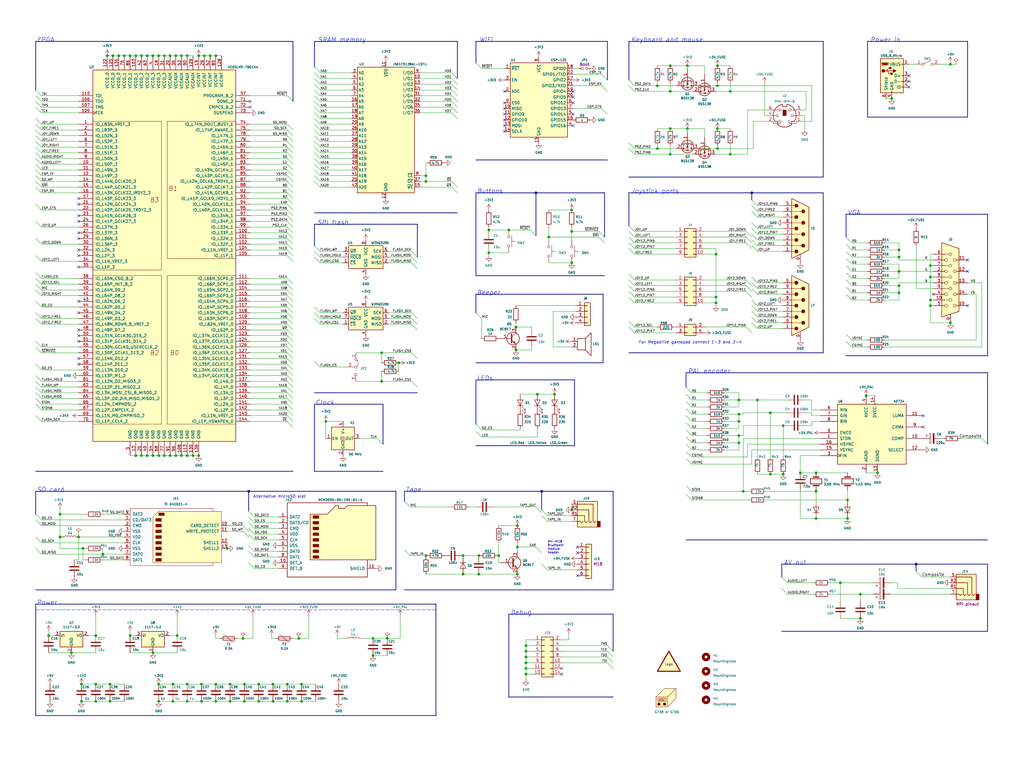
<source format=kicad_sch>
(kicad_sch (version 20210406) (generator eeschema)
  (paper "User" 454.99 337.998)
  (title_block (title "ZXUNO.1010") (date "2021-09-02") (rev "A") (comment 1 "10x10 PCB variant of ZX-UNO project"))
  (lib_symbols
    (symbol "Connector:AudioJack4"
      (property "Reference" "J" (at 0 8.89 0))
      (property "Value" "AudioJack4" (at 0 6.35 0))
      (symbol "AudioJack4_1_1"
        (pin passive line (at 5.08 -2.54 180) (length 2.54) (name "~") (number "R1"))
        (pin passive line (at 5.08 0 180) (length 2.54) (name "~") (number "R2"))
        (pin passive line (at 5.08 2.54 180) (length 2.54) (name "~") (number "S"))
        (pin passive line (at 5.08 -5.08 180) (length 2.54) (name "~") (number "T"))
      )
    )
    (symbol "Connector:DB15_Female_HighDensity_MountingHoles" (pin_names (offset 1.016) hide)
      (property "Reference" "J" (at 0 21.59 0))
      (property "Value" "DB15_Female_HighDensity_MountingHoles" (at 0 19.05 0))
      (symbol "DB15_Female_HighDensity_MountingHoles_1_1"
        (pin passive line (at 0 -17.78 90) (length 3.81) (name "~") (number "0"))
        (pin passive line (at -7.62 10.16 0) (length 5.08) (name "~") (number "1"))
        (pin passive line (at -7.62 -7.62 0) (length 5.08) (name "~") (number "10"))
        (pin passive line (at 7.62 10.16 180) (length 5.08) (name "~") (number "11"))
        (pin passive line (at 7.62 5.08 180) (length 5.08) (name "~") (number "12"))
        (pin passive line (at 7.62 0 180) (length 5.08) (name "~") (number "13"))
        (pin passive line (at 7.62 -5.08 180) (length 5.08) (name "~") (number "14"))
        (pin passive line (at 7.62 -10.16 180) (length 5.08) (name "~") (number "15"))
        (pin passive line (at -7.62 5.08 0) (length 5.08) (name "~") (number "2"))
        (pin passive line (at -7.62 0 0) (length 5.08) (name "~") (number "3"))
        (pin passive line (at -7.62 -5.08 0) (length 5.08) (name "~") (number "4"))
        (pin passive line (at -7.62 -10.16 0) (length 5.08) (name "~") (number "5"))
        (pin passive line (at -7.62 12.7 0) (length 5.08) (name "~") (number "6"))
        (pin passive line (at -7.62 7.62 0) (length 5.08) (name "~") (number "7"))
        (pin passive line (at -7.62 2.54 0) (length 5.08) (name "~") (number "8"))
        (pin passive line (at -7.62 -2.54 0) (length 5.08) (name "~") (number "9"))
      )
    )
    (symbol "Connector:DB9_Male_MountingHoles" (pin_names (offset 1.016) hide)
      (property "Reference" "J" (at 0 16.51 0))
      (property "Value" "DB9_Male_MountingHoles" (at 0 14.605 0))
      (symbol "DB9_Male_MountingHoles_1_1"
        (pin passive line (at 0 -15.24 90) (length 3.81) (name "PAD") (number "0"))
        (pin passive line (at -7.62 -10.16 0) (length 3.81) (name "1") (number "1"))
        (pin passive line (at -7.62 -5.08 0) (length 3.81) (name "2") (number "2"))
        (pin passive line (at -7.62 0 0) (length 3.81) (name "3") (number "3"))
        (pin passive line (at -7.62 5.08 0) (length 3.81) (name "4") (number "4"))
        (pin passive line (at -7.62 10.16 0) (length 3.81) (name "5") (number "5"))
        (pin passive line (at -7.62 -7.62 0) (length 3.81) (name "6") (number "6"))
        (pin passive line (at -7.62 -2.54 0) (length 3.81) (name "7") (number "7"))
        (pin passive line (at -7.62 2.54 0) (length 3.81) (name "8") (number "8"))
        (pin passive line (at -7.62 7.62 0) (length 3.81) (name "9") (number "9"))
      )
    )
    (symbol "Connector:Micro_SD_Card_Det" (pin_names (offset 1.016))
      (property "Reference" "J" (at -16.51 17.78 0))
      (property "Value" "Micro_SD_Card_Det" (at 16.51 17.78 0))
      (symbol "Micro_SD_Card_Det_1_1"
        (pin bidirectional line (at -22.86 10.16 0) (length 3.81) (name "DAT2") (number "1"))
        (pin passive line (at -22.86 -10.16 0) (length 3.81) (name "DET_A") (number "10"))
        (pin passive line (at 20.32 -12.7 180) (length 3.81) (name "SHIELD") (number "11"))
        (pin bidirectional line (at -22.86 7.62 0) (length 3.81) (name "DAT3/CD") (number "2"))
        (pin input line (at -22.86 5.08 0) (length 3.81) (name "CMD") (number "3"))
        (pin power_in line (at -22.86 2.54 0) (length 3.81) (name "VDD") (number "4"))
        (pin input line (at -22.86 0 0) (length 3.81) (name "CLK") (number "5"))
        (pin power_in line (at -22.86 -2.54 0) (length 3.81) (name "VSS") (number "6"))
        (pin bidirectional line (at -22.86 -5.08 0) (length 3.81) (name "DAT0") (number "7"))
        (pin bidirectional line (at -22.86 -7.62 0) (length 3.81) (name "DAT1") (number "8"))
        (pin passive line (at -22.86 -12.7 0) (length 3.81) (name "DET_B") (number "9"))
      )
    )
    (symbol "Connector:Mini-DIN-6" (pin_names (offset 1.016))
      (property "Reference" "J" (at 0 6.35 0))
      (property "Value" "Mini-DIN-6" (at 0 -6.35 0))
      (symbol "Mini-DIN-6_1_1"
        (pin passive line (at 7.62 -2.54 180) (length 2.54) (name "~") (number "1"))
        (pin passive line (at -7.62 -2.54 0) (length 2.54) (name "~") (number "2"))
        (pin passive line (at 7.62 0 180) (length 2.54) (name "~") (number "3"))
        (pin passive line (at -7.62 0 0) (length 2.54) (name "~") (number "4"))
        (pin passive line (at 7.62 2.54 180) (length 2.54) (name "~") (number "5"))
        (pin passive line (at -7.62 2.54 0) (length 2.54) (name "~") (number "6"))
      )
    )
    (symbol "Connector:SD_Card" (pin_names (offset 1.016))
      (property "Reference" "J" (at -16.51 13.97 0))
      (property "Value" "SD_Card" (at 15.24 -13.97 0))
      (symbol "SD_Card_1_1"
        (pin input line (at -22.86 7.62 0) (length 2.54) (name "CD/DAT3") (number "1"))
        (pin input line (at 22.86 5.08 180) (length 2.54) (name "CARD_DETECT") (number "10"))
        (pin input line (at 22.86 2.54 180) (length 2.54) (name "WRITE_PROTECT") (number "11"))
        (pin input line (at 22.86 -2.54 180) (length 2.54) (name "SHELL1") (number "12"))
        (pin input line (at 22.86 -5.08 180) (length 2.54) (name "SHELL2") (number "13"))
        (pin input line (at -22.86 5.08 0) (length 2.54) (name "CMD") (number "2"))
        (pin power_in line (at -22.86 2.54 0) (length 2.54) (name "VSS") (number "3"))
        (pin power_in line (at -22.86 0 0) (length 2.54) (name "VDD") (number "4"))
        (pin input line (at -22.86 -2.54 0) (length 2.54) (name "CLK") (number "5"))
        (pin power_in line (at -22.86 -5.08 0) (length 2.54) (name "VSS") (number "6"))
        (pin input line (at -22.86 -7.62 0) (length 2.54) (name "DAT0") (number "7"))
        (pin input line (at -22.86 -10.16 0) (length 2.54) (name "DAT1") (number "8"))
        (pin input line (at -22.86 10.16 0) (length 2.54) (name "DAT2") (number "9"))
      )
    )
    (symbol "Connector:USB_B_Micro" (pin_names (offset 1.016))
      (property "Reference" "J" (at -5.08 11.43 0))
      (property "Value" "USB_B_Micro" (at -5.08 8.89 0))
      (symbol "USB_B_Micro_1_1"
        (pin power_out line (at 7.62 5.08 180) (length 2.54) (name "VBUS") (number "1"))
        (pin passive line (at 7.62 -2.54 180) (length 2.54) (name "D-") (number "2"))
        (pin passive line (at 7.62 0 180) (length 2.54) (name "D+") (number "3"))
        (pin passive line (at 7.62 -5.08 180) (length 2.54) (name "ID") (number "4"))
        (pin power_out line (at 0 -10.16 90) (length 2.54) (name "GND") (number "5"))
        (pin passive line (at -2.54 -10.16 90) (length 2.54) (name "Shield") (number "6"))
      )
    )
    (symbol "Connector_Generic:Conn_01x04" (pin_names (offset 1.016) hide)
      (property "Reference" "J" (at 0 5.08 0))
      (property "Value" "Conn_01x04" (at 0 -7.62 0))
      (symbol "Conn_01x04_1_1"
        (pin passive line (at -5.08 2.54 0) (length 3.81) (name "Pin_1") (number "1"))
        (pin passive line (at -5.08 0 0) (length 3.81) (name "Pin_2") (number "2"))
        (pin passive line (at -5.08 -2.54 0) (length 3.81) (name "Pin_3") (number "3"))
        (pin passive line (at -5.08 -5.08 0) (length 3.81) (name "Pin_4") (number "4"))
      )
    )
    (symbol "Connector_Generic:Conn_01x06" (pin_names (offset 1.016) hide)
      (property "Reference" "J" (at 0 7.62 0))
      (property "Value" "Conn_01x06" (at 0 -10.16 0))
      (symbol "Conn_01x06_1_1"
        (pin passive line (at -5.08 5.08 0) (length 3.81) (name "Pin_1") (number "1"))
        (pin passive line (at -5.08 2.54 0) (length 3.81) (name "Pin_2") (number "2"))
        (pin passive line (at -5.08 0 0) (length 3.81) (name "Pin_3") (number "3"))
        (pin passive line (at -5.08 -2.54 0) (length 3.81) (name "Pin_4") (number "4"))
        (pin passive line (at -5.08 -5.08 0) (length 3.81) (name "Pin_5") (number "5"))
        (pin passive line (at -5.08 -7.62 0) (length 3.81) (name "Pin_6") (number "6"))
      )
    )
    (symbol "Connector_Generic:Conn_02x02_Odd_Even" (pin_names (offset 1.016) hide)
      (property "Reference" "J" (at 1.27 2.54 0))
      (property "Value" "Conn_02x02_Odd_Even" (at 1.27 -5.08 0))
      (symbol "Conn_02x02_Odd_Even_1_1"
        (pin passive line (at -5.08 0 0) (length 3.81) (name "Pin_1") (number "1"))
        (pin passive line (at 7.62 0 180) (length 3.81) (name "Pin_2") (number "2"))
        (pin passive line (at -5.08 -2.54 0) (length 3.81) (name "Pin_3") (number "3"))
        (pin passive line (at 7.62 -2.54 180) (length 3.81) (name "Pin_4") (number "4"))
      )
    )
    (symbol "Connector_Generic:Conn_02x05_Odd_Even" (pin_names (offset 1.016) hide)
      (property "Reference" "J" (at 1.27 7.62 0))
      (property "Value" "Conn_02x05_Odd_Even" (at 1.27 -7.62 0))
      (symbol "Conn_02x05_Odd_Even_1_1"
        (pin passive line (at -5.08 5.08 0) (length 3.81) (name "Pin_1") (number "1"))
        (pin passive line (at 7.62 -5.08 180) (length 3.81) (name "Pin_10") (number "10"))
        (pin passive line (at 7.62 5.08 180) (length 3.81) (name "Pin_2") (number "2"))
        (pin passive line (at -5.08 2.54 0) (length 3.81) (name "Pin_3") (number "3"))
        (pin passive line (at 7.62 2.54 180) (length 3.81) (name "Pin_4") (number "4"))
        (pin passive line (at -5.08 0 0) (length 3.81) (name "Pin_5") (number "5"))
        (pin passive line (at 7.62 0 180) (length 3.81) (name "Pin_6") (number "6"))
        (pin passive line (at -5.08 -2.54 0) (length 3.81) (name "Pin_7") (number "7"))
        (pin passive line (at 7.62 -2.54 180) (length 3.81) (name "Pin_8") (number "8"))
        (pin passive line (at -5.08 -5.08 0) (length 3.81) (name "Pin_9") (number "9"))
      )
    )
    (symbol "Connector_Generic:Conn_02x07_Odd_Even" (pin_names (offset 1.016) hide)
      (property "Reference" "J" (at 1.27 10.16 0))
      (property "Value" "Conn_02x07_Odd_Even" (at 1.27 -10.16 0))
      (symbol "Conn_02x07_Odd_Even_1_1"
        (pin passive line (at -5.08 7.62 0) (length 3.81) (name "Pin_1") (number "1"))
        (pin passive line (at 7.62 -2.54 180) (length 3.81) (name "Pin_10") (number "10"))
        (pin passive line (at -5.08 -5.08 0) (length 3.81) (name "Pin_11") (number "11"))
        (pin passive line (at 7.62 -5.08 180) (length 3.81) (name "Pin_12") (number "12"))
        (pin passive line (at -5.08 -7.62 0) (length 3.81) (name "Pin_13") (number "13"))
        (pin passive line (at 7.62 -7.62 180) (length 3.81) (name "Pin_14") (number "14"))
        (pin passive line (at 7.62 7.62 180) (length 3.81) (name "Pin_2") (number "2"))
        (pin passive line (at -5.08 5.08 0) (length 3.81) (name "Pin_3") (number "3"))
        (pin passive line (at 7.62 5.08 180) (length 3.81) (name "Pin_4") (number "4"))
        (pin passive line (at -5.08 2.54 0) (length 3.81) (name "Pin_5") (number "5"))
        (pin passive line (at 7.62 2.54 180) (length 3.81) (name "Pin_6") (number "6"))
        (pin passive line (at -5.08 0 0) (length 3.81) (name "Pin_7") (number "7"))
        (pin passive line (at 7.62 0 180) (length 3.81) (name "Pin_8") (number "8"))
        (pin passive line (at -5.08 -2.54 0) (length 3.81) (name "Pin_9") (number "9"))
      )
    )
    (symbol "Device:C" (pin_numbers hide) (pin_names (offset 0.254))
      (property "Reference" "C" (at 0.635 2.54 0))
      (property "Value" "C" (at 0.635 -2.54 0))
      (symbol "C_1_1"
        (pin passive line (at 0 3.81 270) (length 2.794) (name "~") (number "1"))
        (pin passive line (at 0 -3.81 90) (length 2.794) (name "~") (number "2"))
      )
    )
    (symbol "Device:CP" (pin_numbers hide) (pin_names (offset 0.254))
      (property "Reference" "C" (at 0.635 2.54 0))
      (property "Value" "CP" (at 0.635 -2.54 0))
      (symbol "CP_1_1"
        (pin passive line (at 0 3.81 270) (length 2.794) (name "~") (number "1"))
        (pin passive line (at 0 -3.81 90) (length 2.794) (name "~") (number "2"))
      )
    )
    (symbol "Device:Crystal" (pin_numbers hide) (pin_names (offset 1.016) hide)
      (property "Reference" "Y" (at 0 3.81 0))
      (property "Value" "Crystal" (at 0 -3.81 0))
      (symbol "Crystal_1_1"
        (pin passive line (at -3.81 0 0) (length 1.27) (name "1") (number "1"))
        (pin passive line (at 3.81 0 180) (length 1.27) (name "2") (number "2"))
      )
    )
    (symbol "Device:D" (pin_numbers hide) (pin_names (offset 1.016) hide)
      (property "Reference" "D" (at 0 2.54 0))
      (property "Value" "D" (at 0 -2.54 0))
      (symbol "D_1_1"
        (pin passive line (at -3.81 0 0) (length 2.54) (name "K") (number "1"))
        (pin passive line (at 3.81 0 180) (length 2.54) (name "A") (number "2"))
      )
    )
    (symbol "Device:Jumper_NO_Small" (pin_numbers hide) (pin_names (offset 0.762) hide)
      (property "Reference" "JP" (at 0 2.032 0))
      (property "Value" "Jumper_NO_Small" (at 0.254 -1.524 0))
      (symbol "Jumper_NO_Small_0_1"
        (pin passive line (at -2.54 0 0) (length 1.016) (name "1") (number "1"))
        (pin passive line (at 2.54 0 180) (length 1.016) (name "2") (number "2"))
      )
    )
    (symbol "Device:L" (pin_numbers hide) (pin_names (offset 1.016) hide)
      (property "Reference" "L" (at -1.27 0 90))
      (property "Value" "L" (at 1.905 0 90))
      (symbol "L_1_1"
        (pin passive line (at 0 3.81 270) (length 1.27) (name "1") (number "1"))
        (pin passive line (at 0 -3.81 90) (length 1.27) (name "2") (number "2"))
      )
    )
    (symbol "Device:LED" (pin_numbers hide) (pin_names (offset 1.016) hide)
      (property "Reference" "D" (at 0 2.54 0))
      (property "Value" "LED" (at 0 -2.54 0))
      (symbol "LED_1_1"
        (pin passive line (at -3.81 0 0) (length 2.54) (name "K") (number "1"))
        (pin passive line (at 3.81 0 180) (length 2.54) (name "A") (number "2"))
      )
    )
    (symbol "Device:Polyfuse" (pin_numbers hide) (pin_names (offset 0))
      (property "Reference" "F" (at -2.54 0 90))
      (property "Value" "Polyfuse" (at 2.54 0 90))
      (symbol "Polyfuse_1_1"
        (pin passive line (at 0 3.81 270) (length 1.27) (name "~") (number "1"))
        (pin passive line (at 0 -3.81 90) (length 1.27) (name "~") (number "2"))
      )
    )
    (symbol "Device:R" (pin_numbers hide) (pin_names (offset 0))
      (property "Reference" "R" (at 2.032 0 90))
      (property "Value" "R" (at 0 0 90))
      (symbol "R_1_1"
        (pin passive line (at 0 3.81 270) (length 1.27) (name "~") (number "1"))
        (pin passive line (at 0 -3.81 90) (length 1.27) (name "~") (number "2"))
      )
    )
    (symbol "Device:Speaker" (pin_names (offset 0) hide)
      (property "Reference" "LS" (at 1.27 5.715 0))
      (property "Value" "Speaker" (at 1.27 3.81 0))
      (symbol "Speaker_1_1"
        (pin input line (at -5.08 0 0) (length 2.54) (name "1") (number "1"))
        (pin input line (at -5.08 -2.54 0) (length 2.54) (name "2") (number "2"))
      )
    )
    (symbol "Jumper:Jumper_3_Bridged12" (pin_names (offset 0) hide)
      (property "Reference" "JP" (at -2.54 -2.54 0))
      (property "Value" "Jumper_3_Bridged12" (at 0 2.794 0))
      (symbol "Jumper_3_Bridged12_1_1"
        (pin passive line (at -6.35 0 0) (length 2.54) (name "A") (number "1"))
        (pin input line (at 0 -3.81 90) (length 2.54) (name "C") (number "2"))
        (pin passive line (at 6.35 0 180) (length 2.54) (name "B") (number "3"))
      )
    )
    (symbol "Mechanical:Housing" (pin_names (offset 1.016))
      (property "Reference" "N" (at 3.81 0 0))
      (property "Value" "Housing" (at 3.81 -1.905 0))
    )
    (symbol "Mechanical:MountingHole" (pin_names (offset 1.016))
      (property "Reference" "H" (at 0 5.08 0))
      (property "Value" "MountingHole" (at 0 3.175 0))
    )
    (symbol "Memory_EEPROM:AT25xxx"
      (property "Reference" "U" (at -7.62 6.35 0))
      (property "Value" "AT25xxx" (at 2.54 -6.35 0))
      (symbol "AT25xxx_1_1"
        (pin input line (at -10.16 -2.54 0) (length 2.54) (name "~CS") (number "1"))
        (pin tri_state line (at 10.16 -2.54 180) (length 2.54) (name "MISO") (number "2"))
        (pin input line (at -10.16 2.54 0) (length 2.54) (name "~WP") (number "3"))
        (pin power_in line (at 0 -7.62 90) (length 2.54) (name "GND") (number "4"))
        (pin input line (at 10.16 0 180) (length 2.54) (name "MOSI") (number "5"))
        (pin input line (at 10.16 2.54 180) (length 2.54) (name "SCK") (number "6"))
        (pin input line (at -10.16 0 0) (length 2.54) (name "~HOLD") (number "7"))
        (pin power_in line (at 0 7.62 270) (length 2.54) (name "VCC") (number "8"))
      )
    )
    (symbol "Oscillator:XO91" (pin_names (offset 0.254))
      (property "Reference" "X" (at -5.08 6.35 0))
      (property "Value" "XO91" (at 1.27 -6.35 0))
      (symbol "XO91_1_1"
        (pin input line (at -7.62 0 0) (length 2.54) (name "EN") (number "1"))
        (pin power_in line (at 0 -7.62 90) (length 2.54) (name "GND") (number "2"))
        (pin output line (at 7.62 0 180) (length 2.54) (name "OUT") (number "3"))
        (pin power_in line (at 0 7.62 270) (length 2.54) (name "V+") (number "4"))
      )
    )
    (symbol "RF_Module:ESP-12E"
      (property "Reference" "U" (at -12.7 19.05 0))
      (property "Value" "ESP-12E" (at 12.7 19.05 0))
      (symbol "ESP-12E_1_1"
        (pin input line (at -15.24 15.24 0) (length 2.54) (name "~RST") (number "1"))
        (pin bidirectional line (at -15.24 -2.54 0) (length 2.54) (name "MISO") (number "10"))
        (pin bidirectional line (at -15.24 -5.08 0) (length 2.54) (name "GPIO9") (number "11"))
        (pin bidirectional line (at -15.24 -7.62 0) (length 2.54) (name "GPIO10") (number "12"))
        (pin bidirectional line (at -15.24 -10.16 0) (length 2.54) (name "MOSI") (number "13"))
        (pin bidirectional line (at -15.24 -12.7 0) (length 2.54) (name "SCLK") (number "14"))
        (pin power_in line (at 0 -17.78 90) (length 2.54) (name "GND") (number "15"))
        (pin bidirectional line (at 15.24 -7.62 180) (length 2.54) (name "GPIO15") (number "16"))
        (pin bidirectional line (at 15.24 10.16 180) (length 2.54) (name "GPIO2") (number "17"))
        (pin bidirectional line (at 15.24 15.24 180) (length 2.54) (name "GPIO0") (number "18"))
        (pin bidirectional line (at 15.24 5.08 180) (length 2.54) (name "GPIO4") (number "19"))
        (pin input line (at -15.24 5.08 0) (length 2.54) (name "ADC") (number "2"))
        (pin bidirectional line (at 15.24 2.54 180) (length 2.54) (name "GPIO5") (number "20"))
        (pin bidirectional line (at 15.24 7.62 180) (length 2.54) (name "GPIO3/RXD") (number "21"))
        (pin bidirectional line (at 15.24 12.7 180) (length 2.54) (name "GPIO1/TXD") (number "22"))
        (pin input line (at -15.24 10.16 0) (length 2.54) (name "EN") (number "3"))
        (pin bidirectional line (at 15.24 -10.16 180) (length 2.54) (name "GPIO16") (number "4"))
        (pin bidirectional line (at 15.24 -5.08 180) (length 2.54) (name "GPIO14") (number "5"))
        (pin bidirectional line (at 15.24 0 180) (length 2.54) (name "GPIO12") (number "6"))
        (pin bidirectional line (at 15.24 -2.54 180) (length 2.54) (name "GPIO13") (number "7"))
        (pin power_in line (at 0 20.32 270) (length 2.54) (name "VCC") (number "8"))
        (pin input line (at -15.24 0 0) (length 2.54) (name "CS0") (number "9"))
      )
    )
    (symbol "Regulator_Linear:AZ1117-1.2" (pin_names (offset 0.254))
      (property "Reference" "U" (at -3.81 3.175 0))
      (property "Value" "AZ1117-1.2" (at 0 3.175 0))
      (symbol "AZ1117-1.2_1_1"
        (pin power_in line (at 0 -7.62 90) (length 2.54) (name "GND") (number "1"))
        (pin power_out line (at 7.62 0 180) (length 2.54) (name "VO") (number "2"))
        (pin power_in line (at -7.62 0 0) (length 2.54) (name "VI") (number "3"))
      )
    )
    (symbol "Regulator_Linear:AZ1117-3.3" (pin_names (offset 0.254))
      (property "Reference" "U" (at -3.81 3.175 0))
      (property "Value" "AZ1117-3.3" (at 0 3.175 0))
      (symbol "AZ1117-3.3_1_1"
        (pin power_in line (at 0 -7.62 90) (length 2.54) (name "GND") (number "1"))
        (pin power_out line (at 7.62 0 180) (length 2.54) (name "VO") (number "2"))
        (pin power_in line (at -7.62 0 0) (length 2.54) (name "VI") (number "3"))
      )
    )
    (symbol "Switch:SW_Push" (pin_numbers hide) (pin_names (offset 1.016) hide)
      (property "Reference" "SW" (at 1.27 2.54 0))
      (property "Value" "SW_Push" (at 0 -1.524 0))
      (symbol "SW_Push_0_1"
        (pin passive line (at -5.08 0 0) (length 2.54) (name "1") (number "1"))
        (pin passive line (at 5.08 0 180) (length 2.54) (name "2") (number "2"))
      )
    )
    (symbol "Switch:SW_SPST" (pin_names (offset 0) hide)
      (property "Reference" "SW" (at 0 3.175 0))
      (property "Value" "SW_SPST" (at 0 -2.54 0))
      (symbol "SW_SPST_1_1"
        (pin passive line (at -5.08 0 0) (length 2.54) (name "A") (number "1"))
        (pin passive line (at 5.08 0 180) (length 2.54) (name "B") (number "2"))
      )
    )
    (symbol "Transistor_BJT:BC817" (pin_names (offset 0) hide)
      (property "Reference" "Q" (at 5.08 1.905 0))
      (property "Value" "BC817" (at 5.08 0 0))
      (symbol "BC817_1_1"
        (pin input line (at -5.08 0 0) (length 5.715) (name "B") (number "1"))
        (pin passive line (at 2.54 -5.08 90) (length 2.54) (name "E") (number "2"))
        (pin passive line (at 2.54 5.08 270) (length 2.54) (name "C") (number "3"))
      )
    )
    (symbol "Transistor_FET:BSS138" (pin_names (offset 0) hide)
      (property "Reference" "Q" (at 5.08 1.905 0))
      (property "Value" "BSS138" (at 5.08 0 0))
      (symbol "BSS138_1_1"
        (pin input line (at -5.08 0 0) (length 5.334) (name "G") (number "1"))
        (pin passive line (at 2.54 -5.08 90) (length 2.54) (name "S") (number "2"))
        (pin passive line (at 2.54 5.08 270) (length 2.54) (name "D") (number "3"))
      )
    )
    (symbol "ad724:AD724" (pin_names (offset 1.016))
      (property "Reference" "U" (at -13.97 13.97 0))
      (property "Value" "AD724" (at 12.7 13.97 0))
      (symbol "AD724_1_1"
        (pin input line (at -22.86 -2.54 0) (length 7.62) (name "STDN") (number "1"))
        (pin output line (at 22.86 -2.54 180) (length 7.62) (name "COMP") (number "10"))
        (pin output line (at 22.86 7.62 180) (length 7.62) (name "LUMA") (number "11"))
        (pin input line (at 22.86 -7.62 180) (length 7.62) (name "SELECT") (number "12"))
        (pin power_in line (at 2.54 -17.78 90) (length 3.81) (name "DGND") (number "13"))
        (pin power_in line (at 1.27 16.51 270) (length 3.81) (name "DVCC") (number "14"))
        (pin input line (at -22.86 -7.62 0) (length 7.62) (name "VSYNC") (number "15"))
        (pin input line (at -22.86 -5.08 0) (length 7.62) (name "HSYNC") (number "16"))
        (pin power_in line (at -2.54 -17.78 90) (length 3.81) (name "AGND") (number "2"))
        (pin input clock (at -22.86 -10.16 0) (length 7.62) (name "FIN") (number "3"))
        (pin power_in line (at -2.54 16.51 270) (length 3.81) (name "AVCC") (number "4"))
        (pin input line (at -22.86 0 0) (length 7.62) (name "ENCD") (number "5"))
        (pin input line (at -22.86 10.16 0) (length 7.62) (name "RIN") (number "6"))
        (pin input line (at -22.86 7.62 0) (length 7.62) (name "GIN") (number "7"))
        (pin input line (at -22.86 5.08 0) (length 7.62) (name "BIN") (number "8"))
        (pin output line (at 22.86 2.54 180) (length 7.62) (name "CRMA") (number "9"))
      )
    )
    (symbol "my:IS61WV20488BLL-10"
      (property "Reference" "U4" (at -10.795 29.21 0))
      (property "Value" "IS61WV20488BLL-10" (at 11.43 29.21 0))
      (symbol "IS61WV20488BLL-10_1_1"
        (pin no_connect line (at 15.24 -17.78 180) (length 2.54) hide (name "NC") (number "1"))
        (pin bidirectional line (at 15.24 22.86 180) (length 2.54) (name "I/O1") (number "10"))
        (pin power_in line (at 0 30.48 270) (length 2.54) (name "VDD") (number "11"))
        (pin power_in line (at 0 -30.48 90) (length 2.54) (name "GND") (number "12"))
        (pin bidirectional line (at 15.24 20.32 180) (length 2.54) (name "I/O2") (number "13"))
        (pin bidirectional line (at 15.24 17.78 180) (length 2.54) (name "I/O3") (number "14"))
        (pin input line (at 15.24 -25.4 180) (length 2.54) (name "~WE") (number "15"))
        (pin input line (at -15.24 12.7 0) (length 2.54) (name "A5") (number "16"))
        (pin input line (at -15.24 10.16 0) (length 2.54) (name "A6") (number "17"))
        (pin input line (at -15.24 7.62 0) (length 2.54) (name "A7") (number "18"))
        (pin input line (at -15.24 5.08 0) (length 2.54) (name "A8") (number "19"))
        (pin no_connect line (at 15.24 -15.24 180) (length 2.54) hide (name "NC") (number "2"))
        (pin input line (at -15.24 2.54 0) (length 2.54) (name "A9") (number "20"))
        (pin no_connect line (at 15.24 -12.7 180) (length 2.54) hide (name "NC") (number "21"))
        (pin no_connect line (at 15.24 -10.16 180) (length 2.54) hide (name "NC") (number "22"))
        (pin no_connect line (at 15.24 -7.62 180) (length 2.54) hide (name "NC") (number "23"))
        (pin no_connect line (at 15.24 -5.08 180) (length 2.54) hide (name "NC") (number "24"))
        (pin input line (at -15.24 -22.86 0) (length 2.54) (name "A19") (number "25"))
        (pin input line (at -15.24 0 0) (length 2.54) (name "A10") (number "26"))
        (pin input line (at -15.24 -2.54 0) (length 2.54) (name "A11") (number "27"))
        (pin input line (at -15.24 -5.08 0) (length 2.54) (name "A12") (number "28"))
        (pin input line (at -15.24 -7.62 0) (length 2.54) (name "A13") (number "29"))
        (pin input line (at -15.24 25.4 0) (length 2.54) (name "A0") (number "3"))
        (pin input line (at -15.24 -10.16 0) (length 2.54) (name "A14") (number "30"))
        (pin bidirectional line (at 15.24 15.24 180) (length 2.54) (name "I/O4") (number "31"))
        (pin bidirectional line (at 15.24 12.7 180) (length 2.54) (name "I/O5") (number "32"))
        (pin passive line (at 0 30.48 270) (length 2.54) hide (name "VDD") (number "33"))
        (pin passive line (at 0 -30.48 90) (length 2.54) hide (name "GND") (number "34"))
        (pin bidirectional line (at 15.24 10.16 180) (length 2.54) (name "I/O6") (number "35"))
        (pin bidirectional line (at 15.24 7.62 180) (length 2.54) (name "I/O7") (number "36"))
        (pin input line (at 15.24 -22.86 180) (length 2.54) (name "~OE") (number "37"))
        (pin input line (at -15.24 -12.7 0) (length 2.54) (name "A15") (number "38"))
        (pin input line (at -15.24 -15.24 0) (length 2.54) (name "A16") (number "39"))
        (pin input line (at -15.24 22.86 0) (length 2.54) (name "A1") (number "4"))
        (pin input line (at -15.24 -17.78 0) (length 2.54) (name "A17") (number "40"))
        (pin input line (at -15.24 -20.32 0) (length 2.54) (name "A18") (number "41"))
        (pin input line (at -15.24 -25.4 0) (length 2.54) (name "A20") (number "42"))
        (pin no_connect line (at 15.24 -2.54 180) (length 2.54) hide (name "NC") (number "43"))
        (pin no_connect line (at 15.24 0 180) (length 2.54) hide (name "NC") (number "44"))
        (pin input line (at -15.24 20.32 0) (length 2.54) (name "A2") (number "5"))
        (pin input line (at -15.24 17.78 0) (length 2.54) (name "A3") (number "6"))
        (pin input line (at -15.24 15.24 0) (length 2.54) (name "A4") (number "7"))
        (pin input line (at 15.24 -20.32 180) (length 2.54) (name "~CE") (number "8"))
        (pin bidirectional line (at 15.24 25.4 180) (length 2.54) (name "I/O0") (number "9"))
      )
    )
    (symbol "my:XC6SLX9-TQG144" (pin_names (offset 1.016))
      (property "Reference" "U" (at -31.75 83.82 0))
      (property "Value" "XC6SLX9-TQG144" (at 37.465 83.82 0))
      (symbol "XC6SLX9-TQG144_0_0"
        (text "B0" (at 4.445 -43.18 0) (effects (font (size 2 2) italic)))
        (text "B1" (at 3.81 29.845 0) (effects (font (size 2 2) italic)))
        (text "B2" (at -4.445 -43.18 0) (effects (font (size 2 2) italic)))
        (text "B3" (at -4.445 24.765 0) (effects (font (size 2 2) italic)))
      )
      (symbol "XC6SLX9-TQG144_1_1"
        (pin bidirectional line (at -38.1 58.42 0) (length 6.35) (name "IO_L83N_VREF_3") (number "1"))
        (pin bidirectional line (at -38.1 40.64 0) (length 6.35) (name "IO_L50P_3") (number "10"))
        (pin bidirectional line (at 38.1 10.16 180) (length 6.35) (name "IO_L33P_1") (number "100"))
        (pin bidirectional line (at 38.1 7.62 180) (length 6.35) (name "IO_L32N_1") (number "101"))
        (pin bidirectional line (at 38.1 5.08 180) (length 6.35) (name "IO_L32P_1") (number "102"))
        (pin power_in line (at -12.7 88.9 270) (length 6.35) (name "VCCO_1") (number "103"))
        (pin bidirectional line (at 38.1 2.54 180) (length 6.35) (name "IO_L1N_VREF_1") (number "104"))
        (pin bidirectional line (at 38.1 0 180) (length 6.35) (name "IO_L1P_1") (number "105"))
        (pin output line (at -38.1 68.58 0) (length 6.35) (name "TDO") (number "106"))
        (pin input line (at -38.1 66.04 0) (length 6.35) (name "TMS") (number "107"))
        (pin power_in line (at 7.62 -88.9 90) (length 6.35) (name "GND") (number "108"))
        (pin input clock (at -38.1 63.5 0) (length 6.35) (name "TCK") (number "109"))
        (pin bidirectional line (at -38.1 38.1 0) (length 6.35) (name "IO_L49N_3") (number "11"))
        (pin input line (at -38.1 71.12 0) (length 6.35) (name "TDI") (number "110"))
        (pin bidirectional line (at 38.1 -10.16 180) (length 6.35) (name "IO_L66N_SCP0_0") (number "111"))
        (pin bidirectional line (at 38.1 -12.7 180) (length 6.35) (name "IO_L66P_SCP1_0") (number "112"))
        (pin power_in line (at 10.16 -88.9 90) (length 6.35) (name "GND") (number "113"))
        (pin bidirectional line (at 38.1 -15.24 180) (length 6.35) (name "IO_L65N_SCP2_0") (number "114"))
        (pin bidirectional line (at 38.1 -17.78 180) (length 6.35) (name "IO_L65P_SCP3_0") (number "115"))
        (pin bidirectional line (at 38.1 -20.32 180) (length 6.35) (name "IO_L64N_SCP4_0") (number "116"))
        (pin bidirectional line (at 38.1 -22.86 180) (length 6.35) (name "IO_L64P_SCP5_0") (number "117"))
        (pin bidirectional line (at 38.1 -25.4 180) (length 6.35) (name "IO_L63N_SCP6_0") (number "118"))
        (pin bidirectional line (at 38.1 -27.94 180) (length 6.35) (name "IO_L63P_SCP7_0") (number "119"))
        (pin bidirectional line (at -38.1 35.56 0) (length 6.35) (name "IO_L49P_3") (number "12"))
        (pin bidirectional line (at 38.1 -30.48 180) (length 6.35) (name "IO_L62N_VREF_0") (number "120"))
        (pin bidirectional line (at 38.1 -33.02 180) (length 6.35) (name "IO_L62P_0") (number "121"))
        (pin power_in line (at -25.4 88.9 270) (length 6.35) (name "VCCO_0") (number "122"))
        (pin bidirectional line (at 38.1 -35.56 180) (length 6.35) (name "IO_L37N_GCLK12_0") (number "123"))
        (pin bidirectional line (at 38.1 -38.1 180) (length 6.35) (name "IO_L37P_GCLK13_0") (number "124"))
        (pin power_in line (at -22.86 88.9 270) (length 6.35) (name "VCCO_0") (number "125"))
        (pin bidirectional line (at 38.1 -40.64 180) (length 6.35) (name "IO_L36N_GCLK14_0") (number "126"))
        (pin bidirectional line (at 38.1 -43.18 180) (length 6.35) (name "IO_L36P_GCLK15_0") (number "127"))
        (pin power_in line (at 25.4 88.9 270) (length 6.35) (name "VCCINT") (number "128"))
        (pin power_in line (at 12.7 88.9 270) (length 6.35) (name "VCCAUX") (number "129"))
        (pin power_in line (at -12.7 -88.9 90) (length 6.35) (name "GND") (number "13"))
        (pin power_in line (at 12.7 -88.9 90) (length 6.35) (name "GND") (number "130"))
        (pin bidirectional line (at 38.1 -45.72 180) (length 6.35) (name "IO_L35N_GCLK16_0") (number "131"))
        (pin bidirectional line (at 38.1 -48.26 180) (length 6.35) (name "IO_L35P_GCLK17_0") (number "132"))
        (pin bidirectional line (at 38.1 -50.8 180) (length 6.35) (name "IO_L34N_GCLK18_0") (number "133"))
        (pin bidirectional line (at 38.1 -53.34 180) (length 6.35) (name "IO_L34P_GCLK19_0") (number "134"))
        (pin power_in line (at -20.32 88.9 270) (length 6.35) (name "VCCO_0") (number "135"))
        (pin power_in line (at 15.24 -88.9 90) (length 6.35) (name "GND") (number "136"))
        (pin bidirectional line (at 38.1 -55.88 180) (length 6.35) (name "IO_L4N_0") (number "137"))
        (pin bidirectional line (at 38.1 -58.42 180) (length 6.35) (name "IO_L4P_0") (number "138"))
        (pin bidirectional line (at 38.1 -60.96 180) (length 6.35) (name "IO_L3N_0") (number "139"))
        (pin bidirectional line (at -38.1 33.02 0) (length 6.35) (name "IO_L44N_GCLK20_3") (number "14"))
        (pin bidirectional line (at 38.1 -63.5 180) (length 6.35) (name "IO_L3P_0") (number "140"))
        (pin bidirectional line (at 38.1 -66.04 180) (length 6.35) (name "IO_L2N_0") (number "141"))
        (pin bidirectional line (at 38.1 -68.58 180) (length 6.35) (name "IO_L2P_0") (number "142"))
        (pin bidirectional line (at 38.1 -71.12 180) (length 6.35) (name "IO_L1N_VREF_0") (number "143"))
        (pin bidirectional line (at 38.1 -73.66 180) (length 6.35) (name "IO_L1P_HSWAPEN_0") (number "144"))
        (pin bidirectional line (at -38.1 30.48 0) (length 6.35) (name "IO_L44P_GCLK21_3") (number "15"))
        (pin bidirectional line (at -38.1 27.94 0) (length 6.35) (name "IO_L43N_GCLK22_IRDY2_3") (number "16"))
        (pin bidirectional line (at -38.1 25.4 0) (length 6.35) (name "IO_L43P_GCLK23_3") (number "17"))
        (pin power_in line (at -2.54 88.9 270) (length 6.35) (name "VCCO_3") (number "18"))
        (pin power_in line (at 15.24 88.9 270) (length 6.35) (name "VCCINT") (number "19"))
        (pin bidirectional line (at -38.1 55.88 0) (length 6.35) (name "IO_L83P_3") (number "2"))
        (pin power_in line (at 2.54 88.9 270) (length 6.35) (name "VCCAUX") (number "20"))
        (pin bidirectional line (at -38.1 22.86 0) (length 6.35) (name "IO_L42N_GCLK24_3") (number "21"))
        (pin bidirectional line (at -38.1 20.32 0) (length 6.35) (name "IO_L42P_GCLK25_TRDY2_3") (number "22"))
        (pin bidirectional line (at -38.1 17.78 0) (length 6.35) (name "IO_L41N_GCLK26_3") (number "23"))
        (pin bidirectional line (at -38.1 15.24 0) (length 6.35) (name "IO_L41P_GCLK27_3") (number "24"))
        (pin power_in line (at -10.16 -88.9 90) (length 6.35) (name "GND") (number "25"))
        (pin bidirectional line (at -38.1 12.7 0) (length 6.35) (name "IO_L37N_3") (number "26"))
        (pin bidirectional line (at -38.1 10.16 0) (length 6.35) (name "IO_L37P_3") (number "27"))
        (pin power_in line (at 17.78 88.9 270) (length 6.35) (name "VCCINT") (number "28"))
        (pin bidirectional line (at -38.1 7.62 0) (length 6.35) (name "IO_L36N_3") (number "29"))
        (pin power_in line (at -15.24 -88.9 90) (length 6.35) (name "GND") (number "3"))
        (pin bidirectional line (at -38.1 5.08 0) (length 6.35) (name "IO_L36P_3") (number "30"))
        (pin power_in line (at 0 88.9 270) (length 6.35) (name "VCCO_3") (number "31"))
        (pin bidirectional line (at -38.1 2.54 0) (length 6.35) (name "IO_L2N_3") (number "32"))
        (pin bidirectional line (at -38.1 0 0) (length 6.35) (name "IO_L2P_3") (number "33"))
        (pin bidirectional line (at -38.1 -2.54 0) (length 6.35) (name "IO_L1N_VREF_3") (number "34"))
        (pin bidirectional line (at -38.1 -5.08 0) (length 6.35) (name "IO_L1P_3") (number "35"))
        (pin power_in line (at 5.08 88.9 270) (length 6.35) (name "VCCAUX") (number "36"))
        (pin bidirectional line (at 38.1 71.12 180) (length 6.35) (name "PROGRAM_B_2") (number "37"))
        (pin bidirectional line (at -38.1 -10.16 0) (length 6.35) (name "IO_L65N_CSO_B_2") (number "38"))
        (pin bidirectional line (at -38.1 -12.7 0) (length 6.35) (name "IO_L65P_INIT_B_2") (number "39"))
        (pin power_in line (at -5.08 88.9 270) (length 6.35) (name "VCCO_3") (number "4"))
        (pin bidirectional line (at -38.1 -15.24 0) (length 6.35) (name "IO_L64N_D9_2") (number "40"))
        (pin bidirectional line (at -38.1 -17.78 0) (length 6.35) (name "IO_L64P_D8_2") (number "41"))
        (pin power_in line (at -10.16 88.9 270) (length 6.35) (name "VCCO_2") (number "42"))
        (pin bidirectional line (at -38.1 -20.32 0) (length 6.35) (name "IO_L62N_D6_2") (number "43"))
        (pin bidirectional line (at -38.1 -22.86 0) (length 6.35) (name "IO_L62P_D5_2") (number "44"))
        (pin bidirectional line (at -38.1 -25.4 0) (length 6.35) (name "IO_L49N_D4_2") (number "45"))
        (pin bidirectional line (at -38.1 -27.94 0) (length 6.35) (name "IO_L49P_D3_2") (number "46"))
        (pin bidirectional line (at -38.1 -30.48 0) (length 6.35) (name "IO_L48N_RDWR_B_VREF_2") (number "47"))
        (pin bidirectional line (at -38.1 -33.02 0) (length 6.35) (name "IO_L48P_D7_2") (number "48"))
        (pin power_in line (at -7.62 -88.9 90) (length 6.35) (name "GND") (number "49"))
        (pin bidirectional line (at -38.1 53.34 0) (length 6.35) (name "IO_L52N_3") (number "5"))
        (pin bidirectional line (at -38.1 -35.56 0) (length 6.35) (name "IO_L31N_GCLK30_D15_2") (number "50"))
        (pin bidirectional line (at -38.1 -38.1 0) (length 6.35) (name "IO_L31P_GCLK31_D14_2") (number "51"))
        (pin power_in line (at 20.32 88.9 270) (length 6.35) (name "VCCINT") (number "52"))
        (pin power_in line (at 7.62 88.9 270) (length 6.35) (name "VCCAUX") (number "53"))
        (pin power_in line (at -5.08 -88.9 90) (length 6.35) (name "GND") (number "54"))
        (pin bidirectional line (at -38.1 -40.64 0) (length 6.35) (name "IO_L30N_GCLK0_USERCCLK_2") (number "55"))
        (pin bidirectional line (at -38.1 -43.18 0) (length 6.35) (name "IO_L30P_GCLK1_D13_2") (number "56"))
        (pin bidirectional line (at -38.1 -45.72 0) (length 6.35) (name "IO_L14N_D12_2") (number "57"))
        (pin bidirectional line (at -38.1 -48.26 0) (length 6.35) (name "IO_L14P_D11_2") (number "58"))
        (pin bidirectional line (at -38.1 -50.8 0) (length 6.35) (name "IO_L13N_D10_2") (number "59"))
        (pin bidirectional line (at -38.1 50.8 0) (length 6.35) (name "IO_L52P_3") (number "6"))
        (pin bidirectional line (at -38.1 -53.34 0) (length 6.35) (name "IO_L13P_M1_2") (number "60"))
        (pin bidirectional line (at -38.1 -55.88 0) (length 6.35) (name "IO_L12N_D2_MISO3_2") (number "61"))
        (pin bidirectional line (at -38.1 -58.42 0) (length 6.35) (name "IO_L12P_D1_MISO2_2") (number "62"))
        (pin power_in line (at -7.62 88.9 270) (length 6.35) (name "VCCO_2") (number "63"))
        (pin bidirectional line (at -38.1 -60.96 0) (length 6.35) (name "IO_L3N_MOSI_CSI_B_MISO0_2") (number "64"))
        (pin bidirectional line (at -38.1 -63.5 0) (length 6.35) (name "IO_L3P_D0_DIN_MISO_MISO1_2") (number "65"))
        (pin bidirectional line (at -38.1 -66.04 0) (length 6.35) (name "IO_L2N_CMPMOSI_2") (number "66"))
        (pin bidirectional line (at -38.1 -68.58 0) (length 6.35) (name "IO_L2P_CMPCLK_2") (number "67"))
        (pin power_in line (at -2.54 -88.9 90) (length 6.35) (name "GND") (number "68"))
        (pin bidirectional line (at -38.1 -71.12 0) (length 6.35) (name "IO_L1N_M0_CMPMISO_2") (number "69"))
        (pin bidirectional line (at -38.1 48.26 0) (length 6.35) (name "IO_L51N_3") (number "7"))
        (pin bidirectional line (at -38.1 -73.66 0) (length 6.35) (name "IO_L1P_CCLK_2") (number "70"))
        (pin bidirectional line (at 38.1 68.58 180) (length 6.35) (name "DONE_2") (number "71"))
        (pin bidirectional line (at 38.1 66.04 180) (length 6.35) (name "CMPCS_B_2") (number "72"))
        (pin bidirectional line (at 38.1 63.5 180) (length 6.35) (name "SUSPEND") (number "73"))
        (pin bidirectional line (at 38.1 58.42 180) (length 6.35) (name "IO_L74N_DOUT_BUSY_1") (number "74"))
        (pin bidirectional line (at 38.1 55.88 180) (length 6.35) (name "IO_L74P_AWAKE_1") (number "75"))
        (pin power_in line (at -17.78 88.9 270) (length 6.35) (name "VCCO_1") (number "76"))
        (pin power_in line (at 0 -88.9 90) (length 6.35) (name "GND") (number "77"))
        (pin bidirectional line (at 38.1 53.34 180) (length 6.35) (name "IO_L47N_1") (number "78"))
        (pin bidirectional line (at 38.1 50.8 180) (length 6.35) (name "IO_L47P_1") (number "79"))
        (pin bidirectional line (at -38.1 45.72 0) (length 6.35) (name "IO_L51P_3") (number "8"))
        (pin bidirectional line (at 38.1 48.26 180) (length 6.35) (name "IO_L46N_1") (number "80"))
        (pin bidirectional line (at 38.1 45.72 180) (length 6.35) (name "IO_L46P_1") (number "81"))
        (pin bidirectional line (at 38.1 43.18 180) (length 6.35) (name "IO_L45N_1") (number "82"))
        (pin bidirectional line (at 38.1 40.64 180) (length 6.35) (name "IO_L45P_1") (number "83"))
        (pin bidirectional line (at 38.1 38.1 180) (length 6.35) (name "IO_L43N_GCLK4_1") (number "84"))
        (pin bidirectional line (at 38.1 35.56 180) (length 6.35) (name "IO_L43P_GCLK5_1") (number "85"))
        (pin power_in line (at -15.24 88.9 270) (length 6.35) (name "VCCO_1") (number "86"))
        (pin bidirectional line (at 38.1 33.02 180) (length 6.35) (name "IO_L42N_GCLK6_TRDY1_1") (number "87"))
        (pin bidirectional line (at 38.1 30.48 180) (length 6.35) (name "IO_L42P_GCLK7_1") (number "88"))
        (pin power_in line (at 22.86 88.9 270) (length 6.35) (name "VCCINT") (number "89"))
        (pin bidirectional line (at -38.1 43.18 0) (length 6.35) (name "IO_L50N_3") (number "9"))
        (pin power_in line (at 10.16 88.9 270) (length 6.35) (name "VCCAUX") (number "90"))
        (pin power_in line (at 2.54 -88.9 90) (length 6.35) (name "GND") (number "91"))
        (pin bidirectional line (at 38.1 27.94 180) (length 6.35) (name "IO_L41N_GCLK8_1") (number "92"))
        (pin bidirectional line (at 38.1 25.4 180) (length 6.35) (name "IO_L41P_GCLK9_IRDY1_1") (number "93"))
        (pin bidirectional line (at 38.1 22.86 180) (length 6.35) (name "IO_L40N_GCLK10_1") (number "94"))
        (pin bidirectional line (at 38.1 20.32 180) (length 6.35) (name "IO_L40P_GCLK11_1") (number "95"))
        (pin power_in line (at 5.08 -88.9 90) (length 6.35) (name "GND") (number "96"))
        (pin bidirectional line (at 38.1 17.78 180) (length 6.35) (name "IO_L34N_1") (number "97"))
        (pin bidirectional line (at 38.1 15.24 180) (length 6.35) (name "IO_L34P_1") (number "98"))
        (pin bidirectional line (at 38.1 12.7 180) (length 6.35) (name "IO_L33N_1") (number "99"))
      )
    )
    (symbol "my:logo" (pin_names (offset 1.016) hide))
    (symbol "mypower:+3V3_FUSE" (power) (pin_names (offset 0))
      (property "Value" "+3V3_FUSE" (at 0 3.556 0))
      (symbol "+3V3_FUSE_1_1"
        (pin power_in line (at 0 0 90) (length 0) hide (name "+3V3_FUSE") (number "1"))
      )
    )
    (symbol "mypower:+5V_FUSE" (power) (pin_names (offset 0))
      (property "Value" "+5V_FUSE" (at 0 3.556 0))
      (symbol "+5V_FUSE_1_1"
        (pin power_in line (at 0 0 90) (length 0) hide (name "+5V_FUSE") (number "1"))
      )
    )
    (symbol "mypower:+5V_PAL" (power) (pin_names (offset 0))
      (property "Value" "+5V_PAL" (at 0 3.556 0))
      (symbol "+5V_PAL_1_1"
        (pin power_in line (at 0 0 90) (length 0) hide (name "+5V_PAL") (number "1"))
      )
    )
    (symbol "power:+1V2" (power) (pin_names (offset 0))
      (property "Value" "+1V2" (at 0 3.556 0))
      (symbol "+1V2_1_1"
        (pin power_in line (at 0 0 90) (length 0) hide (name "+1V2") (number "1"))
      )
    )
    (symbol "power:+3.3V" (power) (pin_names (offset 0))
      (property "Value" "+3.3V" (at 0 3.556 0))
      (symbol "+3.3V_1_1"
        (pin power_in line (at 0 0 90) (length 0) hide (name "+3V3") (number "1"))
      )
    )
    (symbol "power:+3V3" (power) (pin_names (offset 0))
      (property "Value" "+3V3" (at 0 3.556 0))
      (symbol "+3V3_1_1"
        (pin power_in line (at 0 0 90) (length 0) hide (name "+3V3") (number "1"))
      )
    )
    (symbol "power:+5V" (power) (pin_names (offset 0))
      (property "Value" "+5V" (at 0 3.556 0))
      (symbol "+5V_1_1"
        (pin power_in line (at 0 0 90) (length 0) hide (name "+5V") (number "1"))
      )
    )
    (symbol "power:GND" (power) (pin_names (offset 0))
      (property "Value" "GND" (at 0 -3.81 0))
      (symbol "GND_1_1"
        (pin power_in line (at 0 0 270) (length 0) hide (name "GND") (number "1"))
      )
    )
    (symbol "power:PWR_FLAG" (power) (pin_numbers hide) (pin_names (offset 0) hide)
      (property "Value" "PWR_FLAG" (at 0 3.81 0))
      (symbol "PWR_FLAG_0_0"
        (pin power_out line (at 0 0 90) (length 0) (name "pwr") (number "1"))
      )
    )
  )
  (junction (at 21.59 282.575) (diameter 1.016))
  (junction (at 26.67 228.6) (diameter 1.016))
  (junction (at 26.67 238.76) (diameter 1.016))
  (junction (at 31.75 290.195) (diameter 1.016))
  (junction (at 34.925 238.76) (diameter 1.016))
  (junction (at 36.195 304.165) (diameter 1.016))
  (junction (at 36.195 311.785) (diameter 1.016))
  (junction (at 36.83 243.84) (diameter 1.016))
  (junction (at 42.545 282.575) (diameter 1.016))
  (junction (at 42.545 304.165) (diameter 1.016))
  (junction (at 42.545 311.785) (diameter 1.016))
  (junction (at 45.72 246.38) (diameter 1.016))
  (junction (at 47.625 24.765) (diameter 1.016))
  (junction (at 48.895 304.165) (diameter 1.016))
  (junction (at 48.895 311.785) (diameter 1.016))
  (junction (at 50.165 24.765) (diameter 1.016))
  (junction (at 52.705 24.765) (diameter 1.016))
  (junction (at 55.245 24.765) (diameter 1.016))
  (junction (at 57.785 24.765) (diameter 1.016))
  (junction (at 57.785 282.575) (diameter 1.016))
  (junction (at 60.325 24.765) (diameter 1.016))
  (junction (at 60.325 202.565) (diameter 1.016))
  (junction (at 62.865 24.765) (diameter 1.016))
  (junction (at 62.865 202.565) (diameter 1.016))
  (junction (at 65.405 24.765) (diameter 1.016))
  (junction (at 65.405 202.565) (diameter 1.016))
  (junction (at 67.945 24.765) (diameter 1.016))
  (junction (at 67.945 202.565) (diameter 1.016))
  (junction (at 67.945 290.195) (diameter 1.016))
  (junction (at 70.485 24.765) (diameter 1.016))
  (junction (at 70.485 202.565) (diameter 1.016))
  (junction (at 70.485 304.165) (diameter 1.016))
  (junction (at 70.485 311.785) (diameter 1.016))
  (junction (at 73.025 24.765) (diameter 1.016))
  (junction (at 73.025 202.565) (diameter 1.016))
  (junction (at 75.565 24.765) (diameter 1.016))
  (junction (at 75.565 202.565) (diameter 1.016))
  (junction (at 76.835 304.165) (diameter 1.016))
  (junction (at 76.835 311.785) (diameter 1.016))
  (junction (at 78.105 24.765) (diameter 1.016))
  (junction (at 78.105 202.565) (diameter 1.016))
  (junction (at 78.74 282.575) (diameter 1.016))
  (junction (at 80.645 24.765) (diameter 1.016))
  (junction (at 80.645 202.565) (diameter 1.016))
  (junction (at 83.185 24.765) (diameter 1.016))
  (junction (at 83.185 202.565) (diameter 1.016))
  (junction (at 83.185 304.165) (diameter 1.016))
  (junction (at 83.185 311.785) (diameter 1.016))
  (junction (at 85.725 202.565) (diameter 1.016))
  (junction (at 88.265 24.765) (diameter 1.016))
  (junction (at 88.265 202.565) (diameter 1.016))
  (junction (at 89.535 304.165) (diameter 1.016))
  (junction (at 89.535 311.785) (diameter 1.016))
  (junction (at 90.805 24.765) (diameter 1.016))
  (junction (at 93.345 24.765) (diameter 1.016))
  (junction (at 95.885 24.765) (diameter 1.016))
  (junction (at 95.885 304.165) (diameter 1.016))
  (junction (at 95.885 311.785) (diameter 1.016))
  (junction (at 100.965 243.84) (diameter 1.016))
  (junction (at 102.235 304.165) (diameter 1.016))
  (junction (at 102.235 311.785) (diameter 1.016))
  (junction (at 107.95 283.845) (diameter 1.016))
  (junction (at 108.585 304.165) (diameter 1.016))
  (junction (at 108.585 311.785) (diameter 1.016))
  (junction (at 114.935 304.165) (diameter 1.016))
  (junction (at 114.935 311.785) (diameter 1.016))
  (junction (at 121.285 304.165) (diameter 1.016))
  (junction (at 121.285 311.785) (diameter 1.016))
  (junction (at 127.635 304.165) (diameter 1.016))
  (junction (at 127.635 311.785) (diameter 1.016))
  (junction (at 132.715 283.845) (diameter 1.016))
  (junction (at 133.985 304.165) (diameter 1.016))
  (junction (at 133.985 311.785) (diameter 1.016))
  (junction (at 144.78 187.325) (diameter 1.016))
  (junction (at 165.735 283.845) (diameter 1.016))
  (junction (at 165.735 291.465) (diameter 1.016))
  (junction (at 169.545 156.845) (diameter 1.016))
  (junction (at 169.545 169.545) (diameter 1.016))
  (junction (at 172.085 283.845) (diameter 1.016))
  (junction (at 177.165 161.29) (diameter 1.016))
  (junction (at 189.23 78.105) (diameter 1.016))
  (junction (at 189.23 80.645) (diameter 1.016))
  (junction (at 189.23 247.015) (diameter 1.016))
  (junction (at 205.74 247.015) (diameter 1.016))
  (junction (at 205.74 255.27) (diameter 1.016))
  (junction (at 212.725 247.015) (diameter 1.016))
  (junction (at 212.725 255.27) (diameter 1.016))
  (junction (at 217.17 102.235) (diameter 1.016))
  (junction (at 217.17 112.395) (diameter 1.016))
  (junction (at 221.615 247.015) (diameter 1.016))
  (junction (at 226.06 102.235) (diameter 1.016))
  (junction (at 229.235 145.415) (diameter 1.016))
  (junction (at 229.235 155.575) (diameter 1.016))
  (junction (at 229.87 233.68) (diameter 1.016))
  (junction (at 229.87 243.205) (diameter 1.016))
  (junction (at 229.87 255.27) (diameter 1.016))
  (junction (at 233.68 287.02) (diameter 1.016))
  (junction (at 233.68 289.56) (diameter 1.016))
  (junction (at 233.68 292.1) (diameter 1.016))
  (junction (at 233.68 294.64) (diameter 1.016))
  (junction (at 233.68 297.18) (diameter 1.016))
  (junction (at 233.68 299.72) (diameter 1.016))
  (junction (at 238.76 175.26) (diameter 1.016))
  (junction (at 243.84 105.41) (diameter 1.016))
  (junction (at 246.38 175.26) (diameter 1.016))
  (junction (at 254 93.345) (diameter 1.016))
  (junction (at 254 102.87) (diameter 1.016))
  (junction (at 254 116.84) (diameter 1.016))
  (junction (at 254 226.695) (diameter 1.016))
  (junction (at 292.1 38.1) (diameter 1.016))
  (junction (at 292.1 66.04) (diameter 1.016))
  (junction (at 297.815 29.21) (diameter 1.016))
  (junction (at 297.815 40.64) (diameter 1.016))
  (junction (at 297.815 57.15) (diameter 1.016))
  (junction (at 297.815 68.58) (diameter 1.016))
  (junction (at 305.435 29.21) (diameter 1.016))
  (junction (at 305.435 57.15) (diameter 1.016))
  (junction (at 318.135 113.03) (diameter 1.016))
  (junction (at 318.135 132.08) (diameter 1.016))
  (junction (at 318.135 134.62) (diameter 1.016))
  (junction (at 318.77 29.21) (diameter 1.016))
  (junction (at 318.77 38.1) (diameter 1.016))
  (junction (at 318.77 57.15) (diameter 1.016))
  (junction (at 318.77 66.04) (diameter 1.016))
  (junction (at 324.485 40.64) (diameter 1.016))
  (junction (at 324.485 68.58) (diameter 1.016))
  (junction (at 328.295 177.8) (diameter 1.016))
  (junction (at 328.295 184.15) (diameter 1.016))
  (junction (at 328.295 187.325) (diameter 1.016))
  (junction (at 328.295 193.675) (diameter 1.016))
  (junction (at 328.295 196.85) (diameter 1.016))
  (junction (at 330.2 218.44) (diameter 1.016))
  (junction (at 336.55 177.8) (diameter 1.016))
  (junction (at 342.265 183.515) (diameter 1.016))
  (junction (at 342.265 210.82) (diameter 1.016))
  (junction (at 347.98 189.23) (diameter 1.016))
  (junction (at 347.98 210.82) (diameter 1.016))
  (junction (at 355.6 210.185) (diameter 1.016))
  (junction (at 362.585 210.185) (diameter 1.016))
  (junction (at 362.585 218.44) (diameter 1.016))
  (junction (at 362.585 230.505) (diameter 1.016))
  (junction (at 373.38 259.08) (diameter 1.016))
  (junction (at 376.555 222.25) (diameter 1.016))
  (junction (at 376.555 230.505) (diameter 1.016))
  (junction (at 382.27 264.16) (diameter 1.016))
  (junction (at 382.27 274.955) (diameter 1.016))
  (junction (at 384.81 175.895) (diameter 1.016))
  (junction (at 389.89 210.185) (diameter 1.016))
  (junction (at 396.24 43.815) (diameter 1.016))
  (junction (at 399.415 111.125) (diameter 1.016))
  (junction (at 399.415 114.3) (diameter 1.016))
  (junction (at 399.415 120.65) (diameter 1.016))
  (junction (at 399.415 127) (diameter 1.016))
  (junction (at 399.415 130.175) (diameter 1.016))
  (junction (at 413.385 118.11) (diameter 1.016))
  (junction (at 413.385 123.19) (diameter 1.016))
  (junction (at 413.385 133.35) (diameter 1.016))
  (junction (at 413.385 135.89) (diameter 1.016))
  (junction (at 422.275 28.575) (diameter 1.016))
  (junction (at 422.275 143.51) (diameter 1.016))
  (junction (at 110.49 218.44) (diameter 1.016))
  (junction (at 238.125 85.725) (diameter 1.016))
  (junction (at 240.665 218.44) (diameter 1.016))
  (junction (at 334.01 85.725) (diameter 1.016))
  (junction (at 407.035 250.825) (diameter 1.016))
  (no_connect (at 34.925 88.265))
  (no_connect (at 34.925 90.805))
  (no_connect (at 34.925 95.885))
  (no_connect (at 34.925 98.425))
  (no_connect (at 34.925 103.505))
  (no_connect (at 34.925 106.045))
  (no_connect (at 34.925 111.125))
  (no_connect (at 34.925 113.665))
  (no_connect (at 34.925 118.745))
  (no_connect (at 34.925 133.985))
  (no_connect (at 34.925 139.065))
  (no_connect (at 34.925 146.685))
  (no_connect (at 34.925 149.225))
  (no_connect (at 34.925 151.765))
  (no_connect (at 34.925 159.385))
  (no_connect (at 34.925 161.925))
  (no_connect (at 111.125 45.085))
  (no_connect (at 111.125 47.625))
  (no_connect (at 224.155 40.64))
  (no_connect (at 224.155 45.72))
  (no_connect (at 224.155 48.26))
  (no_connect (at 224.155 50.8))
  (no_connect (at 224.155 53.34))
  (no_connect (at 224.155 55.88))
  (no_connect (at 224.155 58.42))
  (no_connect (at 249.555 297.18))
  (no_connect (at 249.555 299.72))
  (no_connect (at 254.635 40.64))
  (no_connect (at 254.635 43.18))
  (no_connect (at 254.635 45.72))
  (no_connect (at 254.635 50.8))
  (no_connect (at 254.635 55.88))
  (no_connect (at 256.54 243.205))
  (no_connect (at 256.54 245.745))
  (no_connect (at 256.54 255.905))
  (no_connect (at 403.86 33.655))
  (no_connect (at 403.86 36.195))
  (no_connect (at 403.86 38.735))
  (no_connect (at 410.21 184.785))
  (no_connect (at 410.21 189.865))
  (no_connect (at 414.655 130.81))
  (no_connect (at 429.895 115.57))
  (no_connect (at 429.895 120.65))
  (no_connect (at 429.895 135.89))
  (bus_entry (at 15.875 126.365) (size 2.54 2.54) (stroke (width 0.1524)))
  (bus_entry (at 15.875 133.985) (size 2.54 2.54) (stroke (width 0.1524)))
  (bus_entry (at 15.875 228.6) (size 2.54 2.54) (stroke (width 0.1524)))
  (bus_entry (at 15.875 231.14) (size 2.54 2.54) (stroke (width 0.1524)))
  (bus_entry (at 15.875 238.76) (size 2.54 2.54) (stroke (width 0.1524)))
  (bus_entry (at 15.875 243.84) (size 2.54 2.54) (stroke (width 0.1524)))
  (bus_entry (at 18.415 42.545) (size -2.54 -2.54) (stroke (width 0.1524)))
  (bus_entry (at 18.415 45.085) (size -2.54 -2.54) (stroke (width 0.1524)))
  (bus_entry (at 18.415 47.625) (size -2.54 -2.54) (stroke (width 0.1524)))
  (bus_entry (at 18.415 50.165) (size -2.54 -2.54) (stroke (width 0.1524)))
  (bus_entry (at 18.415 55.245) (size -2.54 -2.54) (stroke (width 0.1524)))
  (bus_entry (at 18.415 57.785) (size -2.54 -2.54) (stroke (width 0.1524)))
  (bus_entry (at 18.415 60.325) (size -2.54 -2.54) (stroke (width 0.1524)))
  (bus_entry (at 18.415 62.865) (size -2.54 -2.54) (stroke (width 0.1524)))
  (bus_entry (at 18.415 65.405) (size -2.54 -2.54) (stroke (width 0.1524)))
  (bus_entry (at 18.415 67.945) (size -2.54 -2.54) (stroke (width 0.1524)))
  (bus_entry (at 18.415 70.485) (size -2.54 -2.54) (stroke (width 0.1524)))
  (bus_entry (at 18.415 73.025) (size -2.54 -2.54) (stroke (width 0.1524)))
  (bus_entry (at 18.415 75.565) (size -2.54 -2.54) (stroke (width 0.1524)))
  (bus_entry (at 18.415 78.105) (size -2.54 -2.54) (stroke (width 0.1524)))
  (bus_entry (at 18.415 80.645) (size -2.54 -2.54) (stroke (width 0.1524)))
  (bus_entry (at 18.415 83.185) (size -2.54 -2.54) (stroke (width 0.1524)))
  (bus_entry (at 18.415 85.725) (size -2.54 -2.54) (stroke (width 0.1524)))
  (bus_entry (at 18.415 93.345) (size -2.54 -2.54) (stroke (width 0.1524)))
  (bus_entry (at 18.415 100.965) (size -2.54 -2.54) (stroke (width 0.1524)))
  (bus_entry (at 18.415 108.585) (size -2.54 -2.54) (stroke (width 0.1524)))
  (bus_entry (at 18.415 116.205) (size -2.54 -2.54) (stroke (width 0.1524)))
  (bus_entry (at 18.415 123.825) (size -2.54 -2.54) (stroke (width 0.1524)))
  (bus_entry (at 18.415 126.365) (size -2.54 -2.54) (stroke (width 0.1524)))
  (bus_entry (at 18.415 131.445) (size -2.54 -2.54) (stroke (width 0.1524)))
  (bus_entry (at 18.415 141.605) (size -2.54 -2.54) (stroke (width 0.1524)))
  (bus_entry (at 18.415 144.145) (size -2.54 -2.54) (stroke (width 0.1524)))
  (bus_entry (at 18.415 154.305) (size -2.54 -2.54) (stroke (width 0.1524)))
  (bus_entry (at 18.415 156.845) (size -2.54 -2.54) (stroke (width 0.1524)))
  (bus_entry (at 18.415 164.465) (size -2.54 -2.54) (stroke (width 0.1524)))
  (bus_entry (at 18.415 169.545) (size -2.54 -2.54) (stroke (width 0.1524)))
  (bus_entry (at 18.415 172.085) (size -2.54 -2.54) (stroke (width 0.1524)))
  (bus_entry (at 18.415 174.625) (size -2.54 -2.54) (stroke (width 0.1524)))
  (bus_entry (at 18.415 177.165) (size -2.54 -2.54) (stroke (width 0.1524)))
  (bus_entry (at 18.415 179.705) (size -2.54 -2.54) (stroke (width 0.1524)))
  (bus_entry (at 18.415 182.245) (size -2.54 -2.54) (stroke (width 0.1524)))
  (bus_entry (at 18.415 187.325) (size -2.54 -2.54) (stroke (width 0.1524)))
  (bus_entry (at 107.95 233.68) (size 2.54 2.54) (stroke (width 0.1524)))
  (bus_entry (at 107.95 236.22) (size 2.54 2.54) (stroke (width 0.1524)))
  (bus_entry (at 110.49 227.33) (size 2.54 2.54) (stroke (width 0.1524)))
  (bus_entry (at 110.49 229.87) (size 2.54 2.54) (stroke (width 0.1524)))
  (bus_entry (at 110.49 232.41) (size 2.54 2.54) (stroke (width 0.1524)))
  (bus_entry (at 110.49 234.95) (size 2.54 2.54) (stroke (width 0.1524)))
  (bus_entry (at 110.49 237.49) (size 2.54 2.54) (stroke (width 0.1524)))
  (bus_entry (at 110.49 242.57) (size 2.54 2.54) (stroke (width 0.1524)))
  (bus_entry (at 110.49 245.11) (size 2.54 2.54) (stroke (width 0.1524)))
  (bus_entry (at 110.49 250.19) (size 2.54 2.54) (stroke (width 0.1524)))
  (bus_entry (at 127.635 42.545) (size 2.54 2.54) (stroke (width 0.1524)))
  (bus_entry (at 127.635 55.245) (size 2.54 2.54) (stroke (width 0.1524)))
  (bus_entry (at 127.635 57.785) (size 2.54 2.54) (stroke (width 0.1524)))
  (bus_entry (at 127.635 60.325) (size 2.54 2.54) (stroke (width 0.1524)))
  (bus_entry (at 127.635 62.865) (size 2.54 2.54) (stroke (width 0.1524)))
  (bus_entry (at 127.635 65.405) (size 2.54 2.54) (stroke (width 0.1524)))
  (bus_entry (at 127.635 67.945) (size 2.54 2.54) (stroke (width 0.1524)))
  (bus_entry (at 127.635 70.485) (size 2.54 2.54) (stroke (width 0.1524)))
  (bus_entry (at 127.635 73.025) (size 2.54 2.54) (stroke (width 0.1524)))
  (bus_entry (at 127.635 75.565) (size 2.54 2.54) (stroke (width 0.1524)))
  (bus_entry (at 127.635 78.105) (size 2.54 2.54) (stroke (width 0.1524)))
  (bus_entry (at 127.635 80.645) (size 2.54 2.54) (stroke (width 0.1524)))
  (bus_entry (at 127.635 83.185) (size 2.54 2.54) (stroke (width 0.1524)))
  (bus_entry (at 127.635 85.725) (size 2.54 2.54) (stroke (width 0.1524)))
  (bus_entry (at 127.635 88.265) (size 2.54 2.54) (stroke (width 0.1524)))
  (bus_entry (at 127.635 90.805) (size 2.54 2.54) (stroke (width 0.1524)))
  (bus_entry (at 127.635 93.345) (size 2.54 2.54) (stroke (width 0.1524)))
  (bus_entry (at 127.635 95.885) (size 2.54 2.54) (stroke (width 0.1524)))
  (bus_entry (at 127.635 98.425) (size 2.54 2.54) (stroke (width 0.1524)))
  (bus_entry (at 127.635 100.965) (size 2.54 2.54) (stroke (width 0.1524)))
  (bus_entry (at 127.635 103.505) (size 2.54 2.54) (stroke (width 0.1524)))
  (bus_entry (at 127.635 106.045) (size 2.54 2.54) (stroke (width 0.1524)))
  (bus_entry (at 127.635 108.585) (size 2.54 2.54) (stroke (width 0.1524)))
  (bus_entry (at 127.635 111.125) (size 2.54 2.54) (stroke (width 0.1524)))
  (bus_entry (at 127.635 113.665) (size 2.54 2.54) (stroke (width 0.1524)))
  (bus_entry (at 127.635 123.825) (size 2.54 2.54) (stroke (width 0.1524)))
  (bus_entry (at 127.635 126.365) (size 2.54 2.54) (stroke (width 0.1524)))
  (bus_entry (at 127.635 128.905) (size 2.54 2.54) (stroke (width 0.1524)))
  (bus_entry (at 127.635 131.445) (size 2.54 2.54) (stroke (width 0.1524)))
  (bus_entry (at 127.635 133.985) (size 2.54 2.54) (stroke (width 0.1524)))
  (bus_entry (at 127.635 136.525) (size 2.54 2.54) (stroke (width 0.1524)))
  (bus_entry (at 127.635 139.065) (size 2.54 2.54) (stroke (width 0.1524)))
  (bus_entry (at 127.635 141.605) (size 2.54 2.54) (stroke (width 0.1524)))
  (bus_entry (at 127.635 144.145) (size 2.54 2.54) (stroke (width 0.1524)))
  (bus_entry (at 127.635 146.685) (size 2.54 2.54) (stroke (width 0.1524)))
  (bus_entry (at 127.635 149.225) (size 2.54 2.54) (stroke (width 0.1524)))
  (bus_entry (at 127.635 151.765) (size 2.54 2.54) (stroke (width 0.1524)))
  (bus_entry (at 127.635 154.305) (size 2.54 2.54) (stroke (width 0.1524)))
  (bus_entry (at 127.635 156.845) (size 2.54 2.54) (stroke (width 0.1524)))
  (bus_entry (at 127.635 159.385) (size 2.54 2.54) (stroke (width 0.1524)))
  (bus_entry (at 127.635 161.925) (size 2.54 2.54) (stroke (width 0.1524)))
  (bus_entry (at 127.635 164.465) (size 2.54 2.54) (stroke (width 0.1524)))
  (bus_entry (at 127.635 167.005) (size 2.54 2.54) (stroke (width 0.1524)))
  (bus_entry (at 127.635 169.545) (size 2.54 2.54) (stroke (width 0.1524)))
  (bus_entry (at 127.635 172.085) (size 2.54 2.54) (stroke (width 0.1524)))
  (bus_entry (at 127.635 174.625) (size 2.54 2.54) (stroke (width 0.1524)))
  (bus_entry (at 127.635 177.165) (size 2.54 2.54) (stroke (width 0.1524)))
  (bus_entry (at 127.635 179.705) (size 2.54 2.54) (stroke (width 0.1524)))
  (bus_entry (at 127.635 182.245) (size 2.54 2.54) (stroke (width 0.1524)))
  (bus_entry (at 127.635 184.785) (size 2.54 2.54) (stroke (width 0.1524)))
  (bus_entry (at 127.635 187.325) (size 2.54 2.54) (stroke (width 0.1524)))
  (bus_entry (at 142.24 32.385) (size -2.54 -2.54) (stroke (width 0.1524)))
  (bus_entry (at 142.24 34.925) (size -2.54 -2.54) (stroke (width 0.1524)))
  (bus_entry (at 142.24 37.465) (size -2.54 -2.54) (stroke (width 0.1524)))
  (bus_entry (at 142.24 40.005) (size -2.54 -2.54) (stroke (width 0.1524)))
  (bus_entry (at 142.24 42.545) (size -2.54 -2.54) (stroke (width 0.1524)))
  (bus_entry (at 142.24 45.085) (size -2.54 -2.54) (stroke (width 0.1524)))
  (bus_entry (at 142.24 47.625) (size -2.54 -2.54) (stroke (width 0.1524)))
  (bus_entry (at 142.24 50.165) (size -2.54 -2.54) (stroke (width 0.1524)))
  (bus_entry (at 142.24 52.705) (size -2.54 -2.54) (stroke (width 0.1524)))
  (bus_entry (at 142.24 55.245) (size -2.54 -2.54) (stroke (width 0.1524)))
  (bus_entry (at 142.24 57.785) (size -2.54 -2.54) (stroke (width 0.1524)))
  (bus_entry (at 142.24 60.325) (size -2.54 -2.54) (stroke (width 0.1524)))
  (bus_entry (at 142.24 62.865) (size -2.54 -2.54) (stroke (width 0.1524)))
  (bus_entry (at 142.24 65.405) (size -2.54 -2.54) (stroke (width 0.1524)))
  (bus_entry (at 142.24 67.945) (size -2.54 -2.54) (stroke (width 0.1524)))
  (bus_entry (at 142.24 70.485) (size -2.54 -2.54) (stroke (width 0.1524)))
  (bus_entry (at 142.24 73.025) (size -2.54 -2.54) (stroke (width 0.1524)))
  (bus_entry (at 142.24 75.565) (size -2.54 -2.54) (stroke (width 0.1524)))
  (bus_entry (at 142.24 78.105) (size -2.54 -2.54) (stroke (width 0.1524)))
  (bus_entry (at 142.24 80.645) (size -2.54 -2.54) (stroke (width 0.1524)))
  (bus_entry (at 142.24 83.185) (size -2.54 -2.54) (stroke (width 0.1524)))
  (bus_entry (at 142.24 111.76) (size -2.54 -2.54) (stroke (width 0.1524)))
  (bus_entry (at 142.24 114.3) (size -2.54 -2.54) (stroke (width 0.1524)))
  (bus_entry (at 142.24 116.84) (size -2.54 -2.54) (stroke (width 0.1524)))
  (bus_entry (at 142.24 139.065) (size -2.54 -2.54) (stroke (width 0.1524)))
  (bus_entry (at 142.24 141.605) (size -2.54 -2.54) (stroke (width 0.1524)))
  (bus_entry (at 142.24 144.145) (size -2.54 -2.54) (stroke (width 0.1524)))
  (bus_entry (at 142.24 163.195) (size -2.54 -2.54) (stroke (width 0.1524)))
  (bus_entry (at 167.64 194.945) (size 2.54 2.54) (stroke (width 0.1524)))
  (bus_entry (at 179.705 222.885) (size 2.54 2.54) (stroke (width 0.1524)))
  (bus_entry (at 179.705 244.475) (size 2.54 2.54) (stroke (width 0.1524)))
  (bus_entry (at 182.88 111.76) (size 2.54 2.54) (stroke (width 0.1524)))
  (bus_entry (at 182.88 114.3) (size 2.54 2.54) (stroke (width 0.1524)))
  (bus_entry (at 182.88 116.84) (size 2.54 2.54) (stroke (width 0.1524)))
  (bus_entry (at 182.88 139.065) (size 2.54 2.54) (stroke (width 0.1524)))
  (bus_entry (at 182.88 141.605) (size 2.54 2.54) (stroke (width 0.1524)))
  (bus_entry (at 182.88 144.145) (size 2.54 2.54) (stroke (width 0.1524)))
  (bus_entry (at 182.88 156.845) (size 2.54 2.54) (stroke (width 0.1524)))
  (bus_entry (at 182.88 169.545) (size 2.54 2.54) (stroke (width 0.1524)))
  (bus_entry (at 200.66 32.385) (size 2.54 2.54) (stroke (width 0.1524)))
  (bus_entry (at 200.66 34.925) (size 2.54 2.54) (stroke (width 0.1524)))
  (bus_entry (at 200.66 37.465) (size 2.54 2.54) (stroke (width 0.1524)))
  (bus_entry (at 200.66 40.005) (size 2.54 2.54) (stroke (width 0.1524)))
  (bus_entry (at 200.66 42.545) (size 2.54 2.54) (stroke (width 0.1524)))
  (bus_entry (at 200.66 45.085) (size 2.54 2.54) (stroke (width 0.1524)))
  (bus_entry (at 200.66 47.625) (size 2.54 2.54) (stroke (width 0.1524)))
  (bus_entry (at 200.66 50.165) (size 2.54 2.54) (stroke (width 0.1524)))
  (bus_entry (at 200.66 80.645) (size 2.54 2.54) (stroke (width 0.1524)))
  (bus_entry (at 200.66 83.185) (size 2.54 2.54) (stroke (width 0.1524)))
  (bus_entry (at 211.455 139.065) (size 2.54 2.54) (stroke (width 0.1524)))
  (bus_entry (at 211.455 188.595) (size 2.54 2.54) (stroke (width 0.1524)))
  (bus_entry (at 211.455 191.77) (size 2.54 2.54) (stroke (width 0.1524)))
  (bus_entry (at 213.995 30.48) (size -2.54 -2.54) (stroke (width 0.1524)))
  (bus_entry (at 235.585 102.235) (size 2.54 2.54) (stroke (width 0.1524)))
  (bus_entry (at 238.125 225.425) (size 2.54 2.54) (stroke (width 0.1524)))
  (bus_entry (at 238.125 243.205) (size 2.54 2.54) (stroke (width 0.1524)))
  (bus_entry (at 240.665 226.695) (size 2.54 2.54) (stroke (width 0.1524)))
  (bus_entry (at 240.665 229.235) (size 2.54 2.54) (stroke (width 0.1524)))
  (bus_entry (at 240.665 250.825) (size 2.54 2.54) (stroke (width 0.1524)))
  (bus_entry (at 267.335 33.02) (size 2.54 2.54) (stroke (width 0.1524)))
  (bus_entry (at 267.335 38.1) (size 2.54 2.54) (stroke (width 0.1524)))
  (bus_entry (at 267.335 48.26) (size 2.54 2.54) (stroke (width 0.1524)))
  (bus_entry (at 268.605 105.41) (size -2.54 -2.54) (stroke (width 0.1524)))
  (bus_entry (at 268.605 107.95) (size -2.54 -2.54) (stroke (width 0.1524)))
  (bus_entry (at 269.875 287.02) (size 2.54 2.54) (stroke (width 0.1524)))
  (bus_entry (at 269.875 289.56) (size 2.54 2.54) (stroke (width 0.1524)))
  (bus_entry (at 269.875 292.1) (size 2.54 2.54) (stroke (width 0.1524)))
  (bus_entry (at 269.875 294.64) (size 2.54 2.54) (stroke (width 0.1524)))
  (bus_entry (at 279.4 35.56) (size 2.54 2.54) (stroke (width 0.1524)))
  (bus_entry (at 279.4 38.1) (size 2.54 2.54) (stroke (width 0.1524)))
  (bus_entry (at 279.4 63.5) (size 2.54 2.54) (stroke (width 0.1524)))
  (bus_entry (at 279.4 66.04) (size 2.54 2.54) (stroke (width 0.1524)))
  (bus_entry (at 279.4 100.33) (size 2.54 2.54) (stroke (width 0.1524)))
  (bus_entry (at 279.4 102.87) (size 2.54 2.54) (stroke (width 0.1524)))
  (bus_entry (at 279.4 105.41) (size 2.54 2.54) (stroke (width 0.1524)))
  (bus_entry (at 279.4 107.95) (size 2.54 2.54) (stroke (width 0.1524)))
  (bus_entry (at 279.4 110.49) (size 2.54 2.54) (stroke (width 0.1524)))
  (bus_entry (at 279.4 121.92) (size 2.54 2.54) (stroke (width 0.1524)))
  (bus_entry (at 279.4 124.46) (size 2.54 2.54) (stroke (width 0.1524)))
  (bus_entry (at 279.4 127) (size 2.54 2.54) (stroke (width 0.1524)))
  (bus_entry (at 279.4 129.54) (size 2.54 2.54) (stroke (width 0.1524)))
  (bus_entry (at 279.4 132.08) (size 2.54 2.54) (stroke (width 0.1524)))
  (bus_entry (at 279.4 142.875) (size 2.54 2.54) (stroke (width 0.1524)))
  (bus_entry (at 279.4 145.415) (size 2.54 2.54) (stroke (width 0.1524)))
  (bus_entry (at 304.8 172.085) (size 2.54 2.54) (stroke (width 0.1524)))
  (bus_entry (at 304.8 175.26) (size 2.54 2.54) (stroke (width 0.1524)))
  (bus_entry (at 304.8 178.435) (size 2.54 2.54) (stroke (width 0.1524)))
  (bus_entry (at 304.8 181.61) (size 2.54 2.54) (stroke (width 0.1524)))
  (bus_entry (at 304.8 184.785) (size 2.54 2.54) (stroke (width 0.1524)))
  (bus_entry (at 304.8 187.96) (size 2.54 2.54) (stroke (width 0.1524)))
  (bus_entry (at 304.8 191.135) (size 2.54 2.54) (stroke (width 0.1524)))
  (bus_entry (at 304.8 194.31) (size 2.54 2.54) (stroke (width 0.1524)))
  (bus_entry (at 304.8 197.485) (size 2.54 2.54) (stroke (width 0.1524)))
  (bus_entry (at 304.8 200.66) (size 2.54 2.54) (stroke (width 0.1524)))
  (bus_entry (at 304.8 203.835) (size 2.54 2.54) (stroke (width 0.1524)))
  (bus_entry (at 304.8 215.9) (size 2.54 2.54) (stroke (width 0.1524)))
  (bus_entry (at 304.8 219.71) (size 2.54 2.54) (stroke (width 0.1524)))
  (bus_entry (at 331.47 107.95) (size 2.54 2.54) (stroke (width 0.1524)))
  (bus_entry (at 331.47 129.54) (size 2.54 2.54) (stroke (width 0.1524)))
  (bus_entry (at 334.01 88.9) (size 2.54 2.54) (stroke (width 0.1524)))
  (bus_entry (at 334.01 91.44) (size 2.54 2.54) (stroke (width 0.1524)))
  (bus_entry (at 334.01 93.98) (size 2.54 2.54) (stroke (width 0.1524)))
  (bus_entry (at 334.01 99.06) (size 2.54 2.54) (stroke (width 0.1524)))
  (bus_entry (at 334.01 101.6) (size 2.54 2.54) (stroke (width 0.1524)))
  (bus_entry (at 334.01 104.14) (size 2.54 2.54) (stroke (width 0.1524)))
  (bus_entry (at 334.01 105.41) (size -2.54 -2.54) (stroke (width 0.1524)))
  (bus_entry (at 334.01 106.68) (size 2.54 2.54) (stroke (width 0.1524)))
  (bus_entry (at 334.01 107.95) (size -2.54 -2.54) (stroke (width 0.1524)))
  (bus_entry (at 334.01 109.22) (size 2.54 2.54) (stroke (width 0.1524)))
  (bus_entry (at 334.01 123.19) (size 2.54 2.54) (stroke (width 0.1524)))
  (bus_entry (at 334.01 125.73) (size 2.54 2.54) (stroke (width 0.1524)))
  (bus_entry (at 334.01 127) (size -2.54 -2.54) (stroke (width 0.1524)))
  (bus_entry (at 334.01 128.27) (size 2.54 2.54) (stroke (width 0.1524)))
  (bus_entry (at 334.01 129.54) (size -2.54 -2.54) (stroke (width 0.1524)))
  (bus_entry (at 334.01 133.35) (size 2.54 2.54) (stroke (width 0.1524)))
  (bus_entry (at 334.01 135.89) (size 2.54 2.54) (stroke (width 0.1524)))
  (bus_entry (at 334.01 138.43) (size 2.54 2.54) (stroke (width 0.1524)))
  (bus_entry (at 334.01 140.97) (size 2.54 2.54) (stroke (width 0.1524)))
  (bus_entry (at 334.01 143.51) (size 2.54 2.54) (stroke (width 0.1524)))
  (bus_entry (at 334.01 147.955) (size -2.54 -2.54) (stroke (width 0.1524)))
  (bus_entry (at 347.345 256.54) (size 2.54 2.54) (stroke (width 0.1524)))
  (bus_entry (at 347.345 261.62) (size 2.54 2.54) (stroke (width 0.1524)))
  (bus_entry (at 375.92 105.41) (size 2.54 2.54) (stroke (width 0.1524)))
  (bus_entry (at 375.92 108.585) (size 2.54 2.54) (stroke (width 0.1524)))
  (bus_entry (at 375.92 111.76) (size 2.54 2.54) (stroke (width 0.1524)))
  (bus_entry (at 375.92 114.935) (size 2.54 2.54) (stroke (width 0.1524)))
  (bus_entry (at 375.92 118.11) (size 2.54 2.54) (stroke (width 0.1524)))
  (bus_entry (at 375.92 121.285) (size 2.54 2.54) (stroke (width 0.1524)))
  (bus_entry (at 375.92 124.46) (size 2.54 2.54) (stroke (width 0.1524)))
  (bus_entry (at 375.92 127.635) (size 2.54 2.54) (stroke (width 0.1524)))
  (bus_entry (at 375.92 130.81) (size 2.54 2.54) (stroke (width 0.1524)))
  (bus_entry (at 375.92 148.59) (size 2.54 2.54) (stroke (width 0.1524)))
  (bus_entry (at 375.92 151.765) (size 2.54 2.54) (stroke (width 0.1524)))
  (bus_entry (at 407.035 254) (size 2.54 2.54) (stroke (width 0.1524)))
  (bus_entry (at 436.245 194.945) (size 2.54 2.54) (stroke (width 0.1524)))
  (wire (pts (xy 18.415 42.545) (xy 34.925 42.545)))
  (wire (pts (xy 18.415 45.085) (xy 34.925 45.085)))
  (wire (pts (xy 18.415 47.625) (xy 34.925 47.625)))
  (wire (pts (xy 18.415 50.165) (xy 34.925 50.165)))
  (wire (pts (xy 18.415 55.245) (xy 34.925 55.245)))
  (wire (pts (xy 18.415 57.785) (xy 34.925 57.785)))
  (wire (pts (xy 18.415 60.325) (xy 34.925 60.325)))
  (wire (pts (xy 18.415 62.865) (xy 34.925 62.865)))
  (wire (pts (xy 18.415 65.405) (xy 34.925 65.405)))
  (wire (pts (xy 18.415 67.945) (xy 34.925 67.945)))
  (wire (pts (xy 18.415 70.485) (xy 34.925 70.485)))
  (wire (pts (xy 18.415 73.025) (xy 34.925 73.025)))
  (wire (pts (xy 18.415 75.565) (xy 34.925 75.565)))
  (wire (pts (xy 18.415 78.105) (xy 34.925 78.105)))
  (wire (pts (xy 18.415 80.645) (xy 34.925 80.645)))
  (wire (pts (xy 18.415 83.185) (xy 34.925 83.185)))
  (wire (pts (xy 18.415 85.725) (xy 34.925 85.725)))
  (wire (pts (xy 18.415 93.345) (xy 34.925 93.345)))
  (wire (pts (xy 18.415 100.965) (xy 34.925 100.965)))
  (wire (pts (xy 18.415 108.585) (xy 34.925 108.585)))
  (wire (pts (xy 18.415 116.205) (xy 34.925 116.205)))
  (wire (pts (xy 18.415 123.825) (xy 34.925 123.825)))
  (wire (pts (xy 18.415 126.365) (xy 34.925 126.365)))
  (wire (pts (xy 18.415 128.905) (xy 34.925 128.905)))
  (wire (pts (xy 18.415 131.445) (xy 34.925 131.445)))
  (wire (pts (xy 18.415 136.525) (xy 34.925 136.525)))
  (wire (pts (xy 18.415 141.605) (xy 34.925 141.605)))
  (wire (pts (xy 18.415 144.145) (xy 34.925 144.145)))
  (wire (pts (xy 18.415 154.305) (xy 34.925 154.305)))
  (wire (pts (xy 18.415 156.845) (xy 34.925 156.845)))
  (wire (pts (xy 18.415 164.465) (xy 34.925 164.465)))
  (wire (pts (xy 18.415 169.545) (xy 34.925 169.545)))
  (wire (pts (xy 18.415 172.085) (xy 34.925 172.085)))
  (wire (pts (xy 18.415 174.625) (xy 34.925 174.625)))
  (wire (pts (xy 18.415 177.165) (xy 34.925 177.165)))
  (wire (pts (xy 18.415 179.705) (xy 34.925 179.705)))
  (wire (pts (xy 18.415 182.245) (xy 34.925 182.245)))
  (wire (pts (xy 18.415 187.325) (xy 34.925 187.325)))
  (wire (pts (xy 18.415 231.14) (xy 55.245 231.14)))
  (wire (pts (xy 18.415 233.68) (xy 55.245 233.68)))
  (wire (pts (xy 18.415 241.3) (xy 55.245 241.3)))
  (wire (pts (xy 18.415 246.38) (xy 45.72 246.38)))
  (wire (pts (xy 21.59 280.67) (xy 21.59 282.575)))
  (wire (pts (xy 21.59 282.575) (xy 24.13 282.575)))
  (wire (pts (xy 21.59 290.195) (xy 31.75 290.195)))
  (wire (pts (xy 26.67 228.6) (xy 26.67 226.06)))
  (wire (pts (xy 26.67 228.6) (xy 38.1 228.6)))
  (wire (pts (xy 26.67 238.76) (xy 26.67 228.6)))
  (wire (pts (xy 26.67 243.84) (xy 26.67 238.76)))
  (wire (pts (xy 27.305 238.76) (xy 26.67 238.76)))
  (wire (pts (xy 31.75 290.195) (xy 42.545 290.195)))
  (wire (pts (xy 34.925 237.49) (xy 34.925 238.76)))
  (wire (pts (xy 34.925 238.76) (xy 34.925 248.92)))
  (wire (pts (xy 34.925 238.76) (xy 55.245 238.76)))
  (wire (pts (xy 34.925 248.92) (xy 33.02 248.92)))
  (wire (pts (xy 36.195 304.165) (xy 42.545 304.165)))
  (wire (pts (xy 36.195 311.785) (xy 42.545 311.785)))
  (wire (pts (xy 36.83 243.84) (xy 26.67 243.84)))
  (wire (pts (xy 36.83 243.84) (xy 38.1 243.84)))
  (wire (pts (xy 36.83 248.92) (xy 36.83 243.84)))
  (wire (pts (xy 36.83 248.92) (xy 38.1 248.92)))
  (wire (pts (xy 42.545 273.685) (xy 42.545 282.575)))
  (wire (pts (xy 42.545 282.575) (xy 39.37 282.575)))
  (wire (pts (xy 42.545 304.165) (xy 48.895 304.165)))
  (wire (pts (xy 42.545 311.785) (xy 48.895 311.785)))
  (wire (pts (xy 45.72 228.6) (xy 55.245 228.6)))
  (wire (pts (xy 45.72 243.84) (xy 45.72 246.38)))
  (wire (pts (xy 45.72 246.38) (xy 55.245 246.38)))
  (wire (pts (xy 45.72 248.92) (xy 55.245 248.92)))
  (wire (pts (xy 47.625 24.765) (xy 50.165 24.765)))
  (wire (pts (xy 48.895 304.165) (xy 55.245 304.165)))
  (wire (pts (xy 48.895 311.785) (xy 55.245 311.785)))
  (wire (pts (xy 50.165 24.765) (xy 52.705 24.765)))
  (wire (pts (xy 52.705 24.765) (xy 55.245 24.765)))
  (wire (pts (xy 55.245 24.765) (xy 57.785 24.765)))
  (wire (pts (xy 57.785 24.765) (xy 60.325 24.765)))
  (wire (pts (xy 57.785 202.565) (xy 60.325 202.565)))
  (wire (pts (xy 57.785 280.67) (xy 57.785 282.575)))
  (wire (pts (xy 57.785 290.195) (xy 67.945 290.195)))
  (wire (pts (xy 60.325 24.765) (xy 62.865 24.765)))
  (wire (pts (xy 60.325 202.565) (xy 62.865 202.565)))
  (wire (pts (xy 60.325 282.575) (xy 57.785 282.575)))
  (wire (pts (xy 62.865 24.765) (xy 65.405 24.765)))
  (wire (pts (xy 62.865 202.565) (xy 65.405 202.565)))
  (wire (pts (xy 65.405 24.765) (xy 67.945 24.765)))
  (wire (pts (xy 65.405 202.565) (xy 67.945 202.565)))
  (wire (pts (xy 67.945 24.765) (xy 70.485 24.765)))
  (wire (pts (xy 67.945 202.565) (xy 70.485 202.565)))
  (wire (pts (xy 67.945 290.195) (xy 78.74 290.195)))
  (wire (pts (xy 70.485 24.765) (xy 73.025 24.765)))
  (wire (pts (xy 70.485 202.565) (xy 73.025 202.565)))
  (wire (pts (xy 70.485 304.165) (xy 76.835 304.165)))
  (wire (pts (xy 70.485 311.785) (xy 76.835 311.785)))
  (wire (pts (xy 73.025 24.765) (xy 75.565 24.765)))
  (wire (pts (xy 73.025 202.565) (xy 75.565 202.565)))
  (wire (pts (xy 75.565 24.765) (xy 78.105 24.765)))
  (wire (pts (xy 75.565 202.565) (xy 78.105 202.565)))
  (wire (pts (xy 75.565 282.575) (xy 78.74 282.575)))
  (wire (pts (xy 76.835 304.165) (xy 83.185 304.165)))
  (wire (pts (xy 76.835 311.785) (xy 83.185 311.785)))
  (wire (pts (xy 78.105 24.765) (xy 80.645 24.765)))
  (wire (pts (xy 78.105 202.565) (xy 80.645 202.565)))
  (wire (pts (xy 78.74 273.685) (xy 78.74 282.575)))
  (wire (pts (xy 80.645 24.765) (xy 83.185 24.765)))
  (wire (pts (xy 80.645 202.565) (xy 83.185 202.565)))
  (wire (pts (xy 83.185 24.765) (xy 85.725 24.765)))
  (wire (pts (xy 83.185 202.565) (xy 85.725 202.565)))
  (wire (pts (xy 83.185 304.165) (xy 89.535 304.165)))
  (wire (pts (xy 83.185 311.785) (xy 89.535 311.785)))
  (wire (pts (xy 85.725 202.565) (xy 88.265 202.565)))
  (wire (pts (xy 88.265 24.765) (xy 90.805 24.765)))
  (wire (pts (xy 89.535 304.165) (xy 95.885 304.165)))
  (wire (pts (xy 89.535 311.785) (xy 95.885 311.785)))
  (wire (pts (xy 90.805 24.765) (xy 93.345 24.765)))
  (wire (pts (xy 93.345 24.765) (xy 95.885 24.765)))
  (wire (pts (xy 95.885 24.765) (xy 98.425 24.765)))
  (wire (pts (xy 95.885 283.845) (xy 95.885 282.575)))
  (wire (pts (xy 95.885 283.845) (xy 97.79 283.845)))
  (wire (pts (xy 95.885 304.165) (xy 102.235 304.165)))
  (wire (pts (xy 95.885 311.785) (xy 102.235 311.785)))
  (wire (pts (xy 100.965 233.68) (xy 107.95 233.68)))
  (wire (pts (xy 100.965 236.22) (xy 107.95 236.22)))
  (wire (pts (xy 100.965 241.3) (xy 100.965 243.84)))
  (wire (pts (xy 102.235 304.165) (xy 108.585 304.165)))
  (wire (pts (xy 102.235 311.785) (xy 108.585 311.785)))
  (wire (pts (xy 107.95 283.845) (xy 105.41 283.845)))
  (wire (pts (xy 107.95 283.845) (xy 112.395 283.845)))
  (wire (pts (xy 108.585 304.165) (xy 114.935 304.165)))
  (wire (pts (xy 108.585 311.785) (xy 114.935 311.785)))
  (wire (pts (xy 112.395 273.685) (xy 112.395 283.845)))
  (wire (pts (xy 113.03 229.87) (xy 123.825 229.87)))
  (wire (pts (xy 113.03 232.41) (xy 123.825 232.41)))
  (wire (pts (xy 113.03 234.95) (xy 123.825 234.95)))
  (wire (pts (xy 113.03 237.49) (xy 123.825 237.49)))
  (wire (pts (xy 113.03 240.03) (xy 123.825 240.03)))
  (wire (pts (xy 113.03 245.11) (xy 123.825 245.11)))
  (wire (pts (xy 113.03 247.65) (xy 123.825 247.65)))
  (wire (pts (xy 113.03 252.73) (xy 123.825 252.73)))
  (wire (pts (xy 114.935 304.165) (xy 121.285 304.165)))
  (wire (pts (xy 114.935 311.785) (xy 121.285 311.785)))
  (wire (pts (xy 120.65 283.845) (xy 120.65 282.575)))
  (wire (pts (xy 120.65 283.845) (xy 122.555 283.845)))
  (wire (pts (xy 121.285 304.165) (xy 127.635 304.165)))
  (wire (pts (xy 121.285 311.785) (xy 127.635 311.785)))
  (wire (pts (xy 127.635 42.545) (xy 111.125 42.545)))
  (wire (pts (xy 127.635 55.245) (xy 111.125 55.245)))
  (wire (pts (xy 127.635 57.785) (xy 111.125 57.785)))
  (wire (pts (xy 127.635 60.325) (xy 111.125 60.325)))
  (wire (pts (xy 127.635 62.865) (xy 111.125 62.865)))
  (wire (pts (xy 127.635 65.405) (xy 111.125 65.405)))
  (wire (pts (xy 127.635 67.945) (xy 111.125 67.945)))
  (wire (pts (xy 127.635 70.485) (xy 111.125 70.485)))
  (wire (pts (xy 127.635 73.025) (xy 111.125 73.025)))
  (wire (pts (xy 127.635 75.565) (xy 111.125 75.565)))
  (wire (pts (xy 127.635 78.105) (xy 111.125 78.105)))
  (wire (pts (xy 127.635 80.645) (xy 111.125 80.645)))
  (wire (pts (xy 127.635 83.185) (xy 111.125 83.185)))
  (wire (pts (xy 127.635 85.725) (xy 111.125 85.725)))
  (wire (pts (xy 127.635 88.265) (xy 111.125 88.265)))
  (wire (pts (xy 127.635 90.805) (xy 111.125 90.805)))
  (wire (pts (xy 127.635 93.345) (xy 111.125 93.345)))
  (wire (pts (xy 127.635 95.885) (xy 111.125 95.885)))
  (wire (pts (xy 127.635 98.425) (xy 111.125 98.425)))
  (wire (pts (xy 127.635 100.965) (xy 111.125 100.965)))
  (wire (pts (xy 127.635 103.505) (xy 111.125 103.505)))
  (wire (pts (xy 127.635 106.045) (xy 111.125 106.045)))
  (wire (pts (xy 127.635 108.585) (xy 111.125 108.585)))
  (wire (pts (xy 127.635 111.125) (xy 111.125 111.125)))
  (wire (pts (xy 127.635 113.665) (xy 111.125 113.665)))
  (wire (pts (xy 127.635 123.825) (xy 111.125 123.825)))
  (wire (pts (xy 127.635 126.365) (xy 111.125 126.365)))
  (wire (pts (xy 127.635 128.905) (xy 111.125 128.905)))
  (wire (pts (xy 127.635 131.445) (xy 111.125 131.445)))
  (wire (pts (xy 127.635 133.985) (xy 111.125 133.985)))
  (wire (pts (xy 127.635 136.525) (xy 111.125 136.525)))
  (wire (pts (xy 127.635 139.065) (xy 111.125 139.065)))
  (wire (pts (xy 127.635 141.605) (xy 111.125 141.605)))
  (wire (pts (xy 127.635 144.145) (xy 111.125 144.145)))
  (wire (pts (xy 127.635 146.685) (xy 111.125 146.685)))
  (wire (pts (xy 127.635 149.225) (xy 111.125 149.225)))
  (wire (pts (xy 127.635 151.765) (xy 111.125 151.765)))
  (wire (pts (xy 127.635 154.305) (xy 111.125 154.305)))
  (wire (pts (xy 127.635 156.845) (xy 111.125 156.845)))
  (wire (pts (xy 127.635 159.385) (xy 111.125 159.385)))
  (wire (pts (xy 127.635 161.925) (xy 111.125 161.925)))
  (wire (pts (xy 127.635 164.465) (xy 111.125 164.465)))
  (wire (pts (xy 127.635 167.005) (xy 111.125 167.005)))
  (wire (pts (xy 127.635 169.545) (xy 111.125 169.545)))
  (wire (pts (xy 127.635 172.085) (xy 111.125 172.085)))
  (wire (pts (xy 127.635 174.625) (xy 111.125 174.625)))
  (wire (pts (xy 127.635 177.165) (xy 111.125 177.165)))
  (wire (pts (xy 127.635 179.705) (xy 111.125 179.705)))
  (wire (pts (xy 127.635 182.245) (xy 111.125 182.245)))
  (wire (pts (xy 127.635 184.785) (xy 111.125 184.785)))
  (wire (pts (xy 127.635 187.325) (xy 111.125 187.325)))
  (wire (pts (xy 127.635 304.165) (xy 133.985 304.165)))
  (wire (pts (xy 127.635 311.785) (xy 133.985 311.785)))
  (wire (pts (xy 132.715 283.845) (xy 130.175 283.845)))
  (wire (pts (xy 132.715 283.845) (xy 137.16 283.845)))
  (wire (pts (xy 133.985 304.165) (xy 140.335 304.165)))
  (wire (pts (xy 133.985 311.785) (xy 140.335 311.785)))
  (wire (pts (xy 137.16 273.685) (xy 137.16 283.845)))
  (wire (pts (xy 142.24 32.385) (xy 156.21 32.385)))
  (wire (pts (xy 142.24 34.925) (xy 156.21 34.925)))
  (wire (pts (xy 142.24 37.465) (xy 156.21 37.465)))
  (wire (pts (xy 142.24 40.005) (xy 156.21 40.005)))
  (wire (pts (xy 142.24 42.545) (xy 156.21 42.545)))
  (wire (pts (xy 142.24 45.085) (xy 156.21 45.085)))
  (wire (pts (xy 142.24 47.625) (xy 156.21 47.625)))
  (wire (pts (xy 142.24 50.165) (xy 156.21 50.165)))
  (wire (pts (xy 142.24 52.705) (xy 156.21 52.705)))
  (wire (pts (xy 142.24 55.245) (xy 156.21 55.245)))
  (wire (pts (xy 142.24 57.785) (xy 156.21 57.785)))
  (wire (pts (xy 142.24 60.325) (xy 156.21 60.325)))
  (wire (pts (xy 142.24 62.865) (xy 156.21 62.865)))
  (wire (pts (xy 142.24 65.405) (xy 156.21 65.405)))
  (wire (pts (xy 142.24 67.945) (xy 156.21 67.945)))
  (wire (pts (xy 142.24 70.485) (xy 156.21 70.485)))
  (wire (pts (xy 142.24 73.025) (xy 156.21 73.025)))
  (wire (pts (xy 142.24 75.565) (xy 156.21 75.565)))
  (wire (pts (xy 142.24 78.105) (xy 156.21 78.105)))
  (wire (pts (xy 142.24 80.645) (xy 156.21 80.645)))
  (wire (pts (xy 142.24 83.185) (xy 156.21 83.185)))
  (wire (pts (xy 142.24 163.195) (xy 154.305 163.195)))
  (wire (pts (xy 144.78 187.325) (xy 144.78 194.945)))
  (wire (pts (xy 149.86 282.575) (xy 149.86 283.845)))
  (wire (pts (xy 149.86 283.845) (xy 153.035 283.845)))
  (wire (pts (xy 152.4 111.76) (xy 142.24 111.76)))
  (wire (pts (xy 152.4 114.3) (xy 142.24 114.3)))
  (wire (pts (xy 152.4 116.84) (xy 142.24 116.84)))
  (wire (pts (xy 152.4 139.065) (xy 142.24 139.065)))
  (wire (pts (xy 152.4 141.605) (xy 142.24 141.605)))
  (wire (pts (xy 152.4 144.145) (xy 142.24 144.145)))
  (wire (pts (xy 152.4 187.325) (xy 144.78 187.325)))
  (wire (pts (xy 158.115 156.845) (xy 169.545 156.845)))
  (wire (pts (xy 158.115 169.545) (xy 169.545 169.545)))
  (wire (pts (xy 160.02 194.945) (xy 167.64 194.945)))
  (wire (pts (xy 160.655 283.845) (xy 165.735 283.845)))
  (wire (pts (xy 165.735 283.845) (xy 172.085 283.845)))
  (wire (pts (xy 165.735 291.465) (xy 172.085 291.465)))
  (wire (pts (xy 169.545 156.845) (xy 169.545 161.29)))
  (wire (pts (xy 169.545 156.845) (xy 182.88 156.845)))
  (wire (pts (xy 169.545 165.1) (xy 169.545 169.545)))
  (wire (pts (xy 169.545 169.545) (xy 182.88 169.545)))
  (wire (pts (xy 172.085 283.845) (xy 177.8 283.845)))
  (wire (pts (xy 172.72 111.76) (xy 182.88 111.76)))
  (wire (pts (xy 172.72 114.3) (xy 182.88 114.3)))
  (wire (pts (xy 172.72 116.84) (xy 182.88 116.84)))
  (wire (pts (xy 172.72 139.065) (xy 182.88 139.065)))
  (wire (pts (xy 172.72 141.605) (xy 182.88 141.605)))
  (wire (pts (xy 172.72 144.145) (xy 182.88 144.145)))
  (wire (pts (xy 177.165 161.29) (xy 177.165 165.1)))
  (wire (pts (xy 177.8 273.685) (xy 177.8 283.845)))
  (wire (pts (xy 182.245 225.425) (xy 200.66 225.425)))
  (wire (pts (xy 182.245 247.015) (xy 189.23 247.015)))
  (wire (pts (xy 186.69 78.105) (xy 189.23 78.105)))
  (wire (pts (xy 189.23 72.39) (xy 189.865 72.39)))
  (wire (pts (xy 189.23 78.105) (xy 189.23 72.39)))
  (wire (pts (xy 189.23 78.105) (xy 189.23 80.645)))
  (wire (pts (xy 189.23 80.645) (xy 186.69 80.645)))
  (wire (pts (xy 189.23 247.015) (xy 189.23 247.65)))
  (wire (pts (xy 189.23 255.27) (xy 205.74 255.27)))
  (wire (pts (xy 189.865 247.015) (xy 189.23 247.015)))
  (wire (pts (xy 200.66 32.385) (xy 186.69 32.385)))
  (wire (pts (xy 200.66 34.925) (xy 186.69 34.925)))
  (wire (pts (xy 200.66 37.465) (xy 186.69 37.465)))
  (wire (pts (xy 200.66 40.005) (xy 186.69 40.005)))
  (wire (pts (xy 200.66 42.545) (xy 186.69 42.545)))
  (wire (pts (xy 200.66 45.085) (xy 186.69 45.085)))
  (wire (pts (xy 200.66 47.625) (xy 186.69 47.625)))
  (wire (pts (xy 200.66 50.165) (xy 186.69 50.165)))
  (wire (pts (xy 200.66 80.645) (xy 189.23 80.645)))
  (wire (pts (xy 200.66 83.185) (xy 186.69 83.185)))
  (wire (pts (xy 205.105 247.015) (xy 205.74 247.015)))
  (wire (pts (xy 205.74 247.015) (xy 205.74 247.65)))
  (wire (pts (xy 205.74 247.015) (xy 212.725 247.015)))
  (wire (pts (xy 205.74 255.27) (xy 212.725 255.27)))
  (wire (pts (xy 208.28 225.425) (xy 211.455 225.425)))
  (wire (pts (xy 212.725 247.65) (xy 212.725 247.015)))
  (wire (pts (xy 212.725 255.27) (xy 229.87 255.27)))
  (wire (pts (xy 213.36 247.015) (xy 212.725 247.015)))
  (wire (pts (xy 213.995 141.605) (xy 213.995 150.495)))
  (wire (pts (xy 213.995 191.135) (xy 231.14 191.135)))
  (wire (pts (xy 213.995 194.31) (xy 238.76 194.31)))
  (wire (pts (xy 217.17 100.965) (xy 217.17 102.235)))
  (wire (pts (xy 217.17 102.235) (xy 217.17 103.505)))
  (wire (pts (xy 217.17 112.395) (xy 217.17 111.125)))
  (wire (pts (xy 217.17 112.395) (xy 217.17 113.665)))
  (wire (pts (xy 219.075 225.425) (xy 238.125 225.425)))
  (wire (pts (xy 221.615 241.3) (xy 221.615 247.015)))
  (wire (pts (xy 221.615 247.015) (xy 220.98 247.015)))
  (wire (pts (xy 221.615 247.015) (xy 221.615 250.19)))
  (wire (pts (xy 221.615 250.19) (xy 222.25 250.19)))
  (wire (pts (xy 224.155 30.48) (xy 213.995 30.48)))
  (wire (pts (xy 226.06 102.235) (xy 217.17 102.235)))
  (wire (pts (xy 226.06 102.235) (xy 235.585 102.235)))
  (wire (pts (xy 226.06 112.395) (xy 217.17 112.395)))
  (wire (pts (xy 229.235 135.89) (xy 255.905 135.89)))
  (wire (pts (xy 229.235 143.51) (xy 229.235 145.415)))
  (wire (pts (xy 229.235 145.415) (xy 236.22 145.415)))
  (wire (pts (xy 229.235 155.575) (xy 236.22 155.575)))
  (wire (pts (xy 229.87 233.68) (xy 221.615 233.68)))
  (wire (pts (xy 229.87 241.3) (xy 229.87 243.205)))
  (wire (pts (xy 229.87 243.205) (xy 229.87 245.11)))
  (wire (pts (xy 229.87 243.205) (xy 238.125 243.205)))
  (wire (pts (xy 231.14 175.26) (xy 238.76 175.26)))
  (wire (pts (xy 231.14 191.135) (xy 231.14 190.5)))
  (wire (pts (xy 233.68 284.48) (xy 233.68 287.02)))
  (wire (pts (xy 233.68 287.02) (xy 233.68 289.56)))
  (wire (pts (xy 233.68 287.02) (xy 236.855 287.02)))
  (wire (pts (xy 233.68 289.56) (xy 233.68 292.1)))
  (wire (pts (xy 233.68 289.56) (xy 236.855 289.56)))
  (wire (pts (xy 233.68 292.1) (xy 233.68 294.64)))
  (wire (pts (xy 233.68 294.64) (xy 233.68 297.18)))
  (wire (pts (xy 233.68 294.64) (xy 236.855 294.64)))
  (wire (pts (xy 233.68 297.18) (xy 233.68 299.72)))
  (wire (pts (xy 233.68 297.18) (xy 236.855 297.18)))
  (wire (pts (xy 233.68 299.72) (xy 233.68 302.26)))
  (wire (pts (xy 236.22 145.415) (xy 236.22 146.685)))
  (wire (pts (xy 236.22 155.575) (xy 236.22 154.305)))
  (wire (pts (xy 236.855 284.48) (xy 233.68 284.48)))
  (wire (pts (xy 236.855 292.1) (xy 233.68 292.1)))
  (wire (pts (xy 236.855 299.72) (xy 233.68 299.72)))
  (wire (pts (xy 238.76 175.26) (xy 246.38 175.26)))
  (wire (pts (xy 238.76 194.31) (xy 238.76 190.5)))
  (wire (pts (xy 243.205 229.235) (xy 254 229.235)))
  (wire (pts (xy 243.205 231.775) (xy 254 231.775)))
  (wire (pts (xy 243.205 253.365) (xy 256.54 253.365)))
  (wire (pts (xy 243.84 100.965) (xy 243.84 105.41)))
  (wire (pts (xy 243.84 105.41) (xy 243.84 106.68)))
  (wire (pts (xy 245.745 138.43) (xy 255.905 138.43)))
  (wire (pts (xy 245.745 154.305) (xy 245.745 138.43)))
  (wire (pts (xy 249.555 287.02) (xy 269.875 287.02)))
  (wire (pts (xy 249.555 289.56) (xy 269.875 289.56)))
  (wire (pts (xy 249.555 292.1) (xy 269.875 292.1)))
  (wire (pts (xy 249.555 294.64) (xy 269.875 294.64)))
  (wire (pts (xy 252.73 281.94) (xy 252.73 284.48)))
  (wire (pts (xy 252.73 284.48) (xy 249.555 284.48)))
  (wire (pts (xy 254 93.345) (xy 243.84 93.345)))
  (wire (pts (xy 254 100.965) (xy 254 102.87)))
  (wire (pts (xy 254 102.87) (xy 254 106.68)))
  (wire (pts (xy 254 116.84) (xy 243.84 116.84)))
  (wire (pts (xy 254 154.305) (xy 245.745 154.305)))
  (wire (pts (xy 254 224.155) (xy 254 226.695)))
  (wire (pts (xy 254.635 30.48) (xy 257.175 30.48)))
  (wire (pts (xy 254.635 33.02) (xy 267.335 33.02)))
  (wire (pts (xy 254.635 38.1) (xy 267.335 38.1)))
  (wire (pts (xy 254.635 48.26) (xy 267.335 48.26)))
  (wire (pts (xy 266.065 102.87) (xy 254 102.87)))
  (wire (pts (xy 266.065 105.41) (xy 243.84 105.41)))
  (wire (pts (xy 281.94 40.64) (xy 297.815 40.64)))
  (wire (pts (xy 281.94 68.58) (xy 297.815 68.58)))
  (wire (pts (xy 281.94 102.87) (xy 300.355 102.87)))
  (wire (pts (xy 281.94 105.41) (xy 300.355 105.41)))
  (wire (pts (xy 281.94 107.95) (xy 300.355 107.95)))
  (wire (pts (xy 281.94 110.49) (xy 300.355 110.49)))
  (wire (pts (xy 281.94 124.46) (xy 300.355 124.46)))
  (wire (pts (xy 281.94 127) (xy 300.355 127)))
  (wire (pts (xy 281.94 129.54) (xy 300.355 129.54)))
  (wire (pts (xy 281.94 132.08) (xy 300.355 132.08)))
  (wire (pts (xy 281.94 134.62) (xy 300.355 134.62)))
  (wire (pts (xy 281.94 145.415) (xy 292.1 145.415)))
  (wire (pts (xy 281.94 147.955) (xy 300.355 147.955)))
  (wire (pts (xy 292.1 29.21) (xy 297.815 29.21)))
  (wire (pts (xy 292.1 36.83) (xy 292.1 38.1)))
  (wire (pts (xy 292.1 38.1) (xy 281.94 38.1)))
  (wire (pts (xy 292.1 57.15) (xy 297.815 57.15)))
  (wire (pts (xy 292.1 64.77) (xy 292.1 66.04)))
  (wire (pts (xy 292.1 66.04) (xy 281.94 66.04)))
  (wire (pts (xy 297.815 36.83) (xy 297.815 40.64)))
  (wire (pts (xy 297.815 40.64) (xy 307.975 40.64)))
  (wire (pts (xy 297.815 64.77) (xy 297.815 68.58)))
  (wire (pts (xy 297.815 68.58) (xy 307.975 68.58)))
  (wire (pts (xy 299.72 145.415) (xy 300.355 145.415)))
  (wire (pts (xy 300.355 38.1) (xy 292.1 38.1)))
  (wire (pts (xy 300.355 66.04) (xy 292.1 66.04)))
  (wire (pts (xy 300.355 113.03) (xy 281.94 113.03)))
  (wire (pts (xy 305.435 29.21) (xy 297.815 29.21)))
  (wire (pts (xy 305.435 29.21) (xy 305.435 30.48)))
  (wire (pts (xy 305.435 29.21) (xy 313.055 29.21)))
  (wire (pts (xy 305.435 57.15) (xy 297.815 57.15)))
  (wire (pts (xy 305.435 57.15) (xy 305.435 58.42)))
  (wire (pts (xy 305.435 57.15) (xy 313.055 57.15)))
  (wire (pts (xy 307.34 174.625) (xy 314.325 174.625)))
  (wire (pts (xy 307.34 177.8) (xy 314.325 177.8)))
  (wire (pts (xy 307.34 180.975) (xy 314.325 180.975)))
  (wire (pts (xy 307.34 184.15) (xy 314.325 184.15)))
  (wire (pts (xy 307.34 187.325) (xy 314.325 187.325)))
  (wire (pts (xy 307.34 190.5) (xy 314.325 190.5)))
  (wire (pts (xy 307.34 193.675) (xy 314.325 193.675)))
  (wire (pts (xy 307.34 196.85) (xy 314.325 196.85)))
  (wire (pts (xy 307.34 200.025) (xy 314.325 200.025)))
  (wire (pts (xy 307.34 203.2) (xy 332.105 203.2)))
  (wire (pts (xy 307.34 206.375) (xy 334.01 206.375)))
  (wire (pts (xy 307.34 218.44) (xy 330.2 218.44)))
  (wire (pts (xy 307.34 222.25) (xy 332.74 222.25)))
  (wire (pts (xy 313.055 29.21) (xy 313.055 33.02)))
  (wire (pts (xy 313.055 57.15) (xy 313.055 60.96)))
  (wire (pts (xy 313.055 102.87) (xy 331.47 102.87)))
  (wire (pts (xy 313.055 105.41) (xy 331.47 105.41)))
  (wire (pts (xy 313.055 107.95) (xy 331.47 107.95)))
  (wire (pts (xy 313.055 110.49) (xy 318.135 110.49)))
  (wire (pts (xy 313.055 113.03) (xy 318.135 113.03)))
  (wire (pts (xy 313.055 124.46) (xy 331.47 124.46)))
  (wire (pts (xy 313.055 127) (xy 331.47 127)))
  (wire (pts (xy 313.055 129.54) (xy 331.47 129.54)))
  (wire (pts (xy 313.055 132.08) (xy 318.135 132.08)))
  (wire (pts (xy 313.055 134.62) (xy 318.135 134.62)))
  (wire (pts (xy 313.055 145.415) (xy 331.47 145.415)))
  (wire (pts (xy 318.135 40.64) (xy 324.485 40.64)))
  (wire (pts (xy 318.135 68.58) (xy 324.485 68.58)))
  (wire (pts (xy 318.135 110.49) (xy 318.135 113.03)))
  (wire (pts (xy 318.135 113.03) (xy 318.135 132.08)))
  (wire (pts (xy 318.135 132.08) (xy 318.135 134.62)))
  (wire (pts (xy 318.135 135.89) (xy 318.135 134.62)))
  (wire (pts (xy 318.77 36.83) (xy 318.77 38.1)))
  (wire (pts (xy 318.77 38.1) (xy 310.515 38.1)))
  (wire (pts (xy 318.77 38.1) (xy 360.68 38.1)))
  (wire (pts (xy 318.77 64.77) (xy 318.77 66.04)))
  (wire (pts (xy 318.77 66.04) (xy 310.515 66.04)))
  (wire (pts (xy 318.77 66.04) (xy 334.645 66.04)))
  (wire (pts (xy 321.945 174.625) (xy 328.295 174.625)))
  (wire (pts (xy 321.945 177.8) (xy 328.295 177.8)))
  (wire (pts (xy 321.945 180.975) (xy 328.295 180.975)))
  (wire (pts (xy 321.945 184.15) (xy 328.295 184.15)))
  (wire (pts (xy 321.945 187.325) (xy 328.295 187.325)))
  (wire (pts (xy 321.945 190.5) (xy 328.295 190.5)))
  (wire (pts (xy 321.945 193.675) (xy 328.295 193.675)))
  (wire (pts (xy 321.945 196.85) (xy 328.295 196.85)))
  (wire (pts (xy 321.945 200.025) (xy 328.295 200.025)))
  (wire (pts (xy 324.485 29.21) (xy 318.77 29.21)))
  (wire (pts (xy 324.485 36.83) (xy 324.485 40.64)))
  (wire (pts (xy 324.485 57.15) (xy 318.77 57.15)))
  (wire (pts (xy 324.485 64.77) (xy 324.485 68.58)))
  (wire (pts (xy 324.485 68.58) (xy 332.105 68.58)))
  (wire (pts (xy 328.295 174.625) (xy 328.295 177.8)))
  (wire (pts (xy 328.295 177.8) (xy 328.295 180.975)))
  (wire (pts (xy 328.295 177.8) (xy 336.55 177.8)))
  (wire (pts (xy 328.295 184.15) (xy 328.295 187.325)))
  (wire (pts (xy 328.295 184.15) (xy 330.2 184.15)))
  (wire (pts (xy 328.295 187.325) (xy 328.295 190.5)))
  (wire (pts (xy 328.295 193.675) (xy 328.295 196.85)))
  (wire (pts (xy 328.295 193.675) (xy 330.2 193.675)))
  (wire (pts (xy 328.295 196.85) (xy 328.295 200.025)))
  (wire (pts (xy 330.2 183.515) (xy 342.265 183.515)))
  (wire (pts (xy 330.2 184.15) (xy 330.2 183.515)))
  (wire (pts (xy 330.2 189.23) (xy 330.2 193.675)))
  (wire (pts (xy 330.2 189.23) (xy 347.98 189.23)))
  (wire (pts (xy 330.2 194.945) (xy 330.2 218.44)))
  (wire (pts (xy 330.2 218.44) (xy 332.74 218.44)))
  (wire (pts (xy 332.105 48.895) (xy 340.995 48.895)))
  (wire (pts (xy 332.105 68.58) (xy 332.105 48.895)))
  (wire (pts (xy 332.105 197.485) (xy 332.105 203.2)))
  (wire (pts (xy 332.105 197.485) (xy 364.49 197.485)))
  (wire (pts (xy 334.01 200.025) (xy 334.01 206.375)))
  (wire (pts (xy 334.01 200.025) (xy 364.49 200.025)))
  (wire (pts (xy 334.645 53.975) (xy 334.645 66.04)))
  (wire (pts (xy 334.645 53.975) (xy 340.995 53.975)))
  (wire (pts (xy 336.55 91.44) (xy 347.98 91.44)))
  (wire (pts (xy 336.55 93.98) (xy 347.98 93.98)))
  (wire (pts (xy 336.55 96.52) (xy 347.98 96.52)))
  (wire (pts (xy 336.55 101.6) (xy 347.98 101.6)))
  (wire (pts (xy 336.55 104.14) (xy 347.98 104.14)))
  (wire (pts (xy 336.55 106.68) (xy 347.98 106.68)))
  (wire (pts (xy 336.55 109.22) (xy 347.98 109.22)))
  (wire (pts (xy 336.55 111.76) (xy 347.98 111.76)))
  (wire (pts (xy 336.55 125.73) (xy 347.98 125.73)))
  (wire (pts (xy 336.55 128.27) (xy 347.98 128.27)))
  (wire (pts (xy 336.55 130.81) (xy 347.98 130.81)))
  (wire (pts (xy 336.55 135.89) (xy 347.98 135.89)))
  (wire (pts (xy 336.55 138.43) (xy 347.98 138.43)))
  (wire (pts (xy 336.55 140.97) (xy 347.98 140.97)))
  (wire (pts (xy 336.55 143.51) (xy 347.98 143.51)))
  (wire (pts (xy 336.55 146.05) (xy 347.98 146.05)))
  (wire (pts (xy 336.55 177.8) (xy 336.55 203.2)))
  (wire (pts (xy 336.55 177.8) (xy 349.885 177.8)))
  (wire (pts (xy 336.55 210.82) (xy 342.265 210.82)))
  (wire (pts (xy 339.725 36.83) (xy 339.725 51.435)))
  (wire (pts (xy 339.725 51.435) (xy 340.995 51.435)))
  (wire (pts (xy 340.36 218.44) (xy 362.585 218.44)))
  (wire (pts (xy 340.36 222.25) (xy 376.555 222.25)))
  (wire (pts (xy 342.265 183.515) (xy 342.265 203.2)))
  (wire (pts (xy 342.265 210.82) (xy 347.98 210.82)))
  (wire (pts (xy 347.98 189.23) (xy 349.885 189.23)))
  (wire (pts (xy 347.98 203.2) (xy 347.98 189.23)))
  (wire (pts (xy 349.885 183.515) (xy 342.265 183.515)))
  (wire (pts (xy 349.885 259.08) (xy 361.315 259.08)))
  (wire (pts (xy 349.885 264.16) (xy 361.315 264.16)))
  (wire (pts (xy 355.6 202.565) (xy 355.6 210.185)))
  (wire (pts (xy 355.6 210.185) (xy 362.585 210.185)))
  (wire (pts (xy 355.6 217.805) (xy 355.6 230.505)))
  (wire (pts (xy 355.6 230.505) (xy 362.585 230.505)))
  (wire (pts (xy 356.235 48.895) (xy 358.14 48.895)))
  (wire (pts (xy 356.235 51.435) (xy 357.505 51.435)))
  (wire (pts (xy 356.235 53.975) (xy 360.68 53.975)))
  (wire (pts (xy 357.505 51.435) (xy 357.505 57.785)))
  (wire (pts (xy 357.505 177.8) (xy 360.68 177.8)))
  (wire (pts (xy 357.505 189.23) (xy 360.68 189.23)))
  (wire (pts (xy 358.14 40.64) (xy 324.485 40.64)))
  (wire (pts (xy 358.14 48.895) (xy 358.14 40.64)))
  (wire (pts (xy 360.68 38.1) (xy 360.68 53.975)))
  (wire (pts (xy 360.68 182.245) (xy 360.68 177.8)))
  (wire (pts (xy 360.68 183.515) (xy 357.505 183.515)))
  (wire (pts (xy 360.68 184.785) (xy 360.68 183.515)))
  (wire (pts (xy 360.68 187.325) (xy 364.49 187.325)))
  (wire (pts (xy 360.68 189.23) (xy 360.68 187.325)))
  (wire (pts (xy 362.585 210.185) (xy 376.555 210.185)))
  (wire (pts (xy 362.585 217.805) (xy 362.585 218.44)))
  (wire (pts (xy 362.585 218.44) (xy 362.585 222.885)))
  (wire (pts (xy 362.585 230.505) (xy 376.555 230.505)))
  (wire (pts (xy 364.49 182.245) (xy 360.68 182.245)))
  (wire (pts (xy 364.49 184.785) (xy 360.68 184.785)))
  (wire (pts (xy 364.49 194.945) (xy 330.2 194.945)))
  (wire (pts (xy 364.49 202.565) (xy 355.6 202.565)))
  (wire (pts (xy 368.935 259.08) (xy 373.38 259.08)))
  (wire (pts (xy 368.935 264.16) (xy 382.27 264.16)))
  (wire (pts (xy 373.38 259.08) (xy 373.38 267.335)))
  (wire (pts (xy 373.38 259.08) (xy 387.985 259.08)))
  (wire (pts (xy 373.38 274.955) (xy 382.27 274.955)))
  (wire (pts (xy 376.555 217.805) (xy 376.555 222.25)))
  (wire (pts (xy 376.555 222.25) (xy 376.555 222.885)))
  (wire (pts (xy 378.46 107.95) (xy 385.445 107.95)))
  (wire (pts (xy 378.46 111.125) (xy 385.445 111.125)))
  (wire (pts (xy 378.46 114.3) (xy 385.445 114.3)))
  (wire (pts (xy 378.46 117.475) (xy 385.445 117.475)))
  (wire (pts (xy 378.46 120.65) (xy 385.445 120.65)))
  (wire (pts (xy 378.46 123.825) (xy 385.445 123.825)))
  (wire (pts (xy 378.46 127) (xy 385.445 127)))
  (wire (pts (xy 378.46 130.175) (xy 385.445 130.175)))
  (wire (pts (xy 378.46 133.35) (xy 385.445 133.35)))
  (wire (pts (xy 378.46 151.13) (xy 385.445 151.13)))
  (wire (pts (xy 378.46 154.305) (xy 385.445 154.305)))
  (wire (pts (xy 382.27 264.16) (xy 382.27 267.335)))
  (wire (pts (xy 382.27 264.16) (xy 387.985 264.16)))
  (wire (pts (xy 384.81 175.895) (xy 388.62 175.895)))
  (wire (pts (xy 384.81 210.185) (xy 389.89 210.185)))
  (wire (pts (xy 393.065 107.95) (xy 399.415 107.95)))
  (wire (pts (xy 393.065 111.125) (xy 399.415 111.125)))
  (wire (pts (xy 393.065 114.3) (xy 399.415 114.3)))
  (wire (pts (xy 393.065 117.475) (xy 399.415 117.475)))
  (wire (pts (xy 393.065 120.65) (xy 399.415 120.65)))
  (wire (pts (xy 393.065 123.825) (xy 399.415 123.825)))
  (wire (pts (xy 393.065 127) (xy 399.415 127)))
  (wire (pts (xy 393.065 130.175) (xy 399.415 130.175)))
  (wire (pts (xy 393.065 133.35) (xy 399.415 133.35)))
  (wire (pts (xy 393.065 151.13) (xy 433.705 151.13)))
  (wire (pts (xy 393.065 154.305) (xy 436.245 154.305)))
  (wire (pts (xy 393.7 43.815) (xy 396.24 43.815)))
  (wire (pts (xy 395.605 259.08) (xy 398.78 259.08)))
  (wire (pts (xy 395.605 264.16) (xy 422.275 264.16)))
  (wire (pts (xy 398.78 261.62) (xy 398.78 259.08)))
  (wire (pts (xy 399.415 107.95) (xy 399.415 111.125)))
  (wire (pts (xy 399.415 111.125) (xy 399.415 114.3)))
  (wire (pts (xy 399.415 115.57) (xy 399.415 114.3)))
  (wire (pts (xy 399.415 117.475) (xy 399.415 120.65)))
  (wire (pts (xy 399.415 120.65) (xy 399.415 123.825)))
  (wire (pts (xy 399.415 120.65) (xy 414.655 120.65)))
  (wire (pts (xy 399.415 125.73) (xy 399.415 127)))
  (wire (pts (xy 399.415 125.73) (xy 414.655 125.73)))
  (wire (pts (xy 399.415 127) (xy 399.415 130.175)))
  (wire (pts (xy 399.415 130.175) (xy 399.415 133.35)))
  (wire (pts (xy 403.86 28.575) (xy 407.035 28.575)))
  (wire (pts (xy 407.035 109.22) (xy 407.035 128.27)))
  (wire (pts (xy 407.035 128.27) (xy 414.655 128.27)))
  (wire (pts (xy 409.575 256.54) (xy 422.275 256.54)))
  (wire (pts (xy 413.385 113.03) (xy 413.385 118.11)))
  (wire (pts (xy 413.385 118.11) (xy 413.385 123.19)))
  (wire (pts (xy 413.385 118.11) (xy 414.655 118.11)))
  (wire (pts (xy 413.385 123.19) (xy 413.385 133.35)))
  (wire (pts (xy 413.385 123.19) (xy 414.655 123.19)))
  (wire (pts (xy 413.385 133.35) (xy 413.385 135.89)))
  (wire (pts (xy 413.385 133.35) (xy 414.655 133.35)))
  (wire (pts (xy 413.385 135.89) (xy 413.385 143.51)))
  (wire (pts (xy 413.385 135.89) (xy 414.655 135.89)))
  (wire (pts (xy 413.385 143.51) (xy 422.275 143.51)))
  (wire (pts (xy 414.655 113.03) (xy 413.385 113.03)))
  (wire (pts (xy 414.655 115.57) (xy 399.415 115.57)))
  (wire (pts (xy 417.195 28.575) (xy 422.275 28.575)))
  (wire (pts (xy 419.1 194.945) (xy 417.83 194.945)))
  (wire (pts (xy 422.275 27.94) (xy 422.275 28.575)))
  (wire (pts (xy 422.275 28.575) (xy 424.815 28.575)))
  (wire (pts (xy 422.275 261.62) (xy 398.78 261.62)))
  (wire (pts (xy 426.72 194.945) (xy 436.245 194.945)))
  (wire (pts (xy 429.895 130.81) (xy 433.705 130.81)))
  (wire (pts (xy 433.705 130.81) (xy 433.705 151.13)))
  (wire (pts (xy 436.245 125.73) (xy 429.895 125.73)))
  (wire (pts (xy 436.245 125.73) (xy 436.245 154.305)))
  (bus (pts (xy 15.875 18.415) (xy 15.875 209.55)))
  (bus (pts (xy 15.875 18.415) (xy 130.175 18.415)))
  (bus (pts (xy 15.875 209.55) (xy 130.175 209.55)))
  (bus (pts (xy 15.875 218.44) (xy 15.875 262.255)))
  (bus (pts (xy 15.875 218.44) (xy 110.49 218.44)))
  (bus (pts (xy 15.875 262.255) (xy 175.895 262.255)))
  (bus (pts (xy 15.875 268.605) (xy 15.875 318.135)))
  (bus (pts (xy 15.875 268.605) (xy 193.675 268.605)))
  (bus (pts (xy 15.875 318.135) (xy 193.675 318.135)))
  (bus (pts (xy 110.49 218.44) (xy 110.49 252.73)))
  (bus (pts (xy 110.49 218.44) (xy 175.895 218.44)))
  (bus (pts (xy 130.175 18.415) (xy 130.175 209.55)))
  (bus (pts (xy 139.7 18.415) (xy 139.7 94.615)))
  (bus (pts (xy 139.7 18.415) (xy 203.2 18.415)))
  (bus (pts (xy 139.7 99.695) (xy 139.7 174.625)))
  (bus (pts (xy 139.7 99.695) (xy 185.42 99.695)))
  (bus (pts (xy 139.7 174.625) (xy 185.42 174.625)))
  (bus (pts (xy 139.7 179.705) (xy 139.7 209.55)))
  (bus (pts (xy 139.7 179.705) (xy 170.18 179.705)))
  (bus (pts (xy 170.18 179.705) (xy 170.18 209.55)))
  (bus (pts (xy 170.18 209.55) (xy 139.7 209.55)))
  (bus (pts (xy 175.895 218.44) (xy 175.895 262.255)))
  (bus (pts (xy 179.705 218.44) (xy 179.705 262.255)))
  (bus (pts (xy 179.705 218.44) (xy 240.665 218.44)))
  (bus (pts (xy 179.705 262.255) (xy 272.415 262.255)))
  (bus (pts (xy 185.42 99.695) (xy 185.42 174.625)))
  (bus (pts (xy 193.675 268.605) (xy 193.675 318.135)))
  (bus (pts (xy 203.2 18.415) (xy 203.2 94.615)))
  (bus (pts (xy 203.2 94.615) (xy 139.7 94.615)))
  (bus (pts (xy 211.455 18.415) (xy 211.455 71.12)))
  (bus (pts (xy 211.455 71.12) (xy 269.875 71.12)))
  (bus (pts (xy 211.455 85.725) (xy 211.455 122.555)))
  (bus (pts (xy 211.455 85.725) (xy 238.125 85.725)))
  (bus (pts (xy 211.455 122.555) (xy 268.605 122.555)))
  (bus (pts (xy 211.455 130.81) (xy 211.455 161.29)))
  (bus (pts (xy 211.455 161.29) (xy 267.97 161.29)))
  (bus (pts (xy 211.455 168.91) (xy 211.455 198.12)))
  (bus (pts (xy 211.455 168.91) (xy 255.27 168.91)))
  (bus (pts (xy 211.455 198.12) (xy 255.27 198.12)))
  (bus (pts (xy 226.06 273.05) (xy 226.06 309.88)))
  (bus (pts (xy 226.06 273.05) (xy 272.415 273.05)))
  (bus (pts (xy 226.06 309.88) (xy 272.415 309.88)))
  (bus (pts (xy 238.125 85.725) (xy 238.125 104.775)))
  (bus (pts (xy 238.125 85.725) (xy 268.605 85.725)))
  (bus (pts (xy 240.665 218.44) (xy 240.665 253.365)))
  (bus (pts (xy 240.665 218.44) (xy 272.415 218.44)))
  (bus (pts (xy 255.27 168.91) (xy 255.27 198.12)))
  (bus (pts (xy 267.97 130.81) (xy 211.455 130.81)))
  (bus (pts (xy 267.97 130.81) (xy 267.97 161.29)))
  (bus (pts (xy 268.605 85.725) (xy 268.605 122.555)))
  (bus (pts (xy 269.875 18.415) (xy 211.455 18.415)))
  (bus (pts (xy 269.875 18.415) (xy 269.875 71.12)))
  (bus (pts (xy 272.415 218.44) (xy 272.415 262.255)))
  (bus (pts (xy 272.415 273.05) (xy 272.415 309.88)))
  (bus (pts (xy 279.4 18.415) (xy 279.4 78.74)))
  (bus (pts (xy 279.4 78.74) (xy 365.76 78.74)))
  (bus (pts (xy 279.4 85.725) (xy 279.4 156.845)))
  (bus (pts (xy 279.4 85.725) (xy 334.01 85.725)))
  (bus (pts (xy 279.4 156.845) (xy 365.76 156.845)))
  (bus (pts (xy 304.8 165.735) (xy 304.8 240.03)))
  (bus (pts (xy 304.8 165.735) (xy 438.785 165.735)))
  (bus (pts (xy 304.8 240.03) (xy 438.785 240.03)))
  (bus (pts (xy 334.01 85.725) (xy 334.01 150.495)))
  (bus (pts (xy 334.01 85.725) (xy 365.76 85.725)))
  (bus (pts (xy 347.345 250.825) (xy 347.345 280.67)))
  (bus (pts (xy 347.345 250.825) (xy 407.035 250.825)))
  (bus (pts (xy 347.345 280.67) (xy 438.785 280.67)))
  (bus (pts (xy 365.76 18.415) (xy 279.4 18.415)))
  (bus (pts (xy 365.76 18.415) (xy 365.76 78.74)))
  (bus (pts (xy 365.76 85.725) (xy 365.76 156.845)))
  (bus (pts (xy 375.92 95.25) (xy 375.92 158.115)))
  (bus (pts (xy 375.92 95.25) (xy 438.785 95.25)))
  (bus (pts (xy 385.445 18.415) (xy 385.445 52.07)))
  (bus (pts (xy 385.445 52.07) (xy 429.895 52.07)))
  (bus (pts (xy 407.035 250.825) (xy 407.035 256.54)))
  (bus (pts (xy 407.035 250.825) (xy 438.785 250.825)))
  (bus (pts (xy 429.895 18.415) (xy 385.445 18.415)))
  (bus (pts (xy 429.895 18.415) (xy 429.895 52.07)))
  (bus (pts (xy 438.785 95.25) (xy 438.785 158.115)))
  (bus (pts (xy 438.785 158.115) (xy 375.92 158.115)))
  (bus (pts (xy 438.785 165.735) (xy 438.785 240.03)))
  (bus (pts (xy 438.785 250.825) (xy 438.785 280.67)))
  (polyline (pts (xy 15.875 271.145) (xy 193.675 271.145)) (stroke (width 0) (type dash)))
  (text "FPGA" (at 24.13 19.05 180) (effects (font (size 2 2) italic) (justify right bottom)))
  (text "Power" (at 25.4 269.24 180) (effects (font (size 2 2) italic) (justify right bottom)))
  (text "SD card" (at 28.575 219.075 180) (effects (font (size 2 2) italic) (justify right bottom)))
  (text "Alternative microSD slot" (at 135.89 221.615 180) (effects (font (size 1.27 1.27) italic) (justify right bottom)))
  (text "Clock" (at 148.59 180.34 180) (effects (font (size 2 2) italic) (justify right bottom)))
  (text "SPI flash" (at 154.94 100.33 180) (effects (font (size 2 2) italic) (justify right bottom)))
  (text "SRAM memory" (at 162.56 19.05 180) (effects (font (size 2 2) italic) (justify right bottom)))
  (text "Tape" (at 187.325 219.075 180) (effects (font (size 2 2) italic) (justify right bottom)))
  (text "WiFi" (at 219.075 19.05 180) (effects (font (size 2 2) italic) (justify right bottom)))
  (text "LEDs" (at 219.075 169.545 180) (effects (font (size 2 2) italic) (justify right bottom)))
  (text "Beeper" (at 222.25 131.445 180) (effects (font (size 2 2) italic) (justify right bottom)))
  (text "Buttons" (at 223.52 86.36 180) (effects (font (size 2 2) italic) (justify right bottom)))
  (text "Debug" (at 236.22 273.685 180) (effects (font (size 2 2) italic) (justify right bottom)))
  (text "MH-M18\nBluetooth\nmodule\nheader" (at 243.205 246.38 0) (effects (font (size 1 1)) (justify left bottom)))
  (text "Joystick ports" (at 301.625 86.36 180) (effects (font (size 2 2) italic) (justify right bottom)))
  (text "Keyboard and mouse" (at 312.42 19.05 180) (effects (font (size 2 2) italic) (justify right bottom)))
  (text "PAL encoder" (at 324.485 166.37 180) (effects (font (size 2 2) italic) (justify right bottom)))
  (text "For Megadrive gamepad connect 1-3 and 2-4" (at 329.565 153.035 180) (effects (font (size 1.27 1.27) italic) (justify right bottom)))
  (text "AV out" (at 358.14 251.46 180) (effects (font (size 2 2) italic) (justify right bottom)))
  (text "VGA" (at 382.27 95.885 180) (effects (font (size 2 2) italic) (justify right bottom)))
  (text "Power in" (at 400.05 19.05 180) (effects (font (size 2 2) italic) (justify right bottom)))
  (label "TDI" (at 18.415 42.545 0) (effects (font (size 1 1))))
  (label "TDO" (at 18.415 45.085 0) (effects (font (size 1 1))))
  (label "TMS" (at 18.415 47.625 0) (effects (font (size 1 1))))
  (label "TCK" (at 18.415 50.165 0) (effects (font (size 1 1))))
  (label "JOY_UP" (at 18.415 55.245 0) (effects (font (size 1 1))))
  (label "JOY_FIRE1" (at 18.415 57.785 0) (effects (font (size 1 1))))
  (label "JOY_DOWN" (at 18.415 60.325 0) (effects (font (size 1 1))))
  (label "JOY_LEFT" (at 18.415 62.865 0) (effects (font (size 1 1))))
  (label "JOY_RIGHT" (at 18.415 65.405 0) (effects (font (size 1 1))))
  (label "JOY_FIRE2" (at 18.415 67.945 0) (effects (font (size 1 1))))
  (label "AUDIO_RIGHT" (at 18.415 70.485 0) (effects (font (size 1 1))))
  (label "AUDIO_LEFT" (at 18.415 73.025 0) (effects (font (size 1 1))))
  (label "LED" (at 18.415 75.565 0) (effects (font (size 1 1))))
  (label "ESP_TX" (at 18.415 78.105 0) (effects (font (size 1 1))))
  (label "SD_WP" (at 18.415 80.645 0) (effects (font (size 1 1))))
  (label "~NMI" (at 18.415 83.185 0) (effects (font (size 1 1))))
  (label "ESP_RX" (at 18.415 85.725 0) (effects (font (size 1 1))))
  (label "ESP_CTS" (at 18.415 93.345 0) (effects (font (size 1 1))))
  (label "JOY2_UP" (at 18.415 100.965 0) (effects (font (size 1 1))))
  (label "JOY2_DOWN" (at 18.415 108.585 0) (effects (font (size 1 1))))
  (label "JOY2_LEFT" (at 18.415 116.205 0) (effects (font (size 1 1))))
  (label "FLASH_CS" (at 18.415 123.825 0) (effects (font (size 1 1))))
  (label "JOY12_SEL" (at 18.415 126.365 0) (effects (font (size 1 1))))
  (label "MIC" (at 18.415 128.905 0) (effects (font (size 1 1))))
  (label "JOY2_RIGHT" (at 18.415 131.445 0) (effects (font (size 1 1))))
  (label "SD_CD" (at 18.415 136.525 0) (effects (font (size 1 1))))
  (label "JOY2_FIRE1" (at 18.415 141.605 0) (effects (font (size 1 1))))
  (label "JOY2_FIRE2" (at 18.415 144.145 0) (effects (font (size 1 1))))
  (label "CLK" (at 18.415 154.305 0) (effects (font (size 1 1))))
  (label "~SERVICE" (at 18.415 156.845 0) (effects (font (size 1 1))))
  (label "SD_CS" (at 18.415 164.465 0) (effects (font (size 1 1))))
  (label "FLASH_HOLD" (at 18.415 169.545 0) (effects (font (size 1 1))))
  (label "FLASH_WP" (at 18.415 172.085 0) (effects (font (size 1 1))))
  (label "FLASH_MOSI" (at 18.415 174.625 0) (effects (font (size 1 1))))
  (label "FLASH_MISO" (at 18.415 177.165 0) (effects (font (size 1 1))))
  (label "STDN" (at 18.415 179.705 0) (effects (font (size 1 1))))
  (label "STDNB" (at 18.415 182.245 0) (effects (font (size 1 1))))
  (label "FLASH_SCK" (at 18.415 187.325 0) (effects (font (size 1 1))))
  (label "SD_CS" (at 18.415 231.14 0) (effects (font (size 1 1))))
  (label "SD_MOSI" (at 18.415 233.68 0) (effects (font (size 1 1))))
  (label "SD_SCK" (at 18.415 241.3 0) (effects (font (size 1 1))))
  (label "SD_MISO" (at 18.415 246.38 0) (effects (font (size 1 1))))
  (label "SD_VDD" (at 53.975 238.76 180) (effects (font (size 1 1))))
  (label "SD_DAT2" (at 55.245 228.6 180) (effects (font (size 1 1))))
  (label "SD_DAT1" (at 55.245 248.92 180) (effects (font (size 1 1))))
  (label "SD_CD" (at 107.95 233.68 180) (effects (font (size 1 1))))
  (label "SD_WP" (at 107.95 236.22 180) (effects (font (size 1 1))))
  (label "SD_DAT2" (at 113.03 229.87 0) (effects (font (size 1 1))))
  (label "SD_CS" (at 113.03 232.41 0) (effects (font (size 1 1))))
  (label "SD_MOSI" (at 113.03 234.95 0) (effects (font (size 1 1))))
  (label "SD_VDD" (at 113.03 237.49 0) (effects (font (size 1 1))))
  (label "SD_SCK" (at 113.03 240.03 0) (effects (font (size 1 1))))
  (label "SD_MISO" (at 113.03 245.11 0) (effects (font (size 1 1))))
  (label "SD_DAT1" (at 113.03 247.65 0) (effects (font (size 1 1))))
  (label "SD_CD" (at 113.03 252.73 0) (effects (font (size 1 1))))
  (label "~RESET" (at 127.635 42.545 180) (effects (font (size 1 1))))
  (label "SD_MOSI" (at 127.635 55.245 180) (effects (font (size 1 1))))
  (label "SD_SCK" (at 127.635 57.785 180) (effects (font (size 1 1))))
  (label "SD_MISO" (at 127.635 60.325 180) (effects (font (size 1 1))))
  (label "R0" (at 127.635 62.865 180) (effects (font (size 1 1))))
  (label "R1" (at 127.635 65.405 180) (effects (font (size 1 1))))
  (label "R2" (at 127.635 67.945 180) (effects (font (size 1 1))))
  (label "G0" (at 127.635 70.485 180) (effects (font (size 1 1))))
  (label "G1" (at 127.635 73.025 180) (effects (font (size 1 1))))
  (label "G2" (at 127.635 75.565 180) (effects (font (size 1 1))))
  (label "VSYNC" (at 127.635 78.105 180) (effects (font (size 1 1))))
  (label "CSYNC" (at 127.635 80.645 180) (effects (font (size 1 1))))
  (label "B0" (at 127.635 83.185 180) (effects (font (size 1 1))))
  (label "B1" (at 127.635 85.725 180) (effects (font (size 1 1))))
  (label "B2" (at 127.635 88.265 180) (effects (font (size 1 1))))
  (label "EAR" (at 127.635 90.805 180) (effects (font (size 1 1))))
  (label "PS2_PIN6" (at 127.635 93.345 180) (effects (font (size 1 1))))
  (label "PS2_PIN2" (at 127.635 95.885 180) (effects (font (size 1 1))))
  (label "PS2_DATA" (at 127.635 98.425 180) (effects (font (size 1 1))))
  (label "PS2_CLK" (at 127.635 100.965 180) (effects (font (size 1 1))))
  (label "XA13" (at 127.635 103.505 180) (effects (font (size 1 1))))
  (label "XA12" (at 127.635 106.045 180) (effects (font (size 1 1))))
  (label "XA11" (at 127.635 108.585 180) (effects (font (size 1 1))))
  (label "XA10" (at 127.635 111.125 180) (effects (font (size 1 1))))
  (label "XA19" (at 127.635 113.665 180) (effects (font (size 1 1))))
  (label "XA14" (at 127.635 123.825 180) (effects (font (size 1 1))))
  (label "XA9" (at 127.635 126.365 180) (effects (font (size 1 1))))
  (label "XA8" (at 127.635 128.905 180) (effects (font (size 1 1))))
  (label "XD4" (at 127.635 131.445 180) (effects (font (size 1 1))))
  (label "XA7" (at 127.635 133.985 180) (effects (font (size 1 1))))
  (label "XD5" (at 127.635 136.525 180) (effects (font (size 1 1))))
  (label "XA6" (at 127.635 139.065 180) (effects (font (size 1 1))))
  (label "XD6" (at 127.635 141.605 180) (effects (font (size 1 1))))
  (label "XA5" (at 127.635 144.145 180) (effects (font (size 1 1))))
  (label "~WR" (at 127.635 146.685 180) (effects (font (size 1 1))))
  (label "XD3" (at 127.635 149.225 180) (effects (font (size 1 1))))
  (label "XD2" (at 127.635 151.765 180) (effects (font (size 1 1))))
  (label "XD7" (at 127.635 154.305 180) (effects (font (size 1 1))))
  (label "XD1" (at 127.635 156.845 180) (effects (font (size 1 1))))
  (label "XA15" (at 127.635 159.385 180) (effects (font (size 1 1))))
  (label "XD0" (at 127.635 161.925 180) (effects (font (size 1 1))))
  (label "XA4" (at 127.635 164.465 180) (effects (font (size 1 1))))
  (label "XA3" (at 127.635 167.005 180) (effects (font (size 1 1))))
  (label "XA2" (at 127.635 169.545 180) (effects (font (size 1 1))))
  (label "XA16" (at 127.635 172.085 180) (effects (font (size 1 1))))
  (label "XA1" (at 127.635 174.625 180) (effects (font (size 1 1))))
  (label "XA17" (at 127.635 177.165 180) (effects (font (size 1 1))))
  (label "XA0" (at 127.635 179.705 180) (effects (font (size 1 1))))
  (label "XA18" (at 127.635 182.245 180) (effects (font (size 1 1))))
  (label "XA20" (at 127.635 184.785 180) (effects (font (size 1 1))))
  (label "~OE" (at 127.635 187.325 180) (effects (font (size 1 1))))
  (label "XA0" (at 142.24 32.385 0) (effects (font (size 1 1))))
  (label "XA1" (at 142.24 34.925 0) (effects (font (size 1 1))))
  (label "XA2" (at 142.24 37.465 0) (effects (font (size 1 1))))
  (label "XA3" (at 142.24 40.005 0) (effects (font (size 1 1))))
  (label "XA4" (at 142.24 42.545 0) (effects (font (size 1 1))))
  (label "XA5" (at 142.24 45.085 0) (effects (font (size 1 1))))
  (label "XA6" (at 142.24 47.625 0) (effects (font (size 1 1))))
  (label "XA7" (at 142.24 50.165 0) (effects (font (size 1 1))))
  (label "XA8" (at 142.24 52.705 0) (effects (font (size 1 1))))
  (label "XA9" (at 142.24 55.245 0) (effects (font (size 1 1))))
  (label "XA10" (at 142.24 57.785 0) (effects (font (size 1 1))))
  (label "XA11" (at 142.24 60.325 0) (effects (font (size 1 1))))
  (label "XA12" (at 142.24 62.865 0) (effects (font (size 1 1))))
  (label "XA13" (at 142.24 65.405 0) (effects (font (size 1 1))))
  (label "XA14" (at 142.24 67.945 0) (effects (font (size 1 1))))
  (label "XA15" (at 142.24 70.485 0) (effects (font (size 1 1))))
  (label "XA16" (at 142.24 73.025 0) (effects (font (size 1 1))))
  (label "XA17" (at 142.24 75.565 0) (effects (font (size 1 1))))
  (label "XA18" (at 142.24 78.105 0) (effects (font (size 1 1))))
  (label "XA19" (at 142.24 80.645 0) (effects (font (size 1 1))))
  (label "XA20" (at 142.24 83.185 0) (effects (font (size 1 1))))
  (label "FLASH_WP" (at 142.24 111.76 0) (effects (font (size 1 1))))
  (label "FLASH_HOLD" (at 142.24 114.3 0) (effects (font (size 1 1))))
  (label "FLASH_CS0" (at 142.24 116.84 0) (effects (font (size 1 1))))
  (label "FLASH_WP" (at 142.24 139.065 0) (effects (font (size 1 1))))
  (label "FLASH_HOLD" (at 142.24 141.605 0) (effects (font (size 1 1))))
  (label "FLASH_CS1" (at 142.24 144.145 0) (effects (font (size 1 1))))
  (label "FLASH_CS" (at 142.24 163.195 0) (effects (font (size 1 1))))
  (label "CLK" (at 167.64 194.945 180) (effects (font (size 1 1))))
  (label "MIC" (at 182.245 225.425 0) (effects (font (size 1 1))))
  (label "TAPE_IN" (at 182.245 247.015 0) (effects (font (size 1 1))))
  (label "FLASH_SCK" (at 182.88 111.76 180) (effects (font (size 1 1))))
  (label "FLASH_MOSI" (at 182.88 114.3 180) (effects (font (size 1 1))))
  (label "FLASH_MISO" (at 182.88 116.84 180) (effects (font (size 1 1))))
  (label "FLASH_SCK" (at 182.88 139.065 180) (effects (font (size 1 1))))
  (label "FLASH_MOSI" (at 182.88 141.605 180) (effects (font (size 1 1))))
  (label "FLASH_MISO" (at 182.88 144.145 180) (effects (font (size 1 1))))
  (label "FLASH_CS0" (at 182.88 156.845 180) (effects (font (size 1 1))))
  (label "FLASH_CS1" (at 182.88 169.545 180) (effects (font (size 1 1))))
  (label "XD0" (at 200.66 32.385 180) (effects (font (size 1 1))))
  (label "XD1" (at 200.66 34.925 180) (effects (font (size 1 1))))
  (label "XD2" (at 200.66 37.465 180) (effects (font (size 1 1))))
  (label "XD3" (at 200.66 40.005 180) (effects (font (size 1 1))))
  (label "XD4" (at 200.66 42.545 180) (effects (font (size 1 1))))
  (label "XD5" (at 200.66 45.085 180) (effects (font (size 1 1))))
  (label "XD6" (at 200.66 47.625 180) (effects (font (size 1 1))))
  (label "XD7" (at 200.66 50.165 180) (effects (font (size 1 1))))
  (label "~OE" (at 200.66 80.645 180) (effects (font (size 1 1))))
  (label "~WR" (at 200.66 83.185 180) (effects (font (size 1 1))))
  (label "~RESET" (at 213.995 30.48 0) (effects (font (size 1 1))))
  (label "MIC" (at 213.995 141.605 0) (effects (font (size 1 1))))
  (label "SD_CS" (at 213.995 191.135 0) (effects (font (size 1 1))))
  (label "LED" (at 213.995 194.31 0) (effects (font (size 1 1))))
  (label "~RESET" (at 235.585 102.235 180) (effects (font (size 1 1))))
  (label "TAPE_OUT" (at 238.125 225.425 180) (effects (font (size 1 1))))
  (label "EAR" (at 238.125 243.205 180) (effects (font (size 1 1))))
  (label "TAPE_OUT" (at 243.205 229.235 0) (effects (font (size 1 1))))
  (label "TAPE_IN" (at 243.205 231.775 0) (effects (font (size 1 1))))
  (label "TAPE_IN" (at 243.205 253.365 0) (effects (font (size 0.9906 0.9906))))
  (label "~SERVICE" (at 266.065 102.87 180) (effects (font (size 1 1))))
  (label "~NMI" (at 266.065 105.41 180) (effects (font (size 1 1))))
  (label "ESP_TX" (at 267.335 33.02 180) (effects (font (size 1 1))))
  (label "ESP_RX" (at 267.335 38.1 180) (effects (font (size 1 1))))
  (label "ESP_CTS" (at 267.335 48.26 180) (effects (font (size 1 1))))
  (label "TMS" (at 269.875 287.02 180) (effects (font (size 1 1))))
  (label "TCK" (at 269.875 289.56 180) (effects (font (size 1 1))))
  (label "TDO" (at 269.875 292.1 180) (effects (font (size 1 1))))
  (label "TDI" (at 269.875 294.64 180) (effects (font (size 1 1))))
  (label "PS2_DATA" (at 281.94 38.1 0) (effects (font (size 0.9906 0.9906))))
  (label "PS2_CLK" (at 281.94 40.64 0) (effects (font (size 0.9906 0.9906))))
  (label "PS2_PIN2" (at 281.94 66.04 0) (effects (font (size 0.9906 0.9906))))
  (label "PS2_PIN6" (at 281.94 68.58 0) (effects (font (size 0.9906 0.9906))))
  (label "JOY_UP" (at 281.94 102.87 0) (effects (font (size 1 1))))
  (label "JOY_LEFT" (at 281.94 105.41 0) (effects (font (size 1 1))))
  (label "JOY12_PIN5" (at 281.94 107.95 0) (effects (font (size 1 1))))
  (label "JOY12_PIN7" (at 281.94 110.49 0) (effects (font (size 1 1))))
  (label "JOY_FIRE2" (at 281.94 113.03 0) (effects (font (size 1 1))))
  (label "JOY2_UP" (at 281.94 124.46 0) (effects (font (size 1 1))))
  (label "JOY2_LEFT" (at 281.94 127 0) (effects (font (size 1 1))))
  (label "JOY12_PIN5" (at 281.94 129.54 0) (effects (font (size 1 1))))
  (label "JOY12_PIN7" (at 281.94 132.08 0) (effects (font (size 1 1))))
  (label "JOY2_FIRE2" (at 281.94 134.62 0) (effects (font (size 1 1))))
  (label "JOY12_SEL" (at 281.94 145.415 0) (effects (font (size 1 1))))
  (label "JOY12_PIN7" (at 281.94 147.955 0) (effects (font (size 1 1))))
  (label "R0" (at 307.34 174.625 0) (effects (font (size 1 1))))
  (label "R1" (at 307.34 177.8 0) (effects (font (size 1 1))))
  (label "R2" (at 307.34 180.975 0) (effects (font (size 1 1))))
  (label "G0" (at 307.34 184.15 0) (effects (font (size 1 1))))
  (label "G1" (at 307.34 187.325 0) (effects (font (size 1 1))))
  (label "G2" (at 307.34 190.5 0) (effects (font (size 1 1))))
  (label "B0" (at 307.34 193.675 0) (effects (font (size 1 1))))
  (label "B1" (at 307.34 196.85 0) (effects (font (size 1 1))))
  (label "B2" (at 307.34 200.025 0) (effects (font (size 1 1))))
  (label "CSYNC" (at 307.34 203.2 0) (effects (font (size 1 1))))
  (label "VSYNC" (at 307.34 206.375 0) (effects (font (size 1 1))))
  (label "STDN" (at 307.34 218.44 0) (effects (font (size 1 1))))
  (label "STDNB" (at 307.34 222.25 0) (effects (font (size 1 1))))
  (label "JOY_DOWN" (at 331.47 102.87 180) (effects (font (size 1 1))))
  (label "JOY_RIGHT" (at 331.47 105.41 180) (effects (font (size 1 1))))
  (label "JOY_FIRE1" (at 331.47 107.95 180) (effects (font (size 1 1))))
  (label "JOY2_DOWN" (at 331.47 124.46 180) (effects (font (size 1 1))))
  (label "JOY2_RIGHT" (at 331.47 127 180) (effects (font (size 1 1))))
  (label "JOY2_FIRE1" (at 331.47 129.54 180) (effects (font (size 1 1))))
  (label "JOY12_PIN5" (at 331.47 145.415 180) (effects (font (size 1 1))))
  (label "JOY12_PIN5" (at 336.55 91.44 0) (effects (font (size 1 1))))
  (label "JOY_FIRE2" (at 336.55 93.98 0) (effects (font (size 0.9906 0.9906))))
  (label "JOY_RIGHT" (at 336.55 96.52 0) (effects (font (size 0.9906 0.9906))))
  (label "JOY_LEFT" (at 336.55 101.6 0) (effects (font (size 0.9906 0.9906))))
  (label "JOY12_PIN7" (at 336.55 104.14 0) (effects (font (size 1 1))))
  (label "JOY_DOWN" (at 336.55 106.68 0) (effects (font (size 0.9906 0.9906))))
  (label "JOY_FIRE1" (at 336.55 109.22 0) (effects (font (size 0.9906 0.9906))))
  (label "JOY_UP" (at 336.55 111.76 0) (effects (font (size 0.9906 0.9906))))
  (label "JOY12_PIN5" (at 336.55 125.73 0) (effects (font (size 1 1))))
  (label "JOY2_FIRE2" (at 336.55 128.27 0) (effects (font (size 0.9906 0.9906))))
  (label "JOY2_RIGHT" (at 336.55 130.81 0) (effects (font (size 0.9906 0.9906))))
  (label "JOY2_LEFT" (at 336.55 135.89 0) (effects (font (size 0.9906 0.9906))))
  (label "JOY12_PIN7" (at 336.55 138.43 0) (effects (font (size 1 1))))
  (label "JOY2_DOWN" (at 336.55 140.97 0) (effects (font (size 0.9906 0.9906))))
  (label "JOY2_FIRE1" (at 336.55 143.51 0) (effects (font (size 0.9906 0.9906))))
  (label "JOY2_UP" (at 336.55 146.05 0) (effects (font (size 0.9906 0.9906))))
  (label "AUDIO_LEFT" (at 349.885 259.08 0) (effects (font (size 1 1))))
  (label "AUDIO_RIGHT" (at 349.885 264.16 0) (effects (font (size 1 1))))
  (label "R0" (at 378.46 107.95 0) (effects (font (size 1 1))))
  (label "R1" (at 378.46 111.125 0) (effects (font (size 1 1))))
  (label "R2" (at 378.46 114.3 0) (effects (font (size 1 1))))
  (label "G0" (at 378.46 117.475 0) (effects (font (size 1 1))))
  (label "G1" (at 378.46 120.65 0) (effects (font (size 1 1))))
  (label "G2" (at 378.46 123.825 0) (effects (font (size 1 1))))
  (label "B0" (at 378.46 127 0) (effects (font (size 1 1))))
  (label "B1" (at 378.46 130.175 0) (effects (font (size 1 1))))
  (label "B2" (at 378.46 133.35 0) (effects (font (size 1 1))))
  (label "VSYNC" (at 378.46 151.13 0) (effects (font (size 1 1))))
  (label "CSYNC" (at 378.46 154.305 0) (effects (font (size 1 1))))
  (label "Composite" (at 409.575 256.54 0))
  (label "R" (at 412.115 115.57 180) (effects (font (size 1 1))))
  (label "G" (at 412.115 120.65 180) (effects (font (size 1 1))))
  (label "B" (at 412.115 125.73 180) (effects (font (size 1 1))))
  (label "HS" (at 431.165 125.73 0) (effects (font (size 1 1))))
  (label "VS" (at 431.165 130.81 0) (effects (font (size 1 1))))
  (label "Composite" (at 436.245 194.945 180))
  (symbol (lib_id "power:+5V") (at 21.59 280.67 0) (unit 1)
    (property "Reference" "#PWR074" (effects hide))
    (property "Value" "+5V" (at 21.59 276.86 0) (effects (font (size 1 1))))
  )
  (symbol (lib_id "power:+5V") (at 22.225 304.165 0) (unit 1)
    (property "Reference" "#PWR083" (effects hide))
    (property "Value" "+5V" (at 22.225 300.355 0) (effects (font (size 1 1))))
  )
  (symbol (lib_id "power:+3V3") (at 26.67 226.06 0) (unit 1)
    (property "Reference" "#PWR053" (effects hide))
    (property "Value" "+3V3" (at 26.035 222.25 0) (effects (font (size 1 1))))
  )
  (symbol (lib_id "power:+3V3") (at 34.925 184.785 90) (unit 1)
    (property "Reference" "#PWR044" (effects hide))
    (property "Value" "+3V3" (at 30.48 184.785 90) (effects (font (size 1 1)) (justify left)))
  )
  (symbol (lib_id "power:+1V2") (at 36.195 304.165 0) (unit 1)
    (property "Reference" "#PWR085" (effects hide))
    (property "Value" "+1V2" (at 36.195 300.355 0) (effects (font (size 1 1))))
  )
  (symbol (lib_id "power:+3V3") (at 42.545 273.685 0) (unit 1)
    (property "Reference" "#PWR068" (effects hide))
    (property "Value" "+3V3" (at 42.545 269.875 0) (effects (font (size 1 1))))
  )
  (symbol (lib_id "power:+3V3") (at 47.625 24.765 0) (unit 1)
    (property "Reference" "#PWR01" (effects hide))
    (property "Value" "+3V3" (at 47.625 20.32 0) (effects (font (size 1 1))))
  )
  (symbol (lib_id "power:+5V") (at 57.785 280.67 0) (unit 1)
    (property "Reference" "#PWR075" (effects hide))
    (property "Value" "+5V" (at 57.785 276.86 0) (effects (font (size 1 1))))
  )
  (symbol (lib_id "power:+3V3") (at 70.485 304.165 0) (unit 1)
    (property "Reference" "#PWR086" (effects hide))
    (property "Value" "+3V3" (at 70.485 300.355 0) (effects (font (size 1 1))))
  )
  (symbol (lib_id "power:+1V2") (at 78.74 273.685 0) (unit 1)
    (property "Reference" "#PWR069" (effects hide))
    (property "Value" "+1V2" (at 78.74 269.875 0) (effects (font (size 1 1))))
  )
  (symbol (lib_id "power:+1V2") (at 88.265 24.765 0) (unit 1)
    (property "Reference" "#PWR02" (effects hide))
    (property "Value" "+1V2" (at 88.265 20.32 0) (effects (font (size 1 1))))
  )
  (symbol (lib_id "power:+5V") (at 95.885 282.575 0) (unit 1)
    (property "Reference" "#PWR076" (effects hide))
    (property "Value" "+5V" (at 95.885 278.765 0) (effects (font (size 1 1))))
  )
  (symbol (lib_id "mypower:+5V_FUSE") (at 112.395 273.685 0) (unit 1)
    (property "Reference" "#PWR070" (effects hide))
    (property "Value" "+5V_FUSE" (at 112.395 269.875 0) (effects (font (size 1 1))))
  )
  (symbol (lib_id "power:+3V3") (at 120.65 282.575 0) (unit 1)
    (property "Reference" "#PWR077" (effects hide))
    (property "Value" "+3V3" (at 120.65 278.765 0) (effects (font (size 1 1))))
  )
  (symbol (lib_id "mypower:+3V3_FUSE") (at 137.16 273.685 0) (unit 1)
    (property "Reference" "#PWR071" (effects hide))
    (property "Value" "+3V3_FUSE" (at 137.16 269.875 0) (effects (font (size 1 1))))
  )
  (symbol (lib_id "power:+3V3") (at 144.78 187.325 0) (unit 1)
    (property "Reference" "#PWR045" (effects hide))
    (property "Value" "+3V3" (at 144.78 182.88 0) (effects (font (size 1 1))))
  )
  (symbol (lib_id "power:+5V") (at 149.86 282.575 0) (unit 1)
    (property "Reference" "#PWR078" (effects hide))
    (property "Value" "+5V" (at 149.86 278.765 0) (effects (font (size 1 1))))
  )
  (symbol (lib_id "mypower:+5V_FUSE") (at 150.495 304.165 0) (unit 1)
    (property "Reference" "#PWR0102" (effects hide))
    (property "Value" "+5V_FUSE" (at 150.495 300.355 0) (effects (font (size 1 1))))
  )
  (symbol (lib_id "power:+3V3") (at 162.56 106.68 0) (unit 1)
    (property "Reference" "#PWR024" (effects hide))
    (property "Value" "+3V3" (at 162.56 102.235 0) (effects (font (size 1 1))))
  )
  (symbol (lib_id "power:+3V3") (at 162.56 133.985 0) (unit 1)
    (property "Reference" "#PWR030" (effects hide))
    (property "Value" "+3V3" (at 162.56 129.54 0) (effects (font (size 1 1))))
  )
  (symbol (lib_id "power:+3V3") (at 171.45 27.305 0) (unit 1)
    (property "Reference" "#PWR04" (effects hide))
    (property "Value" "+3V3" (at 171.45 22.86 0) (effects (font (size 1 1))))
  )
  (symbol (lib_id "power:+3V3") (at 177.165 161.29 270) (unit 1)
    (property "Reference" "#PWR040" (effects hide))
    (property "Value" "+3V3" (at 182.245 161.29 90) (effects (font (size 1 1))))
  )
  (symbol (lib_id "mypower:+5V_PAL") (at 177.8 273.685 0) (unit 1)
    (property "Reference" "#PWR072" (effects hide))
    (property "Value" "+5V_PAL" (at 177.8 269.875 0) (effects (font (size 1 1))))
  )
  (symbol (lib_id "power:+3V3") (at 217.17 93.345 0) (unit 1)
    (property "Reference" "#PWR021" (effects hide))
    (property "Value" "+3V3" (at 217.17 88.9 0) (effects (font (size 1 1))))
  )
  (symbol (lib_id "power:+3V3") (at 224.155 35.56 90) (unit 1)
    (property "Reference" "#PWR09" (effects hide))
    (property "Value" "+3V3" (at 218.44 35.56 90) (effects (font (size 1 1))))
  )
  (symbol (lib_id "power:+3.3V") (at 229.87 233.68 0) (unit 1)
    (property "Reference" "#PWR056" (effects hide))
    (property "Value" "+3.3V" (at 229.87 229.87 0) (effects (font (size 1 1))))
  )
  (symbol (lib_id "power:+3V3") (at 239.395 25.4 0) (unit 1)
    (property "Reference" "#PWR03" (effects hide))
    (property "Value" "+3V3" (at 239.395 20.955 0) (effects (font (size 1 1))))
  )
  (symbol (lib_id "power:+3V3") (at 246.38 175.26 0) (unit 1)
    (property "Reference" "#PWR043" (effects hide))
    (property "Value" "+3V3" (at 246.38 170.815 0) (effects (font (size 1 1))))
  )
  (symbol (lib_id "power:+3V3") (at 252.73 281.94 0) (unit 1)
    (property "Reference" "#PWR079" (effects hide))
    (property "Value" "+3V3" (at 252.73 277.495 0) (effects (font (size 1 1))))
  )
  (symbol (lib_id "power:+3V3") (at 254 93.345 0) (mirror y) (unit 1)
    (property "Reference" "#PWR020" (effects hide))
    (property "Value" "+3V3" (at 254 88.9 0) (effects (font (size 1 1))))
  )
  (symbol (lib_id "power:+5V") (at 254 151.765 90) (unit 1)
    (property "Reference" "#PWR038" (effects hide))
    (property "Value" "+5V" (at 250.825 151.7649 90) (effects (font (size 1 1)) (justify left)))
  )
  (symbol (lib_id "power:+3V3") (at 254.635 35.56 270) (unit 1)
    (property "Reference" "#PWR010" (effects hide))
    (property "Value" "+3V3" (at 260.35 35.56 90) (effects (font (size 1 1))))
  )
  (symbol (lib_id "power:+5V") (at 255.905 143.51 90) (unit 1)
    (property "Reference" "#PWR035" (effects hide))
    (property "Value" "+5V" (at 252.73 143.5099 90) (effects (font (size 1 1)) (justify left)))
  )
  (symbol (lib_id "mypower:+5V_FUSE") (at 256.54 248.285 90) (unit 1)
    (property "Reference" "#PWR0101" (effects hide))
    (property "Value" "+5V_FUSE" (at 253.365 248.285 90) (effects (font (size 1 1)) (justify left)))
  )
  (symbol (lib_id "power:+3.3V") (at 305.435 29.21 0) (unit 1)
    (property "Reference" "#PWR06" (effects hide))
    (property "Value" "+3.3V" (at 305.435 25.4 0) (effects (font (size 1 1))))
  )
  (symbol (lib_id "power:+3.3V") (at 305.435 57.15 0) (unit 1)
    (property "Reference" "#PWR015" (effects hide))
    (property "Value" "+3.3V" (at 305.435 53.34 0) (effects (font (size 1 1))))
  )
  (symbol (lib_id "mypower:+3V3_FUSE") (at 313.055 147.955 270) (unit 1)
    (property "Reference" "#PWR033" (effects hide))
    (property "Value" "+3V3_FUSE" (at 320.675 147.955 90) (effects (font (size 1 1))))
  )
  (symbol (lib_id "mypower:+5V_FUSE") (at 318.77 29.21 0) (unit 1)
    (property "Reference" "#PWR07" (effects hide))
    (property "Value" "+5V_FUSE" (at 318.77 25.4 0) (effects (font (size 1 1))))
  )
  (symbol (lib_id "mypower:+5V_FUSE") (at 318.77 57.15 0) (unit 1)
    (property "Reference" "#PWR016" (effects hide))
    (property "Value" "+5V_FUSE" (at 318.77 53.34 0) (effects (font (size 1 1))))
  )
  (symbol (lib_id "mypower:+5V_FUSE") (at 339.725 36.83 0) (unit 1)
    (property "Reference" "#PWR011" (effects hide))
    (property "Value" "+5V_FUSE" (at 339.725 33.02 0) (effects (font (size 1 1))))
  )
  (symbol (lib_id "mypower:+5V_PAL") (at 364.49 192.405 90) (unit 1)
    (property "Reference" "#PWR046" (effects hide))
    (property "Value" "+5V_PAL" (at 361.315 192.405 90) (effects (font (size 1 1)) (justify left)))
  )
  (symbol (lib_id "mypower:+5V_PAL") (at 384.81 175.895 0) (unit 1)
    (property "Reference" "#PWR042" (effects hide))
    (property "Value" "+5V_PAL" (at 384.81 172.085 0) (effects (font (size 1 1))))
  )
  (symbol (lib_id "mypower:+5V_FUSE") (at 407.035 101.6 0) (unit 1)
    (property "Reference" "#PWR023" (effects hide))
    (property "Value" "+5V_FUSE" (at 407.035 97.79 0) (effects (font (size 1 1))))
  )
  (symbol (lib_id "power:+5V") (at 422.275 27.94 0) (unit 1)
    (property "Reference" "#PWR05" (effects hide))
    (property "Value" "+5V" (at 422.275 24.13 0) (effects (font (size 1 1))))
  )
  (symbol (lib_id "power:PWR_FLAG") (at 34.925 237.49 0) (unit 1)
    (property "Reference" "#FLG02" (effects hide))
    (property "Value" "PWR_FLAG" (effects hide))
  )
  (symbol (lib_id "power:PWR_FLAG") (at 107.95 283.845 0) (unit 1)
    (property "Reference" "#FLG03" (effects hide))
    (property "Value" "PWR_FLAG" (effects hide))
  )
  (symbol (lib_id "power:PWR_FLAG") (at 132.715 283.845 0) (unit 1)
    (property "Reference" "#FLG04" (effects hide))
    (property "Value" "PWR_FLAG" (effects hide))
  )
  (symbol (lib_id "power:PWR_FLAG") (at 172.085 283.845 0) (unit 1)
    (property "Reference" "#FLG05" (effects hide))
    (property "Value" "PWR_FLAG" (effects hide))
  )
  (symbol (lib_id "power:PWR_FLAG") (at 424.815 28.575 0) (unit 1)
    (property "Reference" "#FLG01" (effects hide))
    (property "Value" "PWR_FLAG" (effects hide))
  )
  (symbol (lib_id "Device:Jumper_NO_Small") (at 259.715 30.48 0) (unit 1)
    (property "Reference" "JP1" (at 259.715 26.67 0) (effects (font (size 1 1))))
    (property "Value" "Jumper_NO_Small" (effects hide))
    (property "Footprint" "Connector_PinHeader_2.54mm:PinHeader_1x02_P2.54mm_Vertical" (effects hide))
    (property "Desc" "Boot" (at 259.715 28.575 0))
  )
  (symbol (lib_id "power:GND") (at 22.225 311.785 0) (mirror y) (unit 1)
    (property "Reference" "#PWR088" (effects hide))
    (property "Value" "GND" (at 22.225 316.1094 0) (effects (font (size 1 1))))
  )
  (symbol (lib_id "power:GND") (at 31.75 290.195 0) (unit 1)
    (property "Reference" "#PWR080" (effects hide))
    (property "Value" "GND" (at 31.75 294.5194 0) (effects (font (size 1 1))))
  )
  (symbol (lib_id "power:GND") (at 33.02 256.54 0) (unit 1)
    (property "Reference" "#PWR066" (effects hide))
    (property "Value" "GND" (at 33.02 260.2294 0) (effects (font (size 1 1))))
  )
  (symbol (lib_id "power:GND") (at 34.925 167.005 270) (unit 1)
    (property "Reference" "#PWR041" (effects hide))
    (property "Value" "GND" (at 29.9656 167.005 90) (effects (font (size 1 1))))
  )
  (symbol (lib_id "power:GND") (at 36.195 311.785 0) (unit 1)
    (property "Reference" "#PWR090" (effects hide))
    (property "Value" "GND" (at 36.195 316.1094 0) (effects (font (size 1 1))))
  )
  (symbol (lib_id "power:GND") (at 55.245 236.22 270) (unit 1)
    (property "Reference" "#PWR057" (effects hide))
    (property "Value" "GND" (at 49.6506 236.22 90) (effects (font (size 1 1))))
  )
  (symbol (lib_id "power:GND") (at 55.245 243.84 270) (unit 1)
    (property "Reference" "#PWR059" (effects hide))
    (property "Value" "GND" (at 49.6506 243.84 90) (effects (font (size 1 1))))
  )
  (symbol (lib_id "power:GND") (at 67.945 290.195 0) (unit 1)
    (property "Reference" "#PWR081" (effects hide))
    (property "Value" "GND" (at 67.945 294.5194 0) (effects (font (size 1 1))))
  )
  (symbol (lib_id "power:GND") (at 70.485 311.785 0) (unit 1)
    (property "Reference" "#PWR091" (effects hide))
    (property "Value" "GND" (at 70.485 316.1094 0) (effects (font (size 1 1))))
  )
  (symbol (lib_id "power:GND") (at 88.265 202.565 0) (unit 1)
    (property "Reference" "#PWR049" (effects hide))
    (property "Value" "GND" (at 88.265 206.8894 0) (effects (font (size 1 1))))
  )
  (symbol (lib_id "power:GND") (at 100.965 243.84 90) (unit 1)
    (property "Reference" "#PWR060" (effects hide))
    (property "Value" "GND" (at 106.5594 243.84 90) (effects (font (size 1 1))))
  )
  (symbol (lib_id "power:GND") (at 111.125 50.165 90) (unit 1)
    (property "Reference" "#PWR013" (effects hide))
    (property "Value" "GND" (at 116.0844 50.165 90) (effects (font (size 1 1))))
  )
  (symbol (lib_id "power:GND") (at 123.825 242.57 270) (unit 1)
    (property "Reference" "#PWR058" (effects hide))
    (property "Value" "GND" (at 118.2306 241.935 90) (effects (font (size 1 1))))
  )
  (symbol (lib_id "power:GND") (at 123.825 250.19 270) (unit 1)
    (property "Reference" "#PWR062" (effects hide))
    (property "Value" "GND" (at 118.2306 249.555 90) (effects (font (size 1 1))))
  )
  (symbol (lib_id "power:GND") (at 150.495 311.785 0) (unit 1)
    (property "Reference" "#PWR0103" (effects hide))
    (property "Value" "GND" (at 150.495 316.1094 0) (effects (font (size 1 1))))
  )
  (symbol (lib_id "power:GND") (at 152.4 202.565 0) (unit 1)
    (property "Reference" "#PWR050" (effects hide))
    (property "Value" "GND" (at 152.4 206.8894 0) (effects (font (size 1 1))))
  )
  (symbol (lib_id "power:GND") (at 162.56 121.92 0) (unit 1)
    (property "Reference" "#PWR027" (effects hide))
    (property "Value" "GND" (at 162.56 126.2444 0) (effects (font (size 1 1))))
  )
  (symbol (lib_id "power:GND") (at 162.56 149.225 0) (unit 1)
    (property "Reference" "#PWR036" (effects hide))
    (property "Value" "GND" (at 162.56 153.5494 0) (effects (font (size 1 1))))
  )
  (symbol (lib_id "power:GND") (at 165.735 291.465 0) (mirror y) (unit 1)
    (property "Reference" "#PWR082" (effects hide))
    (property "Value" "GND" (at 165.735 295.7894 0) (effects (font (size 1 1))))
  )
  (symbol (lib_id "power:GND") (at 167.005 252.73 90) (unit 1)
    (property "Reference" "#PWR064" (effects hide))
    (property "Value" "GND" (at 172.5994 252.73 90) (effects (font (size 1 1))))
  )
  (symbol (lib_id "power:GND") (at 171.45 88.265 0) (unit 1)
    (property "Reference" "#PWR019" (effects hide))
    (property "Value" "GND" (at 171.45 92.5894 0) (effects (font (size 1 1))))
  )
  (symbol (lib_id "power:GND") (at 197.485 72.39 90) (unit 1)
    (property "Reference" "#PWR0104" (effects hide))
    (property "Value" "GND" (at 199.2694 69.85 90) (effects (font (size 1 1))))
  )
  (symbol (lib_id "power:GND") (at 217.17 113.665 0) (unit 1)
    (property "Reference" "#PWR026" (effects hide))
    (property "Value" "GND" (at 217.17 117.9894 0) (effects (font (size 1 1))))
  )
  (symbol (lib_id "power:GND") (at 229.235 155.575 0) (unit 1)
    (property "Reference" "#PWR039" (effects hide))
    (property "Value" "GND" (at 229.235 159.2644 0) (effects (font (size 1 1))))
  )
  (symbol (lib_id "power:GND") (at 229.87 255.27 0) (unit 1)
    (property "Reference" "#PWR065" (effects hide))
    (property "Value" "GND" (at 229.87 259.5944 0) (effects (font (size 1 1))))
  )
  (symbol (lib_id "power:GND") (at 233.68 302.26 0) (unit 1)
    (property "Reference" "#PWR087" (effects hide))
    (property "Value" "GND" (at 233.68 306.5844 0) (effects (font (size 1 1))))
  )
  (symbol (lib_id "power:GND") (at 239.395 63.5 0) (unit 1)
    (property "Reference" "#PWR018" (effects hide))
    (property "Value" "GND" (at 239.395 67.8244 0) (effects (font (size 1 1))))
  )
  (symbol (lib_id "power:GND") (at 246.38 190.5 0) (unit 1)
    (property "Reference" "#PWR047" (effects hide))
    (property "Value" "GND" (at 246.38 194.1894 0) (effects (font (size 1 1))))
  )
  (symbol (lib_id "power:GND") (at 254 116.84 0) (mirror y) (unit 1)
    (property "Reference" "#PWR028" (effects hide))
    (property "Value" "GND" (at 254 121.1644 0) (effects (font (size 1 1))))
  )
  (symbol (lib_id "power:GND") (at 254 226.695 270) (unit 1)
    (property "Reference" "#PWR054" (effects hide))
    (property "Value" "GND" (at 248.4056 226.695 90) (effects (font (size 1 1))))
  )
  (symbol (lib_id "power:GND") (at 255.905 140.97 270) (unit 1)
    (property "Reference" "#PWR034" (effects hide))
    (property "Value" "GND" (at 250.9456 140.97 90) (effects (font (size 1 1))))
  )
  (symbol (lib_id "power:GND") (at 256.54 250.825 270) (unit 1)
    (property "Reference" "#PWR063" (effects hide))
    (property "Value" "GND" (at 252.095 250.825 90) (effects (font (size 1 1))))
  )
  (symbol (lib_id "power:GND") (at 262.255 30.48 90) (unit 1)
    (property "Reference" "#PWR08" (effects hide))
    (property "Value" "GND" (at 267.2144 30.48 90) (effects (font (size 1 1))))
  )
  (symbol (lib_id "power:GND") (at 262.255 53.34 90) (unit 1)
    (property "Reference" "#PWR014" (effects hide))
    (property "Value" "GND" (at 267.2144 53.34 90) (effects (font (size 1 1))))
  )
  (symbol (lib_id "power:GND") (at 318.135 135.89 0) (unit 1)
    (property "Reference" "#PWR031" (effects hide))
    (property "Value" "GND" (at 321.945 137.6744 0) (effects (font (size 1 1))))
  )
  (symbol (lib_id "power:GND") (at 347.98 99.06 270) (unit 1)
    (property "Reference" "#PWR022" (effects hide))
    (property "Value" "GND" (at 343.535 99.06 90) (effects (font (size 1 1))))
  )
  (symbol (lib_id "power:GND") (at 347.98 133.35 270) (unit 1)
    (property "Reference" "#PWR029" (effects hide))
    (property "Value" "GND" (at 343.535 133.35 90) (effects (font (size 1 1))))
  )
  (symbol (lib_id "power:GND") (at 347.98 210.82 0) (unit 1)
    (property "Reference" "#PWR052" (effects hide))
    (property "Value" "GND" (at 347.98 215.1444 0) (effects (font (size 1 1))))
  )
  (symbol (lib_id "power:GND") (at 355.6 116.84 0) (unit 1)
    (property "Reference" "#PWR025" (effects hide))
    (property "Value" "GND" (at 355.6 120.65 0) (effects (font (size 1 1))))
  )
  (symbol (lib_id "power:GND") (at 355.6 151.13 0) (unit 1)
    (property "Reference" "#PWR037" (effects hide))
    (property "Value" "GND" (at 355.6 154.94 0) (effects (font (size 1 1))))
  )
  (symbol (lib_id "power:GND") (at 357.505 57.785 0) (unit 1)
    (property "Reference" "#PWR017" (effects hide))
    (property "Value" "GND" (at 357.505 62.1094 0) (effects (font (size 1 1))))
  )
  (symbol (lib_id "power:GND") (at 376.555 230.505 0) (unit 1)
    (property "Reference" "#PWR055" (effects hide))
    (property "Value" "GND" (at 376.555 234.8294 0) (effects (font (size 1 1))))
  )
  (symbol (lib_id "power:GND") (at 382.27 274.955 0) (unit 1)
    (property "Reference" "#PWR073" (effects hide))
    (property "Value" "GND" (at 382.27 279.2794 0) (effects (font (size 1 1))))
  )
  (symbol (lib_id "power:GND") (at 389.89 210.185 0) (unit 1)
    (property "Reference" "#PWR051" (effects hide))
    (property "Value" "GND" (at 389.89 214.5094 0) (effects (font (size 1 1))))
  )
  (symbol (lib_id "power:GND") (at 396.24 43.815 0) (unit 1)
    (property "Reference" "#PWR012" (effects hide))
    (property "Value" "GND" (at 396.24 48.1394 0) (effects (font (size 1 1))))
  )
  (symbol (lib_id "power:GND") (at 410.21 200.025 90) (unit 1)
    (property "Reference" "#PWR048" (effects hide))
    (property "Value" "GND" (at 415.1694 200.025 90) (effects (font (size 1 1))))
  )
  (symbol (lib_id "power:GND") (at 422.275 143.51 0) (unit 1)
    (property "Reference" "#PWR032" (effects hide))
    (property "Value" "GND" (at 422.275 147.8344 0) (effects (font (size 1 1))))
  )
  (symbol (lib_id "power:GND") (at 422.275 259.08 270) (unit 1)
    (property "Reference" "#PWR067" (effects hide))
    (property "Value" "GND" (at 417.83 259.08 90) (effects (font (size 1 1))))
  )
  (symbol (lib_id "Device:L") (at 31.115 238.76 90) (unit 1)
    (property "Reference" "L1" (at 31.115 234.95 90) (effects (font (size 1 1))))
    (property "Value" "1u" (at 31.115 236.855 90) (effects (font (size 1 1))))
    (property "Footprint" "Inductor_SMD:L_0805_2012Metric_Pad1.15x1.40mm_HandSolder" (effects hide))
  )
  (symbol (lib_id "Device:L") (at 156.845 283.845 90) (unit 1)
    (property "Reference" "L2" (at 156.845 280.035 90) (effects (font (size 1 1))))
    (property "Value" "1u" (at 156.845 281.94 90) (effects (font (size 1 1))))
    (property "Footprint" "Inductor_SMD:L_0805_2012Metric_Pad1.15x1.40mm_HandSolder" (effects hide))
  )
  (symbol (lib_id "Mechanical:MountingHole") (at 313.69 292.1 0) (unit 1)
    (property "Reference" "H1" (at 316.865 291.4649 0) (effects (font (size 1 1)) (justify left)))
    (property "Value" "MountingHole" (at 316.865 294.0049 0) (effects (font (size 1 1)) (justify left)))
    (property "Footprint" "MountingHole:MountingHole_3.2mm_M3_ISO14580" (effects hide))
  )
  (symbol (lib_id "Mechanical:MountingHole") (at 313.69 298.45 0) (unit 1)
    (property "Reference" "H2" (at 316.865 297.8149 0) (effects (font (size 1 1)) (justify left)))
    (property "Value" "MountingHole" (at 316.865 300.3549 0) (effects (font (size 1 1)) (justify left)))
    (property "Footprint" "MountingHole:MountingHole_3.2mm_M3_ISO14580" (effects hide))
  )
  (symbol (lib_id "Mechanical:MountingHole") (at 313.69 304.8 0) (unit 1)
    (property "Reference" "H3" (at 316.865 304.1649 0) (effects (font (size 1 1)) (justify left)))
    (property "Value" "MountingHole" (at 316.865 306.7049 0) (effects (font (size 1 1)) (justify left)))
    (property "Footprint" "MountingHole:MountingHole_3.2mm_M3_ISO14580" (effects hide))
  )
  (symbol (lib_id "Mechanical:MountingHole") (at 313.69 311.15 0) (unit 1)
    (property "Reference" "H4" (at 316.865 310.5149 0) (effects (font (size 1 1)) (justify left)))
    (property "Value" "MountingHole" (at 316.865 313.0549 0) (effects (font (size 1 1)) (justify left)))
    (property "Footprint" "MountingHole:MountingHole_3.2mm_M3_ISO14580" (effects hide))
  )
  (symbol (lib_id "Device:R") (at 41.91 228.6 90) (mirror x) (unit 1)
    (property "Reference" "R48" (at 48.26 227.33 90) (effects (font (size 1 1)) (justify left)))
    (property "Value" "10k" (at 43.815 228.6 90) (effects (font (size 1 1)) (justify left)))
    (property "Footprint" "Resistor_SMD:R_0603_1608Metric_Pad0.98x0.95mm_HandSolder" (effects hide))
  )
  (symbol (lib_id "Device:R") (at 41.91 243.84 90) (mirror x) (unit 1)
    (property "Reference" "R51" (at 47.625 242.57 90) (effects (font (size 1 1)) (justify left)))
    (property "Value" "10k" (at 43.815 243.84 90) (effects (font (size 1 1)) (justify left)))
    (property "Footprint" "Resistor_SMD:R_0603_1608Metric_Pad0.98x0.95mm_HandSolder" (effects hide))
  )
  (symbol (lib_id "Device:R") (at 41.91 248.92 90) (mirror x) (unit 1)
    (property "Reference" "R54" (at 47.625 247.65 90) (effects (font (size 1 1)) (justify left)))
    (property "Value" "10k" (at 43.815 248.92 90) (effects (font (size 1 1)) (justify left)))
    (property "Footprint" "Resistor_SMD:R_0603_1608Metric_Pad0.98x0.95mm_HandSolder" (effects hide))
  )
  (symbol (lib_id "Device:R") (at 173.355 161.29 270) (mirror x) (unit 1)
    (property "Reference" "R27" (at 172.085 159.385 90) (effects (font (size 1 1)) (justify left)))
    (property "Value" "4.7k" (at 172.085 161.29 90) (effects (font (size 1 1)) (justify left)))
    (property "Footprint" "Resistor_SMD:R_0603_1608Metric_Pad0.98x0.95mm_HandSolder" (effects hide))
  )
  (symbol (lib_id "Device:R") (at 173.355 165.1 270) (mirror x) (unit 1)
    (property "Reference" "R28" (at 172.085 163.195 90) (effects (font (size 1 1)) (justify left)))
    (property "Value" "4.7k" (at 172.085 165.1 90) (effects (font (size 1 1)) (justify left)))
    (property "Footprint" "Resistor_SMD:R_0603_1608Metric_Pad0.98x0.95mm_HandSolder" (effects hide))
  )
  (symbol (lib_id "Device:R") (at 189.23 251.46 0) (unit 1)
    (property "Reference" "R55" (at 191.135 251.46 0) (effects (font (size 1 1)) (justify left)))
    (property "Value" "10k" (at 189.23 252.73 90) (effects (font (size 1 1)) (justify left)))
    (property "Footprint" "Resistor_SMD:R_0603_1608Metric_Pad0.98x0.95mm_HandSolder" (effects hide))
  )
  (symbol (lib_id "Device:R") (at 193.675 72.39 90) (unit 1)
    (property "Reference" "R59" (at 194.1841 69.9769 90) (effects (font (size 1 1)) (justify left)))
    (property "Value" "4.7k" (at 195.2128 72.5169 90) (effects (font (size 1 1)) (justify left)))
    (property "Footprint" "Resistor_SMD:R_0603_1608Metric_Pad0.98x0.95mm_HandSolder" (effects hide))
  )
  (symbol (lib_id "Device:R") (at 193.675 247.015 90) (unit 1)
    (property "Reference" "R52" (at 194.945 245.11 90) (effects (font (size 1 1)) (justify left)))
    (property "Value" "470" (at 194.945 247.015 90) (effects (font (size 1 1)) (justify left)))
    (property "Footprint" "Resistor_SMD:R_0603_1608Metric_Pad0.98x0.95mm_HandSolder" (effects hide))
  )
  (symbol (lib_id "Device:R") (at 204.47 225.425 90) (unit 1)
    (property "Reference" "R47" (at 205.74 223.52 90) (effects (font (size 1 1)) (justify left)))
    (property "Value" "10k" (at 205.74 225.425 90) (effects (font (size 1 1)) (justify left)))
    (property "Footprint" "Resistor_SMD:R_0603_1608Metric_Pad0.98x0.95mm_HandSolder" (effects hide))
  )
  (symbol (lib_id "Device:R") (at 217.17 97.155 0) (unit 1)
    (property "Reference" "R12" (at 218.9481 96.3941 0) (effects (font (size 1 1)) (justify left)))
    (property "Value" "4.7k" (at 218.9481 98.6928 0) (effects (font (size 1 1)) (justify left)))
    (property "Footprint" "Resistor_SMD:R_0603_1608Metric_Pad0.98x0.95mm_HandSolder" (effects hide))
  )
  (symbol (lib_id "Device:R") (at 217.17 247.015 90) (unit 1)
    (property "Reference" "R53" (at 218.44 245.11 90) (effects (font (size 1 1)) (justify left)))
    (property "Value" "10k" (at 218.44 247.015 90) (effects (font (size 1 1)) (justify left)))
    (property "Footprint" "Resistor_SMD:R_0603_1608Metric_Pad0.98x0.95mm_HandSolder" (effects hide))
  )
  (symbol (lib_id "Device:R") (at 217.805 150.495 90) (unit 1)
    (property "Reference" "R26" (at 217.805 146.6808 90) (effects (font (size 1 1))))
    (property "Value" "1k" (at 217.805 148.3445 90) (effects (font (size 1 1))))
    (property "Footprint" "Resistor_SMD:R_0603_1608Metric_Pad0.98x0.95mm_HandSolder" (effects hide))
  )
  (symbol (lib_id "Device:R") (at 221.615 237.49 180) (unit 1)
    (property "Reference" "R49" (at 226.06 237.49 0) (effects (font (size 1 1)) (justify left)))
    (property "Value" "470k" (at 221.615 235.585 90) (effects (font (size 1 1)) (justify left)))
    (property "Footprint" "Resistor_SMD:R_0603_1608Metric_Pad0.98x0.95mm_HandSolder" (effects hide))
  )
  (symbol (lib_id "Device:R") (at 229.235 139.7 0) (mirror y) (unit 1)
    (property "Reference" "R23" (at 226.0558 138.43 0) (effects (font (size 1 1))))
    (property "Value" "33" (at 226.4495 140.97 0) (effects (font (size 1 1))))
    (property "Footprint" "Resistor_SMD:R_0805_2012Metric_Pad1.20x1.40mm_HandSolder" (effects hide))
  )
  (symbol (lib_id "Device:R") (at 229.87 237.49 180) (unit 1)
    (property "Reference" "R50" (at 234.315 237.49 0) (effects (font (size 1 1)) (justify left)))
    (property "Value" "10k" (at 229.87 236.22 90) (effects (font (size 1 1)) (justify left)))
    (property "Footprint" "Resistor_SMD:R_0603_1608Metric_Pad0.98x0.95mm_HandSolder" (effects hide))
  )
  (symbol (lib_id "Device:R") (at 231.14 186.69 0) (unit 1)
    (property "Reference" "R34" (at 232.9181 185.2941 0) (effects (font (size 1 1)) (justify left)))
    (property "Value" "220" (at 232.9181 187.5928 0) (effects (font (size 1 1)) (justify left)))
    (property "Footprint" "Resistor_SMD:R_0603_1608Metric_Pad0.98x0.95mm_HandSolder" (effects hide))
  )
  (symbol (lib_id "Device:R") (at 238.76 186.69 0) (unit 1)
    (property "Reference" "R35" (at 240.5381 185.2941 0) (effects (font (size 1 1)) (justify left)))
    (property "Value" "220" (at 240.5381 187.5928 0) (effects (font (size 1 1)) (justify left)))
    (property "Footprint" "Resistor_SMD:R_0603_1608Metric_Pad0.98x0.95mm_HandSolder" (effects hide))
  )
  (symbol (lib_id "Device:R") (at 243.84 97.155 0) (unit 1)
    (property "Reference" "R10" (at 245.6181 96.3941 0) (effects (font (size 1 1)) (justify left)))
    (property "Value" "4.7k" (at 245.6181 98.6928 0) (effects (font (size 1 1)) (justify left)))
    (property "Footprint" "Resistor_SMD:R_0603_1608Metric_Pad0.98x0.95mm_HandSolder" (effects hide))
  )
  (symbol (lib_id "Device:R") (at 246.38 186.69 0) (unit 1)
    (property "Reference" "R36" (at 248.1581 185.2941 0) (effects (font (size 1 1)) (justify left)))
    (property "Value" "220" (at 248.1581 187.5928 0) (effects (font (size 1 1)) (justify left)))
    (property "Footprint" "Resistor_SMD:R_0603_1608Metric_Pad0.98x0.95mm_HandSolder" (effects hide))
  )
  (symbol (lib_id "Device:R") (at 254 97.155 0) (unit 1)
    (property "Reference" "R11" (at 255.7781 96.3941 0) (effects (font (size 1 1)) (justify left)))
    (property "Value" "4.7k" (at 255.7781 98.6928 0) (effects (font (size 1 1)) (justify left)))
    (property "Footprint" "Resistor_SMD:R_0603_1608Metric_Pad0.98x0.95mm_HandSolder" (effects hide))
  )
  (symbol (lib_id "Device:R") (at 258.445 53.34 90) (mirror x) (unit 1)
    (property "Reference" "R5" (at 259.715 51.435 90) (effects (font (size 1 1)) (justify left)))
    (property "Value" "x" (at 259.08 53.34 90) (effects (font (size 1 1)) (justify left)))
    (property "Footprint" "Resistor_SMD:R_0603_1608Metric_Pad0.98x0.95mm_HandSolder" (effects hide))
  )
  (symbol (lib_id "Device:R") (at 292.1 33.02 0) (mirror x) (unit 1)
    (property "Reference" "R1" (at 293.37 33.02 0) (effects (font (size 1 1)) (justify left)))
    (property "Value" "4.7k" (at 292.1 31.75 90) (effects (font (size 1 1)) (justify left)))
    (property "Footprint" "Resistor_SMD:R_0603_1608Metric_Pad0.98x0.95mm_HandSolder" (effects hide))
  )
  (symbol (lib_id "Device:R") (at 292.1 60.96 0) (mirror x) (unit 1)
    (property "Reference" "R6" (at 293.37 60.96 0) (effects (font (size 1 1)) (justify left)))
    (property "Value" "4.7k" (at 292.1 59.69 90) (effects (font (size 1 1)) (justify left)))
    (property "Footprint" "Resistor_SMD:R_0603_1608Metric_Pad0.98x0.95mm_HandSolder" (effects hide))
  )
  (symbol (lib_id "Device:R") (at 295.91 145.415 90) (unit 1)
    (property "Reference" "R58" (at 296.4191 143.6369 90) (effects (font (size 1 1)) (justify left)))
    (property "Value" "220" (at 297.4478 145.5419 90) (effects (font (size 1 1)) (justify left)))
    (property "Footprint" "Resistor_SMD:R_0603_1608Metric_Pad0.98x0.95mm_HandSolder" (effects hide))
  )
  (symbol (lib_id "Device:R") (at 297.815 33.02 0) (mirror x) (unit 1)
    (property "Reference" "R2" (at 299.085 33.02 0) (effects (font (size 1 1)) (justify left)))
    (property "Value" "4.7k" (at 297.815 31.75 90) (effects (font (size 1 1)) (justify left)))
    (property "Footprint" "Resistor_SMD:R_0603_1608Metric_Pad0.98x0.95mm_HandSolder" (effects hide))
  )
  (symbol (lib_id "Device:R") (at 297.815 60.96 0) (mirror x) (unit 1)
    (property "Reference" "R7" (at 299.085 60.96 0) (effects (font (size 1 1)) (justify left)))
    (property "Value" "4.7k" (at 297.815 59.69 90) (effects (font (size 1 1)) (justify left)))
    (property "Footprint" "Resistor_SMD:R_0603_1608Metric_Pad0.98x0.95mm_HandSolder" (effects hide))
  )
  (symbol (lib_id "Device:R") (at 318.135 174.625 90) (mirror x) (unit 1)
    (property "Reference" "R29" (at 323.85 173.355 90) (effects (font (size 1 1)) (justify left)))
    (property "Value" "510" (at 320.04 174.625 90) (effects (font (size 1 1)) (justify left)))
    (property "Footprint" "Resistor_SMD:R_0603_1608Metric_Pad0.98x0.95mm_HandSolder" (effects hide))
  )
  (symbol (lib_id "Device:R") (at 318.135 177.8 90) (mirror x) (unit 1)
    (property "Reference" "R30" (at 323.85 176.53 90) (effects (font (size 1 1)) (justify left)))
    (property "Value" "1k" (at 320.04 177.8 90) (effects (font (size 1 1)) (justify left)))
    (property "Footprint" "Resistor_SMD:R_0603_1608Metric_Pad0.98x0.95mm_HandSolder" (effects hide))
  )
  (symbol (lib_id "Device:R") (at 318.135 180.975 90) (mirror x) (unit 1)
    (property "Reference" "R31" (at 323.85 179.705 90) (effects (font (size 1 1)) (justify left)))
    (property "Value" "2k" (at 320.04 180.975 90) (effects (font (size 1 1)) (justify left)))
    (property "Footprint" "Resistor_SMD:R_0603_1608Metric_Pad0.98x0.95mm_HandSolder" (effects hide))
  )
  (symbol (lib_id "Device:R") (at 318.135 184.15 90) (mirror x) (unit 1)
    (property "Reference" "R32" (at 323.85 182.88 90) (effects (font (size 1 1)) (justify left)))
    (property "Value" "510" (at 320.04 184.15 90) (effects (font (size 1 1)) (justify left)))
    (property "Footprint" "Resistor_SMD:R_0603_1608Metric_Pad0.98x0.95mm_HandSolder" (effects hide))
  )
  (symbol (lib_id "Device:R") (at 318.135 187.325 90) (mirror x) (unit 1)
    (property "Reference" "R33" (at 323.85 186.055 90) (effects (font (size 1 1)) (justify left)))
    (property "Value" "1k" (at 320.04 187.325 90) (effects (font (size 1 1)) (justify left)))
    (property "Footprint" "Resistor_SMD:R_0603_1608Metric_Pad0.98x0.95mm_HandSolder" (effects hide))
  )
  (symbol (lib_id "Device:R") (at 318.135 190.5 90) (mirror x) (unit 1)
    (property "Reference" "R37" (at 323.85 189.23 90) (effects (font (size 1 1)) (justify left)))
    (property "Value" "2k" (at 320.04 190.5 90) (effects (font (size 1 1)) (justify left)))
    (property "Footprint" "Resistor_SMD:R_0603_1608Metric_Pad0.98x0.95mm_HandSolder" (effects hide))
  )
  (symbol (lib_id "Device:R") (at 318.135 193.675 90) (mirror x) (unit 1)
    (property "Reference" "R38" (at 323.85 192.405 90) (effects (font (size 1 1)) (justify left)))
    (property "Value" "510" (at 320.04 193.675 90) (effects (font (size 1 1)) (justify left)))
    (property "Footprint" "Resistor_SMD:R_0603_1608Metric_Pad0.98x0.95mm_HandSolder" (effects hide))
  )
  (symbol (lib_id "Device:R") (at 318.135 196.85 90) (mirror x) (unit 1)
    (property "Reference" "R40" (at 323.85 195.58 90) (effects (font (size 1 1)) (justify left)))
    (property "Value" "1k" (at 320.04 196.85 90) (effects (font (size 1 1)) (justify left)))
    (property "Footprint" "Resistor_SMD:R_0603_1608Metric_Pad0.98x0.95mm_HandSolder" (effects hide))
  )
  (symbol (lib_id "Device:R") (at 318.135 200.025 90) (mirror x) (unit 1)
    (property "Reference" "R41" (at 323.85 198.755 90) (effects (font (size 1 1)) (justify left)))
    (property "Value" "2k" (at 320.04 200.025 90) (effects (font (size 1 1)) (justify left)))
    (property "Footprint" "Resistor_SMD:R_0603_1608Metric_Pad0.98x0.95mm_HandSolder" (effects hide))
  )
  (symbol (lib_id "Device:R") (at 318.77 33.02 0) (mirror x) (unit 1)
    (property "Reference" "R3" (at 320.04 33.02 0) (effects (font (size 1 1)) (justify left)))
    (property "Value" "4.7k" (at 318.77 31.75 90) (effects (font (size 1 1)) (justify left)))
    (property "Footprint" "Resistor_SMD:R_0603_1608Metric_Pad0.98x0.95mm_HandSolder" (effects hide))
  )
  (symbol (lib_id "Device:R") (at 318.77 60.96 0) (mirror x) (unit 1)
    (property "Reference" "R8" (at 320.04 60.96 0) (effects (font (size 1 1)) (justify left)))
    (property "Value" "4.7k" (at 318.77 59.69 90) (effects (font (size 1 1)) (justify left)))
    (property "Footprint" "Resistor_SMD:R_0603_1608Metric_Pad0.98x0.95mm_HandSolder" (effects hide))
  )
  (symbol (lib_id "Device:R") (at 324.485 33.02 0) (mirror x) (unit 1)
    (property "Reference" "R4" (at 325.755 33.02 0) (effects (font (size 1 1)) (justify left)))
    (property "Value" "4.7k" (at 324.485 31.75 90) (effects (font (size 1 1)) (justify left)))
    (property "Footprint" "Resistor_SMD:R_0603_1608Metric_Pad0.98x0.95mm_HandSolder" (effects hide))
  )
  (symbol (lib_id "Device:R") (at 324.485 60.96 0) (mirror x) (unit 1)
    (property "Reference" "R9" (at 325.755 60.96 0) (effects (font (size 1 1)) (justify left)))
    (property "Value" "4.7k" (at 324.485 59.69 90) (effects (font (size 1 1)) (justify left)))
    (property "Footprint" "Resistor_SMD:R_0603_1608Metric_Pad0.98x0.95mm_HandSolder" (effects hide))
  )
  (symbol (lib_id "Device:R") (at 336.55 207.01 0) (unit 1)
    (property "Reference" "R42" (at 337.0581 203.0741 0) (effects (font (size 1 1)) (justify left)))
    (property "Value" "75" (at 336.4231 207.9128 90) (effects (font (size 1 1)) (justify left)))
    (property "Footprint" "Resistor_SMD:R_0603_1608Metric_Pad0.98x0.95mm_HandSolder" (effects hide))
  )
  (symbol (lib_id "Device:R") (at 336.55 218.44 90) (mirror x) (unit 1)
    (property "Reference" "R45" (at 342.265 217.17 90) (effects (font (size 1 1)) (justify left)))
    (property "Value" "10k" (at 338.455 218.44 90) (effects (font (size 1 1)) (justify left)))
    (property "Footprint" "Resistor_SMD:R_0603_1608Metric_Pad0.98x0.95mm_HandSolder" (effects hide))
  )
  (symbol (lib_id "Device:R") (at 336.55 222.25 90) (mirror x) (unit 1)
    (property "Reference" "R46" (at 342.265 220.98 90) (effects (font (size 1 1)) (justify left)))
    (property "Value" "10k" (at 338.455 222.25 90) (effects (font (size 1 1)) (justify left)))
    (property "Footprint" "Resistor_SMD:R_0603_1608Metric_Pad0.98x0.95mm_HandSolder" (effects hide))
  )
  (symbol (lib_id "Device:R") (at 342.265 207.01 0) (unit 1)
    (property "Reference" "R43" (at 342.7731 203.0741 0) (effects (font (size 1 1)) (justify left)))
    (property "Value" "75" (at 342.1381 207.9128 90) (effects (font (size 1 1)) (justify left)))
    (property "Footprint" "Resistor_SMD:R_0603_1608Metric_Pad0.98x0.95mm_HandSolder" (effects hide))
  )
  (symbol (lib_id "Device:R") (at 347.98 207.01 0) (unit 1)
    (property "Reference" "R44" (at 348.4881 203.0741 0) (effects (font (size 1 1)) (justify left)))
    (property "Value" "75" (at 347.8531 207.9128 90) (effects (font (size 1 1)) (justify left)))
    (property "Footprint" "Resistor_SMD:R_0603_1608Metric_Pad0.98x0.95mm_HandSolder" (effects hide))
  )
  (symbol (lib_id "Device:R") (at 365.125 259.08 90) (mirror x) (unit 1)
    (property "Reference" "R56" (at 371.475 257.81 90) (effects (font (size 1 1)) (justify left)))
    (property "Value" "2k" (at 365.76 259.08 90) (effects (font (size 1 1)) (justify left)))
    (property "Footprint" "Resistor_SMD:R_0603_1608Metric_Pad0.98x0.95mm_HandSolder" (effects hide))
  )
  (symbol (lib_id "Device:R") (at 365.125 264.16 90) (mirror x) (unit 1)
    (property "Reference" "R57" (at 371.475 262.89 90) (effects (font (size 1 1)) (justify left)))
    (property "Value" "2k" (at 365.76 264.16 90) (effects (font (size 1 1)) (justify left)))
    (property "Footprint" "Resistor_SMD:R_0603_1608Metric_Pad0.98x0.95mm_HandSolder" (effects hide))
  )
  (symbol (lib_id "Device:R") (at 389.255 107.95 90) (mirror x) (unit 1)
    (property "Reference" "R14" (at 394.97 106.68 90) (effects (font (size 1 1)) (justify left)))
    (property "Value" "510" (at 391.16 107.95 90) (effects (font (size 1 1)) (justify left)))
    (property "Footprint" "Resistor_SMD:R_0603_1608Metric_Pad0.98x0.95mm_HandSolder" (effects hide))
  )
  (symbol (lib_id "Device:R") (at 389.255 111.125 90) (mirror x) (unit 1)
    (property "Reference" "R15" (at 394.97 109.855 90) (effects (font (size 1 1)) (justify left)))
    (property "Value" "1k" (at 391.16 111.125 90) (effects (font (size 1 1)) (justify left)))
    (property "Footprint" "Resistor_SMD:R_0603_1608Metric_Pad0.98x0.95mm_HandSolder" (effects hide))
  )
  (symbol (lib_id "Device:R") (at 389.255 114.3 90) (mirror x) (unit 1)
    (property "Reference" "R16" (at 394.97 113.03 90) (effects (font (size 1 1)) (justify left)))
    (property "Value" "2k" (at 391.16 114.3 90) (effects (font (size 1 1)) (justify left)))
    (property "Footprint" "Resistor_SMD:R_0603_1608Metric_Pad0.98x0.95mm_HandSolder" (effects hide))
  )
  (symbol (lib_id "Device:R") (at 389.255 117.475 90) (mirror x) (unit 1)
    (property "Reference" "R17" (at 394.97 116.205 90) (effects (font (size 1 1)) (justify left)))
    (property "Value" "510" (at 391.16 117.475 90) (effects (font (size 1 1)) (justify left)))
    (property "Footprint" "Resistor_SMD:R_0603_1608Metric_Pad0.98x0.95mm_HandSolder" (effects hide))
  )
  (symbol (lib_id "Device:R") (at 389.255 120.65 90) (mirror x) (unit 1)
    (property "Reference" "R18" (at 394.97 119.38 90) (effects (font (size 1 1)) (justify left)))
    (property "Value" "1k" (at 391.16 120.65 90) (effects (font (size 1 1)) (justify left)))
    (property "Footprint" "Resistor_SMD:R_0603_1608Metric_Pad0.98x0.95mm_HandSolder" (effects hide))
  )
  (symbol (lib_id "Device:R") (at 389.255 123.825 90) (mirror x) (unit 1)
    (property "Reference" "R19" (at 394.97 122.555 90) (effects (font (size 1 1)) (justify left)))
    (property "Value" "2k" (at 391.16 123.825 90) (effects (font (size 1 1)) (justify left)))
    (property "Footprint" "Resistor_SMD:R_0603_1608Metric_Pad0.98x0.95mm_HandSolder" (effects hide))
  )
  (symbol (lib_id "Device:R") (at 389.255 127 90) (mirror x) (unit 1)
    (property "Reference" "R20" (at 394.97 125.73 90) (effects (font (size 1 1)) (justify left)))
    (property "Value" "510" (at 391.16 127 90) (effects (font (size 1 1)) (justify left)))
    (property "Footprint" "Resistor_SMD:R_0603_1608Metric_Pad0.98x0.95mm_HandSolder" (effects hide))
  )
  (symbol (lib_id "Device:R") (at 389.255 130.175 90) (mirror x) (unit 1)
    (property "Reference" "R21" (at 394.97 128.905 90) (effects (font (size 1 1)) (justify left)))
    (property "Value" "1k" (at 391.16 130.175 90) (effects (font (size 1 1)) (justify left)))
    (property "Footprint" "Resistor_SMD:R_0603_1608Metric_Pad0.98x0.95mm_HandSolder" (effects hide))
  )
  (symbol (lib_id "Device:R") (at 389.255 133.35 90) (mirror x) (unit 1)
    (property "Reference" "R22" (at 394.97 132.08 90) (effects (font (size 1 1)) (justify left)))
    (property "Value" "2k" (at 391.16 133.35 90) (effects (font (size 1 1)) (justify left)))
    (property "Footprint" "Resistor_SMD:R_0603_1608Metric_Pad0.98x0.95mm_HandSolder" (effects hide))
  )
  (symbol (lib_id "Device:R") (at 389.255 151.13 90) (mirror x) (unit 1)
    (property "Reference" "R24" (at 394.97 149.86 90) (effects (font (size 1 1)) (justify left)))
    (property "Value" "100" (at 391.16 151.13 90) (effects (font (size 1 1)) (justify left)))
    (property "Footprint" "Resistor_SMD:R_0603_1608Metric_Pad0.98x0.95mm_HandSolder" (effects hide))
  )
  (symbol (lib_id "Device:R") (at 389.255 154.305 90) (mirror x) (unit 1)
    (property "Reference" "R25" (at 394.97 153.035 90) (effects (font (size 1 1)) (justify left)))
    (property "Value" "100" (at 391.16 154.305 90) (effects (font (size 1 1)) (justify left)))
    (property "Footprint" "Resistor_SMD:R_0603_1608Metric_Pad0.98x0.95mm_HandSolder" (effects hide))
  )
  (symbol (lib_id "Device:R") (at 407.035 105.41 0) (mirror y) (unit 1)
    (property "Reference" "R13" (at 412.115 105.41 0) (effects (font (size 1 1)) (justify left)))
    (property "Value" "0" (at 407.035 106.045 90) (effects (font (size 1 1)) (justify left)))
    (property "Footprint" "Resistor_SMD:R_0603_1608Metric_Pad0.98x0.95mm_HandSolder" (effects hide))
  )
  (symbol (lib_id "Device:R") (at 422.91 194.945 270) (unit 1)
    (property "Reference" "R39" (at 424.18 192.405 90) (effects (font (size 1 1)) (justify right)))
    (property "Value" "75" (at 423.545 194.945 90) (effects (font (size 1 1)) (justify right)))
    (property "Footprint" "Resistor_SMD:R_0603_1608Metric_Pad0.98x0.95mm_HandSolder" (effects hide))
  )
  (symbol (lib_id "Device:D") (at 205.74 251.46 270) (unit 1)
    (property "Reference" "D6" (at 207.645 251.46 90) (effects (font (size 1 1)) (justify left)))
    (property "Value" "1N4148W" (effects hide))
    (property "Footprint" "Diode_SMD:D_SOD-123" (effects hide))
  )
  (symbol (lib_id "Device:D") (at 362.585 226.695 90) (unit 1)
    (property "Reference" "D4" (at 360.68 226.695 90) (effects (font (size 1 1)) (justify left)))
    (property "Value" "1N4148W" (effects hide))
    (property "Footprint" "Diode_SMD:D_SOD-123" (effects hide))
  )
  (symbol (lib_id "Device:D") (at 376.555 226.695 90) (unit 1)
    (property "Reference" "D5" (at 374.65 226.695 90) (effects (font (size 1 1)) (justify left)))
    (property "Value" "1N4148W" (effects hide))
    (property "Footprint" "Diode_SMD:D_SOD-123" (effects hide))
  )
  (symbol (lib_id "Switch:SW_SPST") (at 412.115 28.575 0) (unit 1)
    (property "Reference" "SW1" (at 412.115 26.035 0) (effects (font (size 1 1))))
    (property "Value" "Jumper / Pin header 1x2 Pitch=2.54mm" (effects hide))
    (property "Footprint" "Connector_Molex:Molex_KK-254_AE-6410-02A_1x02_P2.54mm_Vertical" (effects hide))
  )
  (symbol (lib_id "Device:Polyfuse") (at 101.6 283.845 90) (mirror x) (unit 1)
    (property "Reference" "F1" (at 101.6 286.385 90) (effects (font (size 1 1))))
    (property "Value" "0.5A" (at 101.6 288.29 90) (effects (font (size 1 1))))
    (property "Footprint" "Fuse:Fuse_1812_4532Metric_Pad1.30x3.40mm_HandSolder" (effects hide))
  )
  (symbol (lib_id "Device:Polyfuse") (at 126.365 283.845 90) (mirror x) (unit 1)
    (property "Reference" "F2" (at 126.365 286.385 90) (effects (font (size 1 1))))
    (property "Value" "0.2A" (at 126.365 288.29 90) (effects (font (size 1 1))))
    (property "Footprint" "Fuse:Fuse_1812_4532Metric_Pad1.30x3.40mm_HandSolder" (effects hide))
  )
  (symbol (lib_id "Device:LED") (at 231.14 179.07 90) (unit 1)
    (property "Reference" "D1" (at 234.315 179.07 90) (effects (font (size 1 1))))
    (property "Value" "LED_Red" (at 229.87 196.85 90) (effects (font (size 1 1))))
    (property "Footprint" "LED_THT:LED_D3.0mm_Horizontal_O1.27mm_Z6.0mm" (effects hide))
  )
  (symbol (lib_id "Device:LED") (at 238.76 179.07 90) (unit 1)
    (property "Reference" "D2" (at 241.935 179.07 90) (effects (font (size 1 1))))
    (property "Value" "LED_Yellow" (at 238.76 196.85 90) (effects (font (size 1 1))))
    (property "Footprint" "LED_THT:LED_D3.0mm_Horizontal_O1.27mm_Z6.0mm" (effects hide))
  )
  (symbol (lib_id "Device:LED") (at 246.38 179.07 90) (unit 1)
    (property "Reference" "D3" (at 250.19 179.07 90) (effects (font (size 1 1))))
    (property "Value" "LED_Green" (at 248.285 196.85 90) (effects (font (size 1 1))))
    (property "Footprint" "LED_THT:LED_D3.0mm_Horizontal_O1.27mm_Z6.0mm" (effects hide))
  )
  (symbol (lib_id "Device:C") (at 21.59 286.385 180) (unit 1)
    (property "Reference" "C16" (at 24.13 283.845 0) (effects (font (size 1 1))))
    (property "Value" "10u" (at 24.13 288.925 0) (effects (font (size 1 1))))
    (property "Footprint" "Capacitor_SMD:C_0805_2012Metric_Pad1.18x1.45mm_HandSolder" (effects hide))
  )
  (symbol (lib_id "Device:C") (at 22.225 307.975 180) (unit 1)
    (property "Reference" "C22" (at 24.765 305.435 0) (effects (font (size 1 1))))
    (property "Value" "10u" (at 24.765 310.515 0) (effects (font (size 1 1))))
    (property "Footprint" "Capacitor_SMD:C_0805_2012Metric_Pad1.18x1.45mm_HandSolder" (effects hide))
  )
  (symbol (lib_id "Device:C") (at 33.02 252.73 180) (unit 1)
    (property "Reference" "C11" (at 35.56 250.19 0) (effects (font (size 1 1))))
    (property "Value" "10u" (at 35.56 255.27 0) (effects (font (size 1 1))))
    (property "Footprint" "Capacitor_SMD:C_0805_2012Metric_Pad1.18x1.45mm_HandSolder" (effects hide))
  )
  (symbol (lib_id "Device:C") (at 36.195 307.975 180) (unit 1)
    (property "Reference" "C26" (at 38.1 305.435 0) (effects (font (size 1 1))))
    (property "Value" "1u" (at 38.735 310.515 0) (effects (font (size 1 1))))
    (property "Footprint" "Capacitor_SMD:C_0603_1608Metric_Pad1.08x0.95mm_HandSolder" (effects hide))
  )
  (symbol (lib_id "Device:C") (at 42.545 286.385 180) (unit 1)
    (property "Reference" "C17" (at 45.085 283.845 0) (effects (font (size 1 1))))
    (property "Value" "10u" (at 45.085 288.925 0) (effects (font (size 1 1))))
    (property "Footprint" "Capacitor_SMD:C_0805_2012Metric_Pad1.18x1.45mm_HandSolder" (effects hide))
  )
  (symbol (lib_id "Device:C") (at 42.545 307.975 180) (unit 1)
    (property "Reference" "C27" (at 44.45 305.435 0) (effects (font (size 1 1))))
    (property "Value" "100n" (at 45.085 310.515 0) (effects (font (size 1 1))))
    (property "Footprint" "Capacitor_SMD:C_0603_1608Metric_Pad1.08x0.95mm_HandSolder" (effects hide))
  )
  (symbol (lib_id "Device:C") (at 48.895 307.975 180) (unit 1)
    (property "Reference" "C28" (at 50.8 305.435 0) (effects (font (size 1 1))))
    (property "Value" "100n" (at 51.435 310.515 0) (effects (font (size 1 1))))
    (property "Footprint" "Capacitor_SMD:C_0603_1608Metric_Pad1.08x0.95mm_HandSolder" (effects hide))
  )
  (symbol (lib_id "Device:C") (at 55.245 307.975 180) (unit 1)
    (property "Reference" "C29" (at 57.15 305.435 0) (effects (font (size 1 1))))
    (property "Value" "100n" (at 57.785 310.515 0) (effects (font (size 1 1))))
    (property "Footprint" "Capacitor_SMD:C_0603_1608Metric_Pad1.08x0.95mm_HandSolder" (effects hide))
  )
  (symbol (lib_id "Device:C") (at 57.785 286.385 180) (unit 1)
    (property "Reference" "C18" (at 60.325 283.845 0) (effects (font (size 1 1))))
    (property "Value" "10u" (at 60.325 288.925 0) (effects (font (size 1 1))))
    (property "Footprint" "Capacitor_SMD:C_0805_2012Metric_Pad1.18x1.45mm_HandSolder" (effects hide))
  )
  (symbol (lib_id "Device:C") (at 70.485 307.975 180) (unit 1)
    (property "Reference" "C34" (at 72.39 305.435 0) (effects (font (size 1 1))))
    (property "Value" "1u" (at 72.39 310.515 0) (effects (font (size 1 1))))
    (property "Footprint" "Capacitor_SMD:C_0603_1608Metric_Pad1.08x0.95mm_HandSolder" (effects hide))
  )
  (symbol (lib_id "Device:C") (at 76.835 307.975 180) (unit 1)
    (property "Reference" "C35" (at 78.74 305.435 0) (effects (font (size 1 1))))
    (property "Value" "1u" (at 78.74 310.515 0) (effects (font (size 1 1))))
    (property "Footprint" "Capacitor_SMD:C_0603_1608Metric_Pad1.08x0.95mm_HandSolder" (effects hide))
  )
  (symbol (lib_id "Device:C") (at 78.74 286.385 180) (unit 1)
    (property "Reference" "C19" (at 81.28 283.845 0) (effects (font (size 1 1))))
    (property "Value" "10u" (at 81.28 288.925 0) (effects (font (size 1 1))))
    (property "Footprint" "Capacitor_SMD:C_0805_2012Metric_Pad1.18x1.45mm_HandSolder" (effects hide))
  )
  (symbol (lib_id "Device:C") (at 83.185 307.975 180) (unit 1)
    (property "Reference" "C36" (at 85.09 305.435 0) (effects (font (size 1 1))))
    (property "Value" "1u" (at 85.09 310.515 0) (effects (font (size 1 1))))
    (property "Footprint" "Capacitor_SMD:C_0603_1608Metric_Pad1.08x0.95mm_HandSolder" (effects hide))
  )
  (symbol (lib_id "Device:C") (at 89.535 307.975 180) (unit 1)
    (property "Reference" "C37" (at 91.44 305.435 0) (effects (font (size 1 1))))
    (property "Value" "100n" (at 92.075 310.515 0) (effects (font (size 1 1))))
    (property "Footprint" "Capacitor_SMD:C_0603_1608Metric_Pad1.08x0.95mm_HandSolder" (effects hide))
  )
  (symbol (lib_id "Device:C") (at 95.885 307.975 180) (unit 1)
    (property "Reference" "C38" (at 97.79 305.435 0) (effects (font (size 1 1))))
    (property "Value" "100n" (at 98.425 310.515 0) (effects (font (size 1 1))))
    (property "Footprint" "Capacitor_SMD:C_0603_1608Metric_Pad1.08x0.95mm_HandSolder" (effects hide))
  )
  (symbol (lib_id "Device:C") (at 102.235 307.975 180) (unit 1)
    (property "Reference" "C39" (at 104.14 305.435 0) (effects (font (size 1 1))))
    (property "Value" "100n" (at 104.775 310.515 0) (effects (font (size 1 1))))
    (property "Footprint" "Capacitor_SMD:C_0603_1608Metric_Pad1.08x0.95mm_HandSolder" (effects hide))
  )
  (symbol (lib_id "Device:C") (at 108.585 307.975 180) (unit 1)
    (property "Reference" "C40" (at 110.49 305.435 0) (effects (font (size 1 1))))
    (property "Value" "100n" (at 111.125 310.515 0) (effects (font (size 1 1))))
    (property "Footprint" "Capacitor_SMD:C_0603_1608Metric_Pad1.08x0.95mm_HandSolder" (effects hide))
  )
  (symbol (lib_id "Device:C") (at 114.935 307.975 180) (unit 1)
    (property "Reference" "C41" (at 116.84 305.435 0) (effects (font (size 1 1))))
    (property "Value" "100n" (at 117.475 310.515 0) (effects (font (size 1 1))))
    (property "Footprint" "Capacitor_SMD:C_0603_1608Metric_Pad1.08x0.95mm_HandSolder" (effects hide))
  )
  (symbol (lib_id "Device:C") (at 121.285 307.975 180) (unit 1)
    (property "Reference" "C42" (at 123.19 305.435 0) (effects (font (size 1 1))))
    (property "Value" "100n" (at 123.825 310.515 0) (effects (font (size 1 1))))
    (property "Footprint" "Capacitor_SMD:C_0603_1608Metric_Pad1.08x0.95mm_HandSolder" (effects hide))
  )
  (symbol (lib_id "Device:C") (at 127.635 307.975 180) (unit 1)
    (property "Reference" "C43" (at 129.54 305.435 0) (effects (font (size 1 1))))
    (property "Value" "100n" (at 130.175 310.515 0) (effects (font (size 1 1))))
    (property "Footprint" "Capacitor_SMD:C_0603_1608Metric_Pad1.08x0.95mm_HandSolder" (effects hide))
  )
  (symbol (lib_id "Device:C") (at 133.985 307.975 180) (unit 1)
    (property "Reference" "C44" (at 135.89 305.435 0) (effects (font (size 1 1))))
    (property "Value" "100n" (at 136.525 310.515 0) (effects (font (size 1 1))))
    (property "Footprint" "Capacitor_SMD:C_0603_1608Metric_Pad1.08x0.95mm_HandSolder" (effects hide))
  )
  (symbol (lib_id "Device:C") (at 140.335 307.975 180) (unit 1)
    (property "Reference" "C45" (at 142.24 305.435 0) (effects (font (size 1 1))))
    (property "Value" "100n" (at 142.875 310.515 0) (effects (font (size 1 1))))
    (property "Footprint" "Capacitor_SMD:C_0603_1608Metric_Pad1.08x0.95mm_HandSolder" (effects hide))
  )
  (symbol (lib_id "Device:C") (at 150.495 307.975 180) (unit 1)
    (property "Reference" "C23" (at 153.035 305.435 0) (effects (font (size 1 1))))
    (property "Value" "10u" (at 153.035 310.515 0) (effects (font (size 1 1))))
    (property "Footprint" "Capacitor_SMD:C_0805_2012Metric_Pad1.18x1.45mm_HandSolder" (effects hide))
  )
  (symbol (lib_id "Device:C") (at 165.735 287.655 180) (unit 1)
    (property "Reference" "C20" (at 167.64 285.115 0) (effects (font (size 1 1))))
    (property "Value" "10u" (at 167.64 290.195 0) (effects (font (size 1 1))))
    (property "Footprint" "Capacitor_SMD:C_0805_2012Metric_Pad1.18x1.45mm_HandSolder" (effects hide))
  )
  (symbol (lib_id "Device:C") (at 172.085 287.655 180) (unit 1)
    (property "Reference" "C21" (at 173.99 285.115 0) (effects (font (size 1 1))))
    (property "Value" "10u" (at 173.99 290.195 0) (effects (font (size 1 1))))
    (property "Footprint" "Capacitor_SMD:C_0805_2012Metric_Pad1.18x1.45mm_HandSolder" (effects hide))
  )
  (symbol (lib_id "Device:C") (at 201.295 247.015 270) (mirror x) (unit 1)
    (property "Reference" "C9" (at 201.295 243.84 90) (effects (font (size 1 1))))
    (property "Value" "100n" (at 201.295 250.19 90) (effects (font (size 1 1))))
    (property "Footprint" "Capacitor_SMD:C_0603_1608Metric_Pad1.08x0.95mm_HandSolder" (effects hide))
  )
  (symbol (lib_id "Device:C") (at 212.725 251.46 0) (unit 1)
    (property "Reference" "C10" (at 217.17 250.19 0) (effects (font (size 1 1))))
    (property "Value" "10n" (at 217.17 252.73 0) (effects (font (size 1 1))))
    (property "Footprint" "Capacitor_SMD:C_0603_1608Metric_Pad1.08x0.95mm_HandSolder" (effects hide))
  )
  (symbol (lib_id "Device:C") (at 215.265 225.425 270) (mirror x) (unit 1)
    (property "Reference" "C8" (at 215.265 222.25 90) (effects (font (size 1 1))))
    (property "Value" "100n" (at 215.265 228.6 90) (effects (font (size 1 1))))
    (property "Footprint" "Capacitor_SMD:C_0603_1608Metric_Pad1.08x0.95mm_HandSolder" (effects hide))
  )
  (symbol (lib_id "Device:C") (at 217.17 107.315 180) (unit 1)
    (property "Reference" "C1" (at 220.2942 104.775 0) (effects (font (size 1 1))))
    (property "Value" "10u" (at 220.7006 109.855 0) (effects (font (size 1 1))))
    (property "Footprint" "Capacitor_SMD:C_0805_2012Metric_Pad1.18x1.45mm_HandSolder" (effects hide))
  )
  (symbol (lib_id "Device:C") (at 236.22 150.495 0) (unit 1)
    (property "Reference" "C2" (at 239.1411 149.0991 0) (effects (font (size 1 1)) (justify left)))
    (property "Value" "10n" (at 239.1411 152.0328 0) (effects (font (size 1 1)) (justify left)))
    (property "Footprint" "Capacitor_SMD:C_0603_1608Metric_Pad1.08x0.95mm_HandSolder" (effects hide))
  )
  (symbol (lib_id "Device:C") (at 353.695 177.8 270) (mirror x) (unit 1)
    (property "Reference" "C3" (at 348.7409 176.1489 90) (effects (font (size 1 1)) (justify left)))
    (property "Value" "100n" (at 355.3322 176.1489 90) (effects (font (size 1 1)) (justify left)))
    (property "Footprint" "Capacitor_SMD:C_0603_1608Metric_Pad1.08x0.95mm_HandSolder" (effects hide))
  )
  (symbol (lib_id "Device:C") (at 353.695 183.515 270) (mirror x) (unit 1)
    (property "Reference" "C4" (at 348.7409 181.8639 90) (effects (font (size 1 1)) (justify left)))
    (property "Value" "100n" (at 355.3322 181.8639 90) (effects (font (size 1 1)) (justify left)))
    (property "Footprint" "Capacitor_SMD:C_0603_1608Metric_Pad1.08x0.95mm_HandSolder" (effects hide))
  )
  (symbol (lib_id "Device:C") (at 353.695 189.23 270) (mirror x) (unit 1)
    (property "Reference" "C5" (at 348.7409 187.5789 90) (effects (font (size 1 1)) (justify left)))
    (property "Value" "100n" (at 355.3322 187.5789 90) (effects (font (size 1 1)) (justify left)))
    (property "Footprint" "Capacitor_SMD:C_0603_1608Metric_Pad1.08x0.95mm_HandSolder" (effects hide))
  )
  (symbol (lib_id "Device:C") (at 355.6 213.995 0) (unit 1)
    (property "Reference" "C7" (at 356.6161 211.9641 0) (effects (font (size 1 1)) (justify left)))
    (property "Value" "7.5p" (at 356.6161 216.1678 0) (effects (font (size 1 1)) (justify left)))
    (property "Footprint" "Capacitor_SMD:C_0603_1608Metric_Pad1.08x0.95mm_HandSolder" (effects hide))
  )
  (symbol (lib_id "Device:C") (at 373.38 271.145 0) (mirror y) (unit 1)
    (property "Reference" "C14" (at 370.4589 269.7491 0) (effects (font (size 1 1)) (justify left)))
    (property "Value" "10n" (at 370.4589 272.6828 0) (effects (font (size 1 1)) (justify left)))
    (property "Footprint" "Capacitor_SMD:C_0603_1608Metric_Pad1.08x0.95mm_HandSolder" (effects hide))
  )
  (symbol (lib_id "Device:C") (at 382.27 271.145 0) (unit 1)
    (property "Reference" "C15" (at 385.1911 269.7491 0) (effects (font (size 1 1)) (justify left)))
    (property "Value" "10n" (at 385.1911 272.6828 0) (effects (font (size 1 1)) (justify left)))
    (property "Footprint" "Capacitor_SMD:C_0603_1608Metric_Pad1.08x0.95mm_HandSolder" (effects hide))
  )
  (symbol (lib_id "Device:CP") (at 391.795 259.08 90) (unit 1)
    (property "Reference" "C12" (at 391.795 253.365 90) (effects (font (size 1 1))))
    (property "Value" "10u" (at 391.795 255.27 90) (effects (font (size 1 1))))
    (property "Footprint" "Capacitor_SMD:CP_Elec_4x5.4" (effects hide))
  )
  (symbol (lib_id "Device:CP") (at 391.795 264.16 90) (unit 1)
    (property "Reference" "C13" (at 391.795 267.97 90) (effects (font (size 1 1))))
    (property "Value" "10u" (at 391.795 269.875 90) (effects (font (size 1 1))))
    (property "Footprint" "Capacitor_SMD:CP_Elec_4x5.4" (effects hide))
  )
  (symbol (lib_id "Device:CP") (at 414.02 194.945 90) (mirror x) (unit 1)
    (property "Reference" "C6" (at 417.195 193.04 90) (effects (font (size 1 1))))
    (property "Value" "220u" (at 417.83 196.85 90) (effects (font (size 1 1))))
    (property "Footprint" "Capacitor_SMD:CP_Elec_6.3x7.7" (effects hide))
  )
  (symbol (lib_id "Switch:SW_Push") (at 226.06 107.315 270) (unit 1)
    (property "Reference" "SW2" (at 229.87 107.9499 90) (effects (font (size 1 1)) (justify left)))
    (property "Value" "SW_Push" (effects hide))
    (property "Footprint" "Button_Switch_THT:SW_Tactile_SPST_Angled_PTS645Vx58-2LFS" (effects hide))
  )
  (symbol (lib_id "Switch:SW_Push") (at 243.84 111.76 270) (unit 1)
    (property "Reference" "SW3" (at 248.285 112.395 90) (effects (font (size 1 1)) (justify left)))
    (property "Value" "SW_Push" (effects hide))
    (property "Footprint" "Button_Switch_THT:SW_Tactile_SPST_Angled_PTS645Vx58-2LFS" (effects hide))
  )
  (symbol (lib_id "Switch:SW_Push") (at 254 111.76 270) (unit 1)
    (property "Reference" "SW4" (at 258.445 112.395 90) (effects (font (size 1 1)) (justify left)))
    (property "Value" "SW_Push" (effects hide))
    (property "Footprint" "Button_Switch_THT:SW_Tactile_SPST_Angled_PTS645Vx58-2LFS" (effects hide))
  )
  (symbol (lib_id "Device:Crystal") (at 362.585 213.995 270) (unit 1)
    (property "Reference" "Y1" (at 367.03 213.36 90) (effects (font (size 1 1))))
    (property "Value" "3.58 MHz" (at 369.57 215.265 90) (effects (font (size 1 1))))
    (property "Footprint" "Crystal:Crystal_HC49-U_Vertical" (effects hide))
  )
  (symbol (lib_id "Device:Crystal") (at 376.555 213.995 270) (unit 1)
    (property "Reference" "Y2" (at 381 213.36 90) (effects (font (size 1 1))))
    (property "Value" "4.43 MHz" (at 383.54 215.265 90) (effects (font (size 1 1))))
    (property "Footprint" "Crystal:Crystal_HC49-U_Vertical" (effects hide))
  )
  (symbol (lib_id "Jumper:Jumper_3_Bridged12") (at 158.115 163.195 270) (unit 1)
    (property "Reference" "JP2" (at 160.02 163.8299 90) (effects (font (size 1 1)) (justify left)))
    (property "Value" "Jumper_3_Bridged12" (effects hide))
    (property "Footprint" "Connector_PinHeader_2.54mm:PinHeader_1x03_P2.54mm_Vertical" (effects hide))
  )
  (symbol (lib_id "Connector_Generic:Conn_01x04") (at 260.985 138.43 0) (unit 1)
    (property "Reference" "J8" (at 259.08 132.7149 0) (effects (font (size 1 1)) (justify left)))
    (property "Value" "Conn_01x04" (effects hide))
    (property "Footprint" "Connector_PinHeader_2.54mm:PinHeader_1x04_P2.54mm_Vertical" (effects hide))
  )
  (symbol (lib_id "Connector_Generic:Conn_02x02_Odd_Even") (at 305.435 145.415 0) (unit 1)
    (property "Reference" "J9" (at 306.705 142.24 0) (effects (font (size 1 1))))
    (property "Value" "Conn_02x02_Odd_Even" (effects hide))
    (property "Footprint" "Connector_PinHeader_2.54mm:PinHeader_2x02_P2.54mm_Vertical" (effects hide))
  )
  (symbol (lib_id "Mechanical:Housing") (at 297.18 309.88 0) (unit 1) (on_board no)
    (property "Reference" "N1" (effects hide))
    (property "Value" "G738 or G706" (at 290.83 316.5474 0) (effects (font (size 1 1)) (justify left)))
  )
  (symbol (lib_id "Device:Speaker") (at 259.08 151.765 0) (unit 1)
    (property "Reference" "LS1" (at 263.3981 152.9091 0) (effects (font (size 1 1)) (justify left)))
    (property "Value" "Speaker" (effects hide))
    (property "Footprint" "Buzzer_Beeper:Buzzer_12x9.5RM7.6" (effects hide))
  )
  (symbol (lib_id "my:logo") (at 297.18 293.37 0) (unit 1)
    (property "Reference" "LOGO1" (effects hide))
    (property "Value" "graphic" (effects hide))
    (property "Footprint" "my:black-mage2" (effects hide))
    (property "Desc" "Logo" (at 297.18 295.275 0) (effects (font (size 0.9906 0.9906))))
  )
  (symbol (lib_id "Transistor_BJT:BC817") (at 226.695 150.495 0) (unit 1)
    (property "Reference" "Q5" (at 225.1965 144.0191 0) (effects (font (size 1 1)) (justify left)))
    (property "Value" "BC817" (at 222.0215 146.3178 0) (effects (font (size 1 1)) (justify left)))
    (property "Footprint" "Package_TO_SOT_SMD:SOT-23" (effects hide))
    (property "Datasheet" "http://www.fairchildsemi.com/ds/BC/BC817.pdf" (effects hide))
  )
  (symbol (lib_id "Transistor_BJT:BC817") (at 227.33 250.19 0) (unit 1)
    (property "Reference" "Q6" (at 232.1814 249.2248 0) (effects (font (size 1 1)) (justify left)))
    (property "Value" "BC817" (at 232.1814 251.1298 0) (effects (font (size 1 1)) (justify left)))
    (property "Footprint" "Package_TO_SOT_SMD:SOT-23" (effects hide))
    (property "Datasheet" "http://www.fairchildsemi.com/ds/BC/BC817.pdf" (effects hide))
  )
  (symbol (lib_id "Connector_Generic:Conn_01x06") (at 261.62 248.285 0) (unit 1)
    (property "Reference" "J13" (at 263.652 248.4882 0) (effects (font (size 1 1)) (justify left)))
    (property "Value" "Pin header 1x6 Pitch=2.54mm" (effects hide))
    (property "Footprint" "Connector_PinHeader_2.54mm:PinHeader_1x06_P2.54mm_Vertical" (effects hide))
    (property "Desc" "M18" (at 263.652 250.7996 0) (effects (justify left)))
  )
  (symbol (lib_id "Transistor_FET:BSS138") (at 305.435 35.56 270) (unit 1)
    (property "Reference" "Q1" (at 305.435 41.7322 90) (effects (font (size 1 1))))
    (property "Value" "BSS138" (at 305.435 43.6372 90) (effects (font (size 1 1))))
    (property "Footprint" "Package_TO_SOT_SMD:SOT-23" (effects hide))
    (property "Datasheet" "https://www.fairchildsemi.com/datasheets/2N/2N7002.pdf" (effects hide))
  )
  (symbol (lib_id "Transistor_FET:BSS138") (at 305.435 63.5 270) (unit 1)
    (property "Reference" "Q3" (at 305.435 69.6722 90) (effects (font (size 1 1))))
    (property "Value" "BSS138" (at 305.435 71.5772 90) (effects (font (size 1 1))))
    (property "Footprint" "Package_TO_SOT_SMD:SOT-23" (effects hide))
    (property "Datasheet" "https://www.fairchildsemi.com/datasheets/2N/2N7002.pdf" (effects hide))
  )
  (symbol (lib_id "Transistor_FET:BSS138") (at 313.055 38.1 270) (unit 1)
    (property "Reference" "Q2" (at 313.055 44.2722 90) (effects (font (size 1 1))))
    (property "Value" "BSS138" (at 313.055 46.1772 90) (effects (font (size 1 1))))
    (property "Footprint" "Package_TO_SOT_SMD:SOT-23" (effects hide))
    (property "Datasheet" "https://www.fairchildsemi.com/datasheets/2N/2N7002.pdf" (effects hide))
  )
  (symbol (lib_id "Transistor_FET:BSS138") (at 313.055 66.04 270) (unit 1)
    (property "Reference" "Q4" (at 313.055 72.2122 90) (effects (font (size 1 1))))
    (property "Value" "BSS138" (at 313.055 74.1172 90) (effects (font (size 1 1))))
    (property "Footprint" "Package_TO_SOT_SMD:SOT-23" (effects hide))
    (property "Datasheet" "https://www.fairchildsemi.com/datasheets/2N/2N7002.pdf" (effects hide))
  )
  (symbol (lib_id "Connector:AudioJack4") (at 259.08 226.695 0) (mirror y) (unit 1)
    (property "Reference" "J10" (at 259.08 221.615 0) (effects (font (size 1 1)) (justify right)))
    (property "Value" "PJ-320" (effects hide))
    (property "Footprint" "my:PJ-320A_D" (effects hide))
  )
  (symbol (lib_id "Connector:AudioJack4") (at 427.355 259.08 0) (mirror y) (unit 1)
    (property "Reference" "J14" (at 427.355 254 0) (effects (font (size 1 1)) (justify right)))
    (property "Value" "PJ-320" (effects hide))
    (property "Footprint" "my:PJ-320A_D" (effects hide))
    (property "Desc" "RPi pinout" (at 429.895 268.605 0) (effects (font italic)))
  )
  (symbol (lib_id "Regulator_Linear:AZ1117-3.3") (at 31.75 282.575 0) (unit 1)
    (property "Reference" "U7" (at 31.75 276.86 0) (effects (font (size 1 1))))
    (property "Value" "1117-3.3" (at 31.75 278.765 0) (effects (font (size 1 1))))
    (property "Footprint" "Package_TO_SOT_SMD:SOT-223-3_TabPin2" (effects hide))
    (property "Datasheet" "https://www.diodes.com/assets/Datasheets/AZ1117.pdf" (effects hide))
  )
  (symbol (lib_id "Regulator_Linear:AZ1117-1.2") (at 67.945 282.575 0) (unit 1)
    (property "Reference" "U8" (at 67.945 276.86 0) (effects (font (size 1 1))))
    (property "Value" "1117-1.2" (at 67.945 278.765 0) (effects (font (size 1 1))))
    (property "Footprint" "Package_TO_SOT_SMD:SOT-223-3_TabPin2" (effects hide))
    (property "Datasheet" "https://www.diodes.com/assets/Datasheets/AZ1117.pdf" (effects hide))
  )
  (symbol (lib_id "Connector:Mini-DIN-6") (at 348.615 51.435 0) (unit 1)
    (property "Reference" "J2" (at 348.615 42.545 0) (effects (font (size 1 1))))
    (property "Value" "Mini-DIN-6" (at 348.615 45.085 0) (effects (font (size 1 1))))
    (property "Footprint" "my:MINI_DIN_6_33PRIMARY" (effects hide))
    (property "Datasheet" "http://service.powerdynamics.com/ec/Catalog17/Section%2011.pdf" (effects hide))
  )
  (symbol (lib_id "Connector_Generic:Conn_02x05_Odd_Even") (at 305.435 107.95 0) (unit 1)
    (property "Reference" "J4" (at 306.705 99.8982 0) (effects (font (size 1 1))))
    (property "Value" "Conn_02x05_Odd_Even" (effects hide))
    (property "Footprint" "Connector_PinHeader_2.54mm:PinHeader_2x05_P2.54mm_Vertical" (effects hide))
    (property "Desc" "Joystick_HDR" (effects hide))
  )
  (symbol (lib_id "Connector_Generic:Conn_02x05_Odd_Even") (at 305.435 129.54 0) (unit 1)
    (property "Reference" "J6" (at 306.705 121.4882 0) (effects (font (size 1 1))))
    (property "Value" "Conn_02x05_Odd_Even" (effects hide))
    (property "Footprint" "Connector_PinHeader_2.54mm:PinHeader_2x05_P2.54mm_Vertical" (effects hide))
    (property "Desc" "Joystick_HDR" (effects hide))
  )
  (symbol (lib_id "Connector:USB_B_Micro") (at 396.24 33.655 0) (unit 1)
    (property "Reference" "J1" (at 394.97 22.86 0) (effects (font (size 1 1)) (justify left)))
    (property "Value" "USB_B_Micro" (at 391.16 24.765 0) (effects (font (size 1 1)) (justify left)))
    (property "Footprint" "Connector_USB:USB_Micro-B_Molex-105017-0001" (effects hide))
  )
  (symbol (lib_id "Connector_Generic:Conn_02x07_Odd_Even") (at 241.935 292.1 0) (unit 1)
    (property "Reference" "J15" (at 243.205 281.305 0) (effects (font (size 1 1))))
    (property "Value" "Conn_02x07_Odd_Even" (effects hide))
    (property "Footprint" "Connector_PinHeader_2.54mm:PinHeader_2x07_P2.54mm_Vertical" (effects hide))
  )
  (symbol (lib_id "Oscillator:XO91") (at 152.4 194.945 0) (unit 1)
    (property "Reference" "X1" (at 155.575 187.96 0) (effects (font (size 1 1)) (justify left)))
    (property "Value" "50 MHz" (at 154.94 201.93 0) (effects (font (size 1 1)) (justify left)))
    (property "Footprint" "Oscillator:Oscillator_SMD_EuroQuartz_XO91-4Pin_7.0x5.0mm_HandSoldering" (effects hide))
    (property "Datasheet" "http://cdn-reichelt.de/documents/datenblatt/B400/XO91.pdf" (effects hide))
  )
  (symbol (lib_id "Memory_EEPROM:AT25xxx") (at 162.56 114.3 0) (unit 1)
    (property "Reference" "U4" (at 155.575 107.95 0) (effects (font (size 1 1))))
    (property "Value" "W25Q32BV" (at 168.91 107.95 0) (effects (font (size 1 1))))
    (property "Footprint" "my:SOIC-8_5.23x5.23mm_P1.27mm-LONG" (effects hide))
    (property "Datasheet" "http://ww1.microchip.com/downloads/en/DeviceDoc/Atmel-8707-SEEPROM-AT25010B-020B-040B-Datasheet.pdf" (effects hide))
  )
  (symbol (lib_id "Memory_EEPROM:AT25xxx") (at 162.56 141.605 0) (unit 1)
    (property "Reference" "U5" (at 155.575 135.255 0) (effects (font (size 1 1))))
    (property "Value" "W25Q32BV" (at 168.91 135.255 0) (effects (font (size 1 1))))
    (property "Footprint" "my:SOIC-8_5.23x5.23mm_P1.27mm-LONG" (effects hide))
    (property "Datasheet" "http://ww1.microchip.com/downloads/en/DeviceDoc/Atmel-8707-SEEPROM-AT25010B-020B-040B-Datasheet.pdf" (effects hide))
  )
  (symbol (lib_id "Connector:DB9_Male_MountingHoles") (at 355.6 101.6 0) (unit 1)
    (property "Reference" "J3" (at 360.1466 101.5238 0) (effects (font (size 1 1)) (justify left)))
    (property "Value" "DB9-M" (effects hide))
    (property "Footprint" "Connector_Dsub:DSUB-9_Male_Horizontal_P2.77x2.84mm_EdgePinOffset4.94mm_Housed_MountingHolesOffset7.48mm" (effects hide))
  )
  (symbol (lib_id "Connector:DB9_Male_MountingHoles") (at 355.6 135.89 0) (unit 1)
    (property "Reference" "J7" (at 360.1466 135.8138 0) (effects (font (size 1 1)) (justify left)))
    (property "Value" "DB9-M" (effects hide))
    (property "Footprint" "Connector_Dsub:DSUB-9_Male_Horizontal_P2.77x2.84mm_EdgePinOffset4.94mm_Housed_MountingHolesOffset7.48mm" (effects hide))
  )
  (symbol (lib_id "Connector:DB15_Female_HighDensity_MountingHoles") (at 422.275 125.73 0) (unit 1)
    (property "Reference" "J5" (at 422.275 106.4218 0) (effects (font (size 1 1))))
    (property "Value" "DB15_Female_HighDensity_MountingHoles" (effects hide))
    (property "Footprint" "Connector_Dsub:DSUB-15-HD_Female_Horizontal_P2.29x1.98mm_EdgePinOffset3.03mm_Housed_MountingHolesOffset4.94mm" (effects hide))
    (property "Datasheet" " ~" (effects hide))
  )
  (symbol (lib_id "Connector:SD_Card") (at 78.105 238.76 0) (unit 1)
    (property "Reference" "J11" (at 78.105 221.615 0) (effects (font (size 1 1))))
    (property "Value" "TE 041021-4" (at 78.105 224.155 0) (effects (font (size 1 1))))
    (property "Footprint" "my:SD_TE_2041021-mod" (effects hide))
    (property "Datasheet" "http://portal.fciconnect.com/Comergent//fci/drawing/10067847.pdf" (effects hide))
  )
  (symbol (lib_id "RF_Module:ESP-12E") (at 239.395 45.72 0) (unit 1)
    (property "Reference" "U1" (at 227.965 26.67 0) (effects (font (size 1 1))))
    (property "Value" "ESP-12E" (at 248.285 26.67 0) (effects (font (size 1 1))))
    (property "Footprint" "RF_Module:ESP-12E" (effects hide))
    (property "Datasheet" "http://wiki.ai-thinker.com/_media/esp8266/esp8266_series_modules_user_manual_v1.1.pdf" (effects hide))
  )
  (symbol (lib_id "Connector:Micro_SD_Card_Det") (at 146.685 240.03 0) (unit 1)
    (property "Reference" "J12" (at 128.27 222.25 0) (effects (font (size 1 1))))
    (property "Value" "MEM2055-00-190-01-A" (at 151.13 222.25 0) (effects (font (size 1 1))))
    (property "Footprint" "my:GCT-MEM2055-00-190-01-A" (effects hide))
    (property "Datasheet" "https://www.hirose.com/product/en/download_file/key_name/DM3/category/Catalog/doc_file_id/49662/?file_category_id=4&item_id=195&is_series=1" (effects hide))
  )
  (symbol (lib_id "ad724:AD724") (at 387.35 192.405 0) (unit 1)
    (property "Reference" "U6" (at 373.38 178.435 0) (effects (font (size 1 1))))
    (property "Value" "AD724" (at 399.415 178.435 0) (effects (font (size 1 1))))
    (property "Footprint" "Package_SO:SOIC-16W_7.5x10.3mm_P1.27mm" (effects hide))
  )
  (symbol (lib_id "my:IS61WV20488BLL-10") (at 171.45 57.785 0) (unit 1)
    (property "Reference" "U2" (at 160.655 28.575 0) (effects (font (size 1 1))))
    (property "Value" "IS61C5128AL-10TLI" (at 182.245 28.575 0) (effects (font (size 1 1))))
    (property "Footprint" "Package_SO:TSOP-II-44_10.16x18.41mm_P0.8mm" (effects hide))
    (property "Datasheet" "http://www.issi.com/WW/pdf/61-64C5128AL.pdf" (effects hide))
  )
  (symbol (lib_id "my:XC6SLX9-TQG144") (at 73.025 113.665 0) (unit 1)
    (property "Reference" "U3" (at 40.64 29.845 0) (effects (font (size 1 1))))
    (property "Value" "XC6SLX9-TQG144" (at 107.95 29.845 0) (effects (font (size 1 1))))
    (property "Footprint" "Package_QFP:LQFP-144_20x20mm_P0.5mm" (effects hide))
  )
)
</source>
